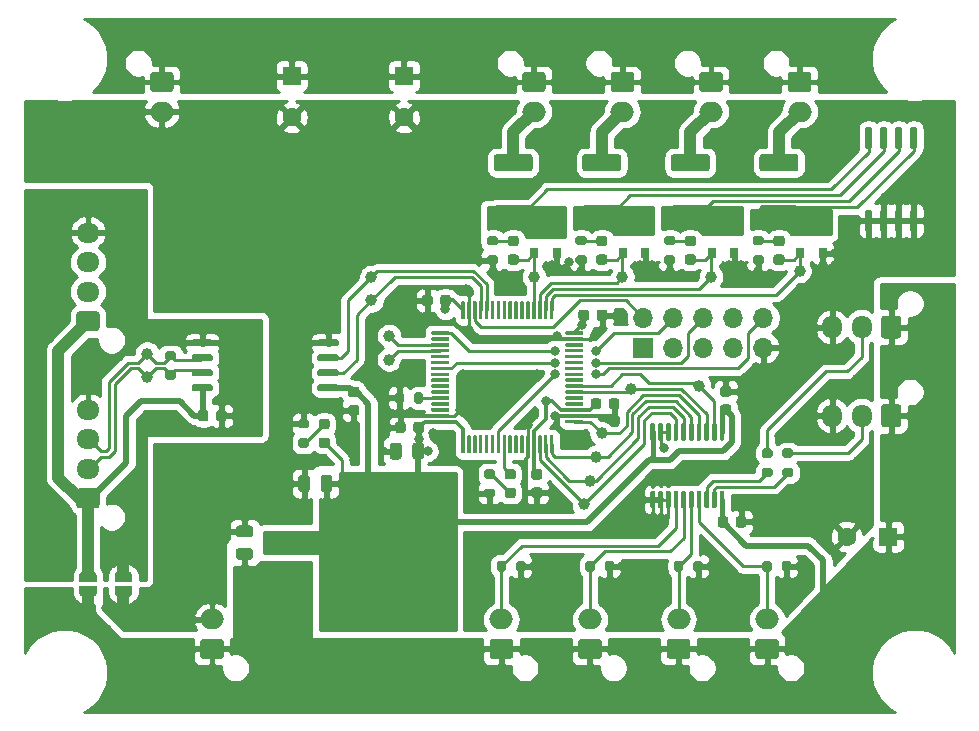
<source format=gbr>
%TF.GenerationSoftware,KiCad,Pcbnew,5.1.10*%
%TF.CreationDate,2021-06-13T22:55:49-04:00*%
%TF.ProjectId,led-controller,6c65642d-636f-46e7-9472-6f6c6c65722e,v1.0*%
%TF.SameCoordinates,Original*%
%TF.FileFunction,Copper,L1,Top*%
%TF.FilePolarity,Positive*%
%FSLAX46Y46*%
G04 Gerber Fmt 4.6, Leading zero omitted, Abs format (unit mm)*
G04 Created by KiCad (PCBNEW 5.1.10) date 2021-06-13 22:55:49*
%MOMM*%
%LPD*%
G01*
G04 APERTURE LIST*
%TA.AperFunction,SMDPad,CuDef*%
%ADD10R,2.000000X3.800000*%
%TD*%
%TA.AperFunction,SMDPad,CuDef*%
%ADD11R,2.000000X1.500000*%
%TD*%
%TA.AperFunction,ComponentPad*%
%ADD12C,1.600000*%
%TD*%
%TA.AperFunction,ComponentPad*%
%ADD13R,1.600000X1.600000*%
%TD*%
%TA.AperFunction,ComponentPad*%
%ADD14R,1.700000X1.700000*%
%TD*%
%TA.AperFunction,ComponentPad*%
%ADD15O,1.700000X1.700000*%
%TD*%
%TA.AperFunction,ComponentPad*%
%ADD16O,2.000000X1.700000*%
%TD*%
%TA.AperFunction,ComponentPad*%
%ADD17O,1.950000X1.700000*%
%TD*%
%TA.AperFunction,ComponentPad*%
%ADD18O,1.700000X1.950000*%
%TD*%
%TA.AperFunction,SMDPad,CuDef*%
%ADD19C,0.100000*%
%TD*%
%TA.AperFunction,SMDPad,CuDef*%
%ADD20R,0.800000X0.900000*%
%TD*%
%TA.AperFunction,ComponentPad*%
%ADD21C,1.000000*%
%TD*%
%TA.AperFunction,ViaPad*%
%ADD22C,0.800000*%
%TD*%
%TA.AperFunction,Conductor*%
%ADD23C,0.300000*%
%TD*%
%TA.AperFunction,Conductor*%
%ADD24C,0.250000*%
%TD*%
%TA.AperFunction,Conductor*%
%ADD25C,0.400000*%
%TD*%
%TA.AperFunction,Conductor*%
%ADD26C,0.500000*%
%TD*%
%TA.AperFunction,Conductor*%
%ADD27C,1.000000*%
%TD*%
%TA.AperFunction,Conductor*%
%ADD28C,0.100000*%
%TD*%
G04 APERTURE END LIST*
D10*
%TO.P,U2,2*%
%TO.N,+3V3*%
X128400000Y-95000000D03*
D11*
X122100000Y-95000000D03*
%TO.P,U2,3*%
%TO.N,+5V*%
X122100000Y-97300000D03*
%TO.P,U2,1*%
%TO.N,GND*%
X122100000Y-92700000D03*
%TD*%
D12*
%TO.P,C14,2*%
%TO.N,GND*%
X123250000Y-59000000D03*
D13*
%TO.P,C14,1*%
%TO.N,VCC*%
X123250000Y-55500000D03*
%TD*%
%TO.P,C1,1*%
%TO.N,+3V3*%
%TA.AperFunction,SMDPad,CuDef*%
G36*
G01*
X134450000Y-86775000D02*
X134450000Y-87725000D01*
G75*
G02*
X134200000Y-87975000I-250000J0D01*
G01*
X133700000Y-87975000D01*
G75*
G02*
X133450000Y-87725000I0J250000D01*
G01*
X133450000Y-86775000D01*
G75*
G02*
X133700000Y-86525000I250000J0D01*
G01*
X134200000Y-86525000D01*
G75*
G02*
X134450000Y-86775000I0J-250000D01*
G01*
G37*
%TD.AperFunction*%
%TO.P,C1,2*%
%TO.N,GND*%
%TA.AperFunction,SMDPad,CuDef*%
G36*
G01*
X132550000Y-86775000D02*
X132550000Y-87725000D01*
G75*
G02*
X132300000Y-87975000I-250000J0D01*
G01*
X131800000Y-87975000D01*
G75*
G02*
X131550000Y-87725000I0J250000D01*
G01*
X131550000Y-86775000D01*
G75*
G02*
X131800000Y-86525000I250000J0D01*
G01*
X132300000Y-86525000D01*
G75*
G02*
X132550000Y-86775000I0J-250000D01*
G01*
G37*
%TD.AperFunction*%
%TD*%
%TO.P,C2,1*%
%TO.N,+3V3*%
%TA.AperFunction,SMDPad,CuDef*%
G36*
G01*
X143750000Y-88775000D02*
X144250000Y-88775000D01*
G75*
G02*
X144475000Y-89000000I0J-225000D01*
G01*
X144475000Y-89450000D01*
G75*
G02*
X144250000Y-89675000I-225000J0D01*
G01*
X143750000Y-89675000D01*
G75*
G02*
X143525000Y-89450000I0J225000D01*
G01*
X143525000Y-89000000D01*
G75*
G02*
X143750000Y-88775000I225000J0D01*
G01*
G37*
%TD.AperFunction*%
%TO.P,C2,2*%
%TO.N,GND*%
%TA.AperFunction,SMDPad,CuDef*%
G36*
G01*
X143750000Y-90325000D02*
X144250000Y-90325000D01*
G75*
G02*
X144475000Y-90550000I0J-225000D01*
G01*
X144475000Y-91000000D01*
G75*
G02*
X144250000Y-91225000I-225000J0D01*
G01*
X143750000Y-91225000D01*
G75*
G02*
X143525000Y-91000000I0J225000D01*
G01*
X143525000Y-90550000D01*
G75*
G02*
X143750000Y-90325000I225000J0D01*
G01*
G37*
%TD.AperFunction*%
%TD*%
%TO.P,C3,2*%
%TO.N,GND*%
%TA.AperFunction,SMDPad,CuDef*%
G36*
G01*
X150100000Y-83500000D02*
X150100000Y-83000000D01*
G75*
G02*
X150325000Y-82775000I225000J0D01*
G01*
X150775000Y-82775000D01*
G75*
G02*
X151000000Y-83000000I0J-225000D01*
G01*
X151000000Y-83500000D01*
G75*
G02*
X150775000Y-83725000I-225000J0D01*
G01*
X150325000Y-83725000D01*
G75*
G02*
X150100000Y-83500000I0J225000D01*
G01*
G37*
%TD.AperFunction*%
%TO.P,C3,1*%
%TO.N,+3V3*%
%TA.AperFunction,SMDPad,CuDef*%
G36*
G01*
X148550000Y-83500000D02*
X148550000Y-83000000D01*
G75*
G02*
X148775000Y-82775000I225000J0D01*
G01*
X149225000Y-82775000D01*
G75*
G02*
X149450000Y-83000000I0J-225000D01*
G01*
X149450000Y-83500000D01*
G75*
G02*
X149225000Y-83725000I-225000J0D01*
G01*
X148775000Y-83725000D01*
G75*
G02*
X148550000Y-83500000I0J225000D01*
G01*
G37*
%TD.AperFunction*%
%TD*%
%TO.P,C4,2*%
%TO.N,+5V*%
%TA.AperFunction,SMDPad,CuDef*%
G36*
G01*
X118775000Y-95450000D02*
X119725000Y-95450000D01*
G75*
G02*
X119975000Y-95700000I0J-250000D01*
G01*
X119975000Y-96200000D01*
G75*
G02*
X119725000Y-96450000I-250000J0D01*
G01*
X118775000Y-96450000D01*
G75*
G02*
X118525000Y-96200000I0J250000D01*
G01*
X118525000Y-95700000D01*
G75*
G02*
X118775000Y-95450000I250000J0D01*
G01*
G37*
%TD.AperFunction*%
%TO.P,C4,1*%
%TO.N,GND*%
%TA.AperFunction,SMDPad,CuDef*%
G36*
G01*
X118775000Y-93550000D02*
X119725000Y-93550000D01*
G75*
G02*
X119975000Y-93800000I0J-250000D01*
G01*
X119975000Y-94300000D01*
G75*
G02*
X119725000Y-94550000I-250000J0D01*
G01*
X118775000Y-94550000D01*
G75*
G02*
X118525000Y-94300000I0J250000D01*
G01*
X118525000Y-93800000D01*
G75*
G02*
X118775000Y-93550000I250000J0D01*
G01*
G37*
%TD.AperFunction*%
%TD*%
%TO.P,C5,1*%
%TO.N,+3V3*%
%TA.AperFunction,SMDPad,CuDef*%
G36*
G01*
X147525000Y-76000000D02*
X147525000Y-75500000D01*
G75*
G02*
X147750000Y-75275000I225000J0D01*
G01*
X148200000Y-75275000D01*
G75*
G02*
X148425000Y-75500000I0J-225000D01*
G01*
X148425000Y-76000000D01*
G75*
G02*
X148200000Y-76225000I-225000J0D01*
G01*
X147750000Y-76225000D01*
G75*
G02*
X147525000Y-76000000I0J225000D01*
G01*
G37*
%TD.AperFunction*%
%TO.P,C5,2*%
%TO.N,GND*%
%TA.AperFunction,SMDPad,CuDef*%
G36*
G01*
X149075000Y-76000000D02*
X149075000Y-75500000D01*
G75*
G02*
X149300000Y-75275000I225000J0D01*
G01*
X149750000Y-75275000D01*
G75*
G02*
X149975000Y-75500000I0J-225000D01*
G01*
X149975000Y-76000000D01*
G75*
G02*
X149750000Y-76225000I-225000J0D01*
G01*
X149300000Y-76225000D01*
G75*
G02*
X149075000Y-76000000I0J225000D01*
G01*
G37*
%TD.AperFunction*%
%TD*%
%TO.P,C6,2*%
%TO.N,GND*%
%TA.AperFunction,SMDPad,CuDef*%
G36*
G01*
X135175000Y-74250000D02*
X135175000Y-74750000D01*
G75*
G02*
X134950000Y-74975000I-225000J0D01*
G01*
X134500000Y-74975000D01*
G75*
G02*
X134275000Y-74750000I0J225000D01*
G01*
X134275000Y-74250000D01*
G75*
G02*
X134500000Y-74025000I225000J0D01*
G01*
X134950000Y-74025000D01*
G75*
G02*
X135175000Y-74250000I0J-225000D01*
G01*
G37*
%TD.AperFunction*%
%TO.P,C6,1*%
%TO.N,+3V3*%
%TA.AperFunction,SMDPad,CuDef*%
G36*
G01*
X136725000Y-74250000D02*
X136725000Y-74750000D01*
G75*
G02*
X136500000Y-74975000I-225000J0D01*
G01*
X136050000Y-74975000D01*
G75*
G02*
X135825000Y-74750000I0J225000D01*
G01*
X135825000Y-74250000D01*
G75*
G02*
X136050000Y-74025000I225000J0D01*
G01*
X136500000Y-74025000D01*
G75*
G02*
X136725000Y-74250000I0J-225000D01*
G01*
G37*
%TD.AperFunction*%
%TD*%
%TO.P,C7,1*%
%TO.N,+3V3*%
%TA.AperFunction,SMDPad,CuDef*%
G36*
G01*
X126700000Y-89525000D02*
X126700000Y-90475000D01*
G75*
G02*
X126450000Y-90725000I-250000J0D01*
G01*
X125950000Y-90725000D01*
G75*
G02*
X125700000Y-90475000I0J250000D01*
G01*
X125700000Y-89525000D01*
G75*
G02*
X125950000Y-89275000I250000J0D01*
G01*
X126450000Y-89275000D01*
G75*
G02*
X126700000Y-89525000I0J-250000D01*
G01*
G37*
%TD.AperFunction*%
%TO.P,C7,2*%
%TO.N,GND*%
%TA.AperFunction,SMDPad,CuDef*%
G36*
G01*
X124800000Y-89525000D02*
X124800000Y-90475000D01*
G75*
G02*
X124550000Y-90725000I-250000J0D01*
G01*
X124050000Y-90725000D01*
G75*
G02*
X123800000Y-90475000I0J250000D01*
G01*
X123800000Y-89525000D01*
G75*
G02*
X124050000Y-89275000I250000J0D01*
G01*
X124550000Y-89275000D01*
G75*
G02*
X124800000Y-89525000I0J-250000D01*
G01*
G37*
%TD.AperFunction*%
%TD*%
%TO.P,C8,1*%
%TO.N,+3V3*%
%TA.AperFunction,SMDPad,CuDef*%
G36*
G01*
X134450000Y-85000000D02*
X134450000Y-85500000D01*
G75*
G02*
X134225000Y-85725000I-225000J0D01*
G01*
X133775000Y-85725000D01*
G75*
G02*
X133550000Y-85500000I0J225000D01*
G01*
X133550000Y-85000000D01*
G75*
G02*
X133775000Y-84775000I225000J0D01*
G01*
X134225000Y-84775000D01*
G75*
G02*
X134450000Y-85000000I0J-225000D01*
G01*
G37*
%TD.AperFunction*%
%TO.P,C8,2*%
%TO.N,GND*%
%TA.AperFunction,SMDPad,CuDef*%
G36*
G01*
X132900000Y-85000000D02*
X132900000Y-85500000D01*
G75*
G02*
X132675000Y-85725000I-225000J0D01*
G01*
X132225000Y-85725000D01*
G75*
G02*
X132000000Y-85500000I0J225000D01*
G01*
X132000000Y-85000000D01*
G75*
G02*
X132225000Y-84775000I225000J0D01*
G01*
X132675000Y-84775000D01*
G75*
G02*
X132900000Y-85000000I0J-225000D01*
G01*
G37*
%TD.AperFunction*%
%TD*%
%TO.P,C9,1*%
%TO.N,+3V3*%
%TA.AperFunction,SMDPad,CuDef*%
G36*
G01*
X160250000Y-84200000D02*
X159750000Y-84200000D01*
G75*
G02*
X159525000Y-83975000I0J225000D01*
G01*
X159525000Y-83525000D01*
G75*
G02*
X159750000Y-83300000I225000J0D01*
G01*
X160250000Y-83300000D01*
G75*
G02*
X160475000Y-83525000I0J-225000D01*
G01*
X160475000Y-83975000D01*
G75*
G02*
X160250000Y-84200000I-225000J0D01*
G01*
G37*
%TD.AperFunction*%
%TO.P,C9,2*%
%TO.N,GND*%
%TA.AperFunction,SMDPad,CuDef*%
G36*
G01*
X160250000Y-82650000D02*
X159750000Y-82650000D01*
G75*
G02*
X159525000Y-82425000I0J225000D01*
G01*
X159525000Y-81975000D01*
G75*
G02*
X159750000Y-81750000I225000J0D01*
G01*
X160250000Y-81750000D01*
G75*
G02*
X160475000Y-81975000I0J-225000D01*
G01*
X160475000Y-82425000D01*
G75*
G02*
X160250000Y-82650000I-225000J0D01*
G01*
G37*
%TD.AperFunction*%
%TD*%
%TO.P,C10,2*%
%TO.N,GND*%
%TA.AperFunction,SMDPad,CuDef*%
G36*
G01*
X160850000Y-93500000D02*
X160850000Y-93000000D01*
G75*
G02*
X161075000Y-92775000I225000J0D01*
G01*
X161525000Y-92775000D01*
G75*
G02*
X161750000Y-93000000I0J-225000D01*
G01*
X161750000Y-93500000D01*
G75*
G02*
X161525000Y-93725000I-225000J0D01*
G01*
X161075000Y-93725000D01*
G75*
G02*
X160850000Y-93500000I0J225000D01*
G01*
G37*
%TD.AperFunction*%
%TO.P,C10,1*%
%TO.N,+5V*%
%TA.AperFunction,SMDPad,CuDef*%
G36*
G01*
X159300000Y-93500000D02*
X159300000Y-93000000D01*
G75*
G02*
X159525000Y-92775000I225000J0D01*
G01*
X159975000Y-92775000D01*
G75*
G02*
X160200000Y-93000000I0J-225000D01*
G01*
X160200000Y-93500000D01*
G75*
G02*
X159975000Y-93725000I-225000J0D01*
G01*
X159525000Y-93725000D01*
G75*
G02*
X159300000Y-93500000I0J225000D01*
G01*
G37*
%TD.AperFunction*%
%TD*%
%TO.P,C11,2*%
%TO.N,GND*%
%TA.AperFunction,SMDPad,CuDef*%
G36*
G01*
X128250000Y-83350000D02*
X128750000Y-83350000D01*
G75*
G02*
X128975000Y-83575000I0J-225000D01*
G01*
X128975000Y-84025000D01*
G75*
G02*
X128750000Y-84250000I-225000J0D01*
G01*
X128250000Y-84250000D01*
G75*
G02*
X128025000Y-84025000I0J225000D01*
G01*
X128025000Y-83575000D01*
G75*
G02*
X128250000Y-83350000I225000J0D01*
G01*
G37*
%TD.AperFunction*%
%TO.P,C11,1*%
%TO.N,+3V3*%
%TA.AperFunction,SMDPad,CuDef*%
G36*
G01*
X128250000Y-81800000D02*
X128750000Y-81800000D01*
G75*
G02*
X128975000Y-82025000I0J-225000D01*
G01*
X128975000Y-82475000D01*
G75*
G02*
X128750000Y-82700000I-225000J0D01*
G01*
X128250000Y-82700000D01*
G75*
G02*
X128025000Y-82475000I0J225000D01*
G01*
X128025000Y-82025000D01*
G75*
G02*
X128250000Y-81800000I225000J0D01*
G01*
G37*
%TD.AperFunction*%
%TD*%
%TO.P,C12,1*%
%TO.N,VCAN*%
%TA.AperFunction,SMDPad,CuDef*%
G36*
G01*
X115300000Y-84500000D02*
X115300000Y-84000000D01*
G75*
G02*
X115525000Y-83775000I225000J0D01*
G01*
X115975000Y-83775000D01*
G75*
G02*
X116200000Y-84000000I0J-225000D01*
G01*
X116200000Y-84500000D01*
G75*
G02*
X115975000Y-84725000I-225000J0D01*
G01*
X115525000Y-84725000D01*
G75*
G02*
X115300000Y-84500000I0J225000D01*
G01*
G37*
%TD.AperFunction*%
%TO.P,C12,2*%
%TO.N,GNDCAN*%
%TA.AperFunction,SMDPad,CuDef*%
G36*
G01*
X116850000Y-84500000D02*
X116850000Y-84000000D01*
G75*
G02*
X117075000Y-83775000I225000J0D01*
G01*
X117525000Y-83775000D01*
G75*
G02*
X117750000Y-84000000I0J-225000D01*
G01*
X117750000Y-84500000D01*
G75*
G02*
X117525000Y-84725000I-225000J0D01*
G01*
X117075000Y-84725000D01*
G75*
G02*
X116850000Y-84500000I0J225000D01*
G01*
G37*
%TD.AperFunction*%
%TD*%
%TO.P,D1,2*%
%TO.N,/STATUS*%
%TA.AperFunction,SMDPad,CuDef*%
G36*
G01*
X142006250Y-89650000D02*
X141493750Y-89650000D01*
G75*
G02*
X141275000Y-89431250I0J218750D01*
G01*
X141275000Y-88993750D01*
G75*
G02*
X141493750Y-88775000I218750J0D01*
G01*
X142006250Y-88775000D01*
G75*
G02*
X142225000Y-88993750I0J-218750D01*
G01*
X142225000Y-89431250D01*
G75*
G02*
X142006250Y-89650000I-218750J0D01*
G01*
G37*
%TD.AperFunction*%
%TO.P,D1,1*%
%TO.N,Net-(D1-Pad1)*%
%TA.AperFunction,SMDPad,CuDef*%
G36*
G01*
X142006250Y-91225000D02*
X141493750Y-91225000D01*
G75*
G02*
X141275000Y-91006250I0J218750D01*
G01*
X141275000Y-90568750D01*
G75*
G02*
X141493750Y-90350000I218750J0D01*
G01*
X142006250Y-90350000D01*
G75*
G02*
X142225000Y-90568750I0J-218750D01*
G01*
X142225000Y-91006250D01*
G75*
G02*
X142006250Y-91225000I-218750J0D01*
G01*
G37*
%TD.AperFunction*%
%TD*%
%TO.P,D2,2*%
%TO.N,+3V3*%
%TA.AperFunction,SMDPad,CuDef*%
G36*
G01*
X125743750Y-86100000D02*
X126256250Y-86100000D01*
G75*
G02*
X126475000Y-86318750I0J-218750D01*
G01*
X126475000Y-86756250D01*
G75*
G02*
X126256250Y-86975000I-218750J0D01*
G01*
X125743750Y-86975000D01*
G75*
G02*
X125525000Y-86756250I0J218750D01*
G01*
X125525000Y-86318750D01*
G75*
G02*
X125743750Y-86100000I218750J0D01*
G01*
G37*
%TD.AperFunction*%
%TO.P,D2,1*%
%TO.N,Net-(D2-Pad1)*%
%TA.AperFunction,SMDPad,CuDef*%
G36*
G01*
X125743750Y-84525000D02*
X126256250Y-84525000D01*
G75*
G02*
X126475000Y-84743750I0J-218750D01*
G01*
X126475000Y-85181250D01*
G75*
G02*
X126256250Y-85400000I-218750J0D01*
G01*
X125743750Y-85400000D01*
G75*
G02*
X125525000Y-85181250I0J218750D01*
G01*
X125525000Y-84743750D01*
G75*
G02*
X125743750Y-84525000I218750J0D01*
G01*
G37*
%TD.AperFunction*%
%TD*%
%TO.P,D3,1*%
%TO.N,/OUT1_HV*%
%TA.AperFunction,SMDPad,CuDef*%
G36*
G01*
X175755000Y-59800000D02*
X176055000Y-59800000D01*
G75*
G02*
X176205000Y-59950000I0J-150000D01*
G01*
X176205000Y-61550000D01*
G75*
G02*
X176055000Y-61700000I-150000J0D01*
G01*
X175755000Y-61700000D01*
G75*
G02*
X175605000Y-61550000I0J150000D01*
G01*
X175605000Y-59950000D01*
G75*
G02*
X175755000Y-59800000I150000J0D01*
G01*
G37*
%TD.AperFunction*%
%TO.P,D3,2*%
%TO.N,/OUT2_HV*%
%TA.AperFunction,SMDPad,CuDef*%
G36*
G01*
X174485000Y-59800000D02*
X174785000Y-59800000D01*
G75*
G02*
X174935000Y-59950000I0J-150000D01*
G01*
X174935000Y-61550000D01*
G75*
G02*
X174785000Y-61700000I-150000J0D01*
G01*
X174485000Y-61700000D01*
G75*
G02*
X174335000Y-61550000I0J150000D01*
G01*
X174335000Y-59950000D01*
G75*
G02*
X174485000Y-59800000I150000J0D01*
G01*
G37*
%TD.AperFunction*%
%TO.P,D3,3*%
%TO.N,/OUT3_HV*%
%TA.AperFunction,SMDPad,CuDef*%
G36*
G01*
X173215000Y-59800000D02*
X173515000Y-59800000D01*
G75*
G02*
X173665000Y-59950000I0J-150000D01*
G01*
X173665000Y-61550000D01*
G75*
G02*
X173515000Y-61700000I-150000J0D01*
G01*
X173215000Y-61700000D01*
G75*
G02*
X173065000Y-61550000I0J150000D01*
G01*
X173065000Y-59950000D01*
G75*
G02*
X173215000Y-59800000I150000J0D01*
G01*
G37*
%TD.AperFunction*%
%TO.P,D3,4*%
%TO.N,/OUT4_HV*%
%TA.AperFunction,SMDPad,CuDef*%
G36*
G01*
X171945000Y-59800000D02*
X172245000Y-59800000D01*
G75*
G02*
X172395000Y-59950000I0J-150000D01*
G01*
X172395000Y-61550000D01*
G75*
G02*
X172245000Y-61700000I-150000J0D01*
G01*
X171945000Y-61700000D01*
G75*
G02*
X171795000Y-61550000I0J150000D01*
G01*
X171795000Y-59950000D01*
G75*
G02*
X171945000Y-59800000I150000J0D01*
G01*
G37*
%TD.AperFunction*%
%TO.P,D3,5*%
%TO.N,GND*%
%TA.AperFunction,SMDPad,CuDef*%
G36*
G01*
X171945000Y-66800000D02*
X172245000Y-66800000D01*
G75*
G02*
X172395000Y-66950000I0J-150000D01*
G01*
X172395000Y-68550000D01*
G75*
G02*
X172245000Y-68700000I-150000J0D01*
G01*
X171945000Y-68700000D01*
G75*
G02*
X171795000Y-68550000I0J150000D01*
G01*
X171795000Y-66950000D01*
G75*
G02*
X171945000Y-66800000I150000J0D01*
G01*
G37*
%TD.AperFunction*%
%TO.P,D3,6*%
%TA.AperFunction,SMDPad,CuDef*%
G36*
G01*
X173215000Y-66800000D02*
X173515000Y-66800000D01*
G75*
G02*
X173665000Y-66950000I0J-150000D01*
G01*
X173665000Y-68550000D01*
G75*
G02*
X173515000Y-68700000I-150000J0D01*
G01*
X173215000Y-68700000D01*
G75*
G02*
X173065000Y-68550000I0J150000D01*
G01*
X173065000Y-66950000D01*
G75*
G02*
X173215000Y-66800000I150000J0D01*
G01*
G37*
%TD.AperFunction*%
%TO.P,D3,7*%
%TA.AperFunction,SMDPad,CuDef*%
G36*
G01*
X174485000Y-66800000D02*
X174785000Y-66800000D01*
G75*
G02*
X174935000Y-66950000I0J-150000D01*
G01*
X174935000Y-68550000D01*
G75*
G02*
X174785000Y-68700000I-150000J0D01*
G01*
X174485000Y-68700000D01*
G75*
G02*
X174335000Y-68550000I0J150000D01*
G01*
X174335000Y-66950000D01*
G75*
G02*
X174485000Y-66800000I150000J0D01*
G01*
G37*
%TD.AperFunction*%
%TO.P,D3,8*%
%TA.AperFunction,SMDPad,CuDef*%
G36*
G01*
X175755000Y-66800000D02*
X176055000Y-66800000D01*
G75*
G02*
X176205000Y-66950000I0J-150000D01*
G01*
X176205000Y-68550000D01*
G75*
G02*
X176055000Y-68700000I-150000J0D01*
G01*
X175755000Y-68700000D01*
G75*
G02*
X175605000Y-68550000I0J150000D01*
G01*
X175605000Y-66950000D01*
G75*
G02*
X175755000Y-66800000I150000J0D01*
G01*
G37*
%TD.AperFunction*%
%TD*%
%TO.P,D4,2*%
%TO.N,/OUT1*%
%TA.AperFunction,SMDPad,CuDef*%
G36*
G01*
X164243750Y-70600000D02*
X164756250Y-70600000D01*
G75*
G02*
X164975000Y-70818750I0J-218750D01*
G01*
X164975000Y-71256250D01*
G75*
G02*
X164756250Y-71475000I-218750J0D01*
G01*
X164243750Y-71475000D01*
G75*
G02*
X164025000Y-71256250I0J218750D01*
G01*
X164025000Y-70818750D01*
G75*
G02*
X164243750Y-70600000I218750J0D01*
G01*
G37*
%TD.AperFunction*%
%TO.P,D4,1*%
%TO.N,Net-(D4-Pad1)*%
%TA.AperFunction,SMDPad,CuDef*%
G36*
G01*
X164243750Y-69025000D02*
X164756250Y-69025000D01*
G75*
G02*
X164975000Y-69243750I0J-218750D01*
G01*
X164975000Y-69681250D01*
G75*
G02*
X164756250Y-69900000I-218750J0D01*
G01*
X164243750Y-69900000D01*
G75*
G02*
X164025000Y-69681250I0J218750D01*
G01*
X164025000Y-69243750D01*
G75*
G02*
X164243750Y-69025000I218750J0D01*
G01*
G37*
%TD.AperFunction*%
%TD*%
%TO.P,D5,1*%
%TO.N,Net-(D5-Pad1)*%
%TA.AperFunction,SMDPad,CuDef*%
G36*
G01*
X156743750Y-69025000D02*
X157256250Y-69025000D01*
G75*
G02*
X157475000Y-69243750I0J-218750D01*
G01*
X157475000Y-69681250D01*
G75*
G02*
X157256250Y-69900000I-218750J0D01*
G01*
X156743750Y-69900000D01*
G75*
G02*
X156525000Y-69681250I0J218750D01*
G01*
X156525000Y-69243750D01*
G75*
G02*
X156743750Y-69025000I218750J0D01*
G01*
G37*
%TD.AperFunction*%
%TO.P,D5,2*%
%TO.N,/OUT2*%
%TA.AperFunction,SMDPad,CuDef*%
G36*
G01*
X156743750Y-70600000D02*
X157256250Y-70600000D01*
G75*
G02*
X157475000Y-70818750I0J-218750D01*
G01*
X157475000Y-71256250D01*
G75*
G02*
X157256250Y-71475000I-218750J0D01*
G01*
X156743750Y-71475000D01*
G75*
G02*
X156525000Y-71256250I0J218750D01*
G01*
X156525000Y-70818750D01*
G75*
G02*
X156743750Y-70600000I218750J0D01*
G01*
G37*
%TD.AperFunction*%
%TD*%
%TO.P,D6,1*%
%TO.N,Net-(D6-Pad1)*%
%TA.AperFunction,SMDPad,CuDef*%
G36*
G01*
X149243750Y-69025000D02*
X149756250Y-69025000D01*
G75*
G02*
X149975000Y-69243750I0J-218750D01*
G01*
X149975000Y-69681250D01*
G75*
G02*
X149756250Y-69900000I-218750J0D01*
G01*
X149243750Y-69900000D01*
G75*
G02*
X149025000Y-69681250I0J218750D01*
G01*
X149025000Y-69243750D01*
G75*
G02*
X149243750Y-69025000I218750J0D01*
G01*
G37*
%TD.AperFunction*%
%TO.P,D6,2*%
%TO.N,/OUT3*%
%TA.AperFunction,SMDPad,CuDef*%
G36*
G01*
X149243750Y-70600000D02*
X149756250Y-70600000D01*
G75*
G02*
X149975000Y-70818750I0J-218750D01*
G01*
X149975000Y-71256250D01*
G75*
G02*
X149756250Y-71475000I-218750J0D01*
G01*
X149243750Y-71475000D01*
G75*
G02*
X149025000Y-71256250I0J218750D01*
G01*
X149025000Y-70818750D01*
G75*
G02*
X149243750Y-70600000I218750J0D01*
G01*
G37*
%TD.AperFunction*%
%TD*%
%TO.P,D7,1*%
%TO.N,Net-(D7-Pad1)*%
%TA.AperFunction,SMDPad,CuDef*%
G36*
G01*
X141743750Y-69025000D02*
X142256250Y-69025000D01*
G75*
G02*
X142475000Y-69243750I0J-218750D01*
G01*
X142475000Y-69681250D01*
G75*
G02*
X142256250Y-69900000I-218750J0D01*
G01*
X141743750Y-69900000D01*
G75*
G02*
X141525000Y-69681250I0J218750D01*
G01*
X141525000Y-69243750D01*
G75*
G02*
X141743750Y-69025000I218750J0D01*
G01*
G37*
%TD.AperFunction*%
%TO.P,D7,2*%
%TO.N,/OUT4*%
%TA.AperFunction,SMDPad,CuDef*%
G36*
G01*
X141743750Y-70600000D02*
X142256250Y-70600000D01*
G75*
G02*
X142475000Y-70818750I0J-218750D01*
G01*
X142475000Y-71256250D01*
G75*
G02*
X142256250Y-71475000I-218750J0D01*
G01*
X141743750Y-71475000D01*
G75*
G02*
X141525000Y-71256250I0J218750D01*
G01*
X141525000Y-70818750D01*
G75*
G02*
X141743750Y-70600000I218750J0D01*
G01*
G37*
%TD.AperFunction*%
%TD*%
D14*
%TO.P,J1,1*%
%TO.N,+3V3*%
X153000000Y-78500000D03*
D15*
%TO.P,J1,2*%
%TO.N,/SWDIO*%
X153000000Y-75960000D03*
%TO.P,J1,3*%
%TO.N,GND*%
X155540000Y-78500000D03*
%TO.P,J1,4*%
%TO.N,/SWCLK*%
X155540000Y-75960000D03*
%TO.P,J1,5*%
%TO.N,GND*%
X158080000Y-78500000D03*
%TO.P,J1,6*%
%TO.N,/SWO*%
X158080000Y-75960000D03*
%TO.P,J1,7*%
%TO.N,N/C*%
X160620000Y-78500000D03*
%TO.P,J1,8*%
X160620000Y-75960000D03*
%TO.P,J1,9*%
%TO.N,GND*%
X163160000Y-78500000D03*
%TO.P,J1,10*%
%TO.N,/~RESET*%
X163160000Y-75960000D03*
%TD*%
%TO.P,J2,1*%
%TO.N,+5V*%
%TA.AperFunction,ComponentPad*%
G36*
G01*
X117250000Y-104850000D02*
X115750000Y-104850000D01*
G75*
G02*
X115500000Y-104600000I0J250000D01*
G01*
X115500000Y-103400000D01*
G75*
G02*
X115750000Y-103150000I250000J0D01*
G01*
X117250000Y-103150000D01*
G75*
G02*
X117500000Y-103400000I0J-250000D01*
G01*
X117500000Y-104600000D01*
G75*
G02*
X117250000Y-104850000I-250000J0D01*
G01*
G37*
%TD.AperFunction*%
D16*
%TO.P,J2,2*%
%TO.N,GND*%
X116500000Y-101500000D03*
%TD*%
%TO.P,J3,2*%
%TO.N,GND*%
X112250000Y-58500000D03*
%TO.P,J3,1*%
%TO.N,VCC*%
%TA.AperFunction,ComponentPad*%
G36*
G01*
X111500000Y-55150000D02*
X113000000Y-55150000D01*
G75*
G02*
X113250000Y-55400000I0J-250000D01*
G01*
X113250000Y-56600000D01*
G75*
G02*
X113000000Y-56850000I-250000J0D01*
G01*
X111500000Y-56850000D01*
G75*
G02*
X111250000Y-56600000I0J250000D01*
G01*
X111250000Y-55400000D01*
G75*
G02*
X111500000Y-55150000I250000J0D01*
G01*
G37*
%TD.AperFunction*%
%TD*%
%TO.P,J4,1*%
%TO.N,+5V*%
%TA.AperFunction,ComponentPad*%
G36*
G01*
X141750000Y-104850000D02*
X140250000Y-104850000D01*
G75*
G02*
X140000000Y-104600000I0J250000D01*
G01*
X140000000Y-103400000D01*
G75*
G02*
X140250000Y-103150000I250000J0D01*
G01*
X141750000Y-103150000D01*
G75*
G02*
X142000000Y-103400000I0J-250000D01*
G01*
X142000000Y-104600000D01*
G75*
G02*
X141750000Y-104850000I-250000J0D01*
G01*
G37*
%TD.AperFunction*%
%TO.P,J4,2*%
%TO.N,/IN1_5V*%
X141000000Y-101500000D03*
%TD*%
%TO.P,J5,1*%
%TO.N,+5V*%
%TA.AperFunction,ComponentPad*%
G36*
G01*
X149250000Y-104850000D02*
X147750000Y-104850000D01*
G75*
G02*
X147500000Y-104600000I0J250000D01*
G01*
X147500000Y-103400000D01*
G75*
G02*
X147750000Y-103150000I250000J0D01*
G01*
X149250000Y-103150000D01*
G75*
G02*
X149500000Y-103400000I0J-250000D01*
G01*
X149500000Y-104600000D01*
G75*
G02*
X149250000Y-104850000I-250000J0D01*
G01*
G37*
%TD.AperFunction*%
%TO.P,J5,2*%
%TO.N,/IN2_5V*%
X148500000Y-101500000D03*
%TD*%
D17*
%TO.P,J6,4*%
%TO.N,GNDCAN*%
X106000000Y-68750000D03*
%TO.P,J6,3*%
%TO.N,/CAN-*%
X106000000Y-71250000D03*
%TO.P,J6,2*%
%TO.N,/CAN+*%
X106000000Y-73750000D03*
%TO.P,J6,1*%
%TO.N,VCAN*%
%TA.AperFunction,ComponentPad*%
G36*
G01*
X106725000Y-77100000D02*
X105275000Y-77100000D01*
G75*
G02*
X105025000Y-76850000I0J250000D01*
G01*
X105025000Y-75650000D01*
G75*
G02*
X105275000Y-75400000I250000J0D01*
G01*
X106725000Y-75400000D01*
G75*
G02*
X106975000Y-75650000I0J-250000D01*
G01*
X106975000Y-76850000D01*
G75*
G02*
X106725000Y-77100000I-250000J0D01*
G01*
G37*
%TD.AperFunction*%
%TD*%
%TO.P,J7,1*%
%TO.N,VCAN*%
%TA.AperFunction,ComponentPad*%
G36*
G01*
X106725000Y-92100000D02*
X105275000Y-92100000D01*
G75*
G02*
X105025000Y-91850000I0J250000D01*
G01*
X105025000Y-90650000D01*
G75*
G02*
X105275000Y-90400000I250000J0D01*
G01*
X106725000Y-90400000D01*
G75*
G02*
X106975000Y-90650000I0J-250000D01*
G01*
X106975000Y-91850000D01*
G75*
G02*
X106725000Y-92100000I-250000J0D01*
G01*
G37*
%TD.AperFunction*%
%TO.P,J7,2*%
%TO.N,/CAN+*%
X106000000Y-88750000D03*
%TO.P,J7,3*%
%TO.N,/CAN-*%
X106000000Y-86250000D03*
%TO.P,J7,4*%
%TO.N,GNDCAN*%
X106000000Y-83750000D03*
%TD*%
D18*
%TO.P,J8,3*%
%TO.N,GND*%
X169000000Y-76750000D03*
%TO.P,J8,2*%
%TO.N,Net-(J8-Pad2)*%
X171500000Y-76750000D03*
%TO.P,J8,1*%
%TO.N,+5V*%
%TA.AperFunction,ComponentPad*%
G36*
G01*
X174850000Y-76025000D02*
X174850000Y-77475000D01*
G75*
G02*
X174600000Y-77725000I-250000J0D01*
G01*
X173400000Y-77725000D01*
G75*
G02*
X173150000Y-77475000I0J250000D01*
G01*
X173150000Y-76025000D01*
G75*
G02*
X173400000Y-75775000I250000J0D01*
G01*
X174600000Y-75775000D01*
G75*
G02*
X174850000Y-76025000I0J-250000D01*
G01*
G37*
%TD.AperFunction*%
%TD*%
%TO.P,J9,1*%
%TO.N,+5V*%
%TA.AperFunction,ComponentPad*%
G36*
G01*
X174850000Y-83525000D02*
X174850000Y-84975000D01*
G75*
G02*
X174600000Y-85225000I-250000J0D01*
G01*
X173400000Y-85225000D01*
G75*
G02*
X173150000Y-84975000I0J250000D01*
G01*
X173150000Y-83525000D01*
G75*
G02*
X173400000Y-83275000I250000J0D01*
G01*
X174600000Y-83275000D01*
G75*
G02*
X174850000Y-83525000I0J-250000D01*
G01*
G37*
%TD.AperFunction*%
%TO.P,J9,2*%
%TO.N,Net-(J9-Pad2)*%
X171500000Y-84250000D03*
%TO.P,J9,3*%
%TO.N,GND*%
X169000000Y-84250000D03*
%TD*%
D16*
%TO.P,J10,2*%
%TO.N,/IN3_5V*%
X156000000Y-101500000D03*
%TO.P,J10,1*%
%TO.N,+5V*%
%TA.AperFunction,ComponentPad*%
G36*
G01*
X156750000Y-104850000D02*
X155250000Y-104850000D01*
G75*
G02*
X155000000Y-104600000I0J250000D01*
G01*
X155000000Y-103400000D01*
G75*
G02*
X155250000Y-103150000I250000J0D01*
G01*
X156750000Y-103150000D01*
G75*
G02*
X157000000Y-103400000I0J-250000D01*
G01*
X157000000Y-104600000D01*
G75*
G02*
X156750000Y-104850000I-250000J0D01*
G01*
G37*
%TD.AperFunction*%
%TD*%
%TO.P,J11,2*%
%TO.N,/IN4_5V*%
X163500000Y-101500000D03*
%TO.P,J11,1*%
%TO.N,+5V*%
%TA.AperFunction,ComponentPad*%
G36*
G01*
X164250000Y-104850000D02*
X162750000Y-104850000D01*
G75*
G02*
X162500000Y-104600000I0J250000D01*
G01*
X162500000Y-103400000D01*
G75*
G02*
X162750000Y-103150000I250000J0D01*
G01*
X164250000Y-103150000D01*
G75*
G02*
X164500000Y-103400000I0J-250000D01*
G01*
X164500000Y-104600000D01*
G75*
G02*
X164250000Y-104850000I-250000J0D01*
G01*
G37*
%TD.AperFunction*%
%TD*%
%TO.P,J12,1*%
%TO.N,VCC*%
%TA.AperFunction,ComponentPad*%
G36*
G01*
X165500000Y-55150000D02*
X167000000Y-55150000D01*
G75*
G02*
X167250000Y-55400000I0J-250000D01*
G01*
X167250000Y-56600000D01*
G75*
G02*
X167000000Y-56850000I-250000J0D01*
G01*
X165500000Y-56850000D01*
G75*
G02*
X165250000Y-56600000I0J250000D01*
G01*
X165250000Y-55400000D01*
G75*
G02*
X165500000Y-55150000I250000J0D01*
G01*
G37*
%TD.AperFunction*%
%TO.P,J12,2*%
%TO.N,Net-(F1-Pad2)*%
X166250000Y-58500000D03*
%TD*%
%TO.P,J13,2*%
%TO.N,Net-(F2-Pad2)*%
X158750000Y-58500000D03*
%TO.P,J13,1*%
%TO.N,VCC*%
%TA.AperFunction,ComponentPad*%
G36*
G01*
X158000000Y-55150000D02*
X159500000Y-55150000D01*
G75*
G02*
X159750000Y-55400000I0J-250000D01*
G01*
X159750000Y-56600000D01*
G75*
G02*
X159500000Y-56850000I-250000J0D01*
G01*
X158000000Y-56850000D01*
G75*
G02*
X157750000Y-56600000I0J250000D01*
G01*
X157750000Y-55400000D01*
G75*
G02*
X158000000Y-55150000I250000J0D01*
G01*
G37*
%TD.AperFunction*%
%TD*%
%TO.P,J14,1*%
%TO.N,VCC*%
%TA.AperFunction,ComponentPad*%
G36*
G01*
X150500000Y-55150000D02*
X152000000Y-55150000D01*
G75*
G02*
X152250000Y-55400000I0J-250000D01*
G01*
X152250000Y-56600000D01*
G75*
G02*
X152000000Y-56850000I-250000J0D01*
G01*
X150500000Y-56850000D01*
G75*
G02*
X150250000Y-56600000I0J250000D01*
G01*
X150250000Y-55400000D01*
G75*
G02*
X150500000Y-55150000I250000J0D01*
G01*
G37*
%TD.AperFunction*%
%TO.P,J14,2*%
%TO.N,Net-(F3-Pad2)*%
X151250000Y-58500000D03*
%TD*%
%TO.P,J15,2*%
%TO.N,Net-(F4-Pad2)*%
X143750000Y-58500000D03*
%TO.P,J15,1*%
%TO.N,VCC*%
%TA.AperFunction,ComponentPad*%
G36*
G01*
X143000000Y-55150000D02*
X144500000Y-55150000D01*
G75*
G02*
X144750000Y-55400000I0J-250000D01*
G01*
X144750000Y-56600000D01*
G75*
G02*
X144500000Y-56850000I-250000J0D01*
G01*
X143000000Y-56850000D01*
G75*
G02*
X142750000Y-56600000I0J250000D01*
G01*
X142750000Y-55400000D01*
G75*
G02*
X143000000Y-55150000I250000J0D01*
G01*
G37*
%TD.AperFunction*%
%TD*%
%TA.AperFunction,SMDPad,CuDef*%
D19*
%TO.P,JP2,2*%
%TO.N,VCAN*%
G36*
X105250602Y-97850000D02*
G01*
X105250602Y-97825466D01*
X105255412Y-97776635D01*
X105264984Y-97728510D01*
X105279228Y-97681555D01*
X105298005Y-97636222D01*
X105321136Y-97592949D01*
X105348396Y-97552150D01*
X105379524Y-97514221D01*
X105414221Y-97479524D01*
X105452150Y-97448396D01*
X105492949Y-97421136D01*
X105536222Y-97398005D01*
X105581555Y-97379228D01*
X105628510Y-97364984D01*
X105676635Y-97355412D01*
X105725466Y-97350602D01*
X105750000Y-97350602D01*
X105750000Y-97350000D01*
X106250000Y-97350000D01*
X106250000Y-97350602D01*
X106274534Y-97350602D01*
X106323365Y-97355412D01*
X106371490Y-97364984D01*
X106418445Y-97379228D01*
X106463778Y-97398005D01*
X106507051Y-97421136D01*
X106547850Y-97448396D01*
X106585779Y-97479524D01*
X106620476Y-97514221D01*
X106651604Y-97552150D01*
X106678864Y-97592949D01*
X106701995Y-97636222D01*
X106720772Y-97681555D01*
X106735016Y-97728510D01*
X106744588Y-97776635D01*
X106749398Y-97825466D01*
X106749398Y-97850000D01*
X106750000Y-97850000D01*
X106750000Y-98350000D01*
X105250000Y-98350000D01*
X105250000Y-97850000D01*
X105250602Y-97850000D01*
G37*
%TD.AperFunction*%
%TA.AperFunction,SMDPad,CuDef*%
%TO.P,JP2,1*%
%TO.N,+5V*%
G36*
X106750000Y-98650000D02*
G01*
X106750000Y-99150000D01*
X106749398Y-99150000D01*
X106749398Y-99174534D01*
X106744588Y-99223365D01*
X106735016Y-99271490D01*
X106720772Y-99318445D01*
X106701995Y-99363778D01*
X106678864Y-99407051D01*
X106651604Y-99447850D01*
X106620476Y-99485779D01*
X106585779Y-99520476D01*
X106547850Y-99551604D01*
X106507051Y-99578864D01*
X106463778Y-99601995D01*
X106418445Y-99620772D01*
X106371490Y-99635016D01*
X106323365Y-99644588D01*
X106274534Y-99649398D01*
X106250000Y-99649398D01*
X106250000Y-99650000D01*
X105750000Y-99650000D01*
X105750000Y-99649398D01*
X105725466Y-99649398D01*
X105676635Y-99644588D01*
X105628510Y-99635016D01*
X105581555Y-99620772D01*
X105536222Y-99601995D01*
X105492949Y-99578864D01*
X105452150Y-99551604D01*
X105414221Y-99520476D01*
X105379524Y-99485779D01*
X105348396Y-99447850D01*
X105321136Y-99407051D01*
X105298005Y-99363778D01*
X105279228Y-99318445D01*
X105264984Y-99271490D01*
X105255412Y-99223365D01*
X105250602Y-99174534D01*
X105250602Y-99150000D01*
X105250000Y-99150000D01*
X105250000Y-98650000D01*
X106750000Y-98650000D01*
G37*
%TD.AperFunction*%
%TD*%
%TA.AperFunction,SMDPad,CuDef*%
%TO.P,JP3,1*%
%TO.N,GND*%
G36*
X109750000Y-98650000D02*
G01*
X109750000Y-99150000D01*
X109749398Y-99150000D01*
X109749398Y-99174534D01*
X109744588Y-99223365D01*
X109735016Y-99271490D01*
X109720772Y-99318445D01*
X109701995Y-99363778D01*
X109678864Y-99407051D01*
X109651604Y-99447850D01*
X109620476Y-99485779D01*
X109585779Y-99520476D01*
X109547850Y-99551604D01*
X109507051Y-99578864D01*
X109463778Y-99601995D01*
X109418445Y-99620772D01*
X109371490Y-99635016D01*
X109323365Y-99644588D01*
X109274534Y-99649398D01*
X109250000Y-99649398D01*
X109250000Y-99650000D01*
X108750000Y-99650000D01*
X108750000Y-99649398D01*
X108725466Y-99649398D01*
X108676635Y-99644588D01*
X108628510Y-99635016D01*
X108581555Y-99620772D01*
X108536222Y-99601995D01*
X108492949Y-99578864D01*
X108452150Y-99551604D01*
X108414221Y-99520476D01*
X108379524Y-99485779D01*
X108348396Y-99447850D01*
X108321136Y-99407051D01*
X108298005Y-99363778D01*
X108279228Y-99318445D01*
X108264984Y-99271490D01*
X108255412Y-99223365D01*
X108250602Y-99174534D01*
X108250602Y-99150000D01*
X108250000Y-99150000D01*
X108250000Y-98650000D01*
X109750000Y-98650000D01*
G37*
%TD.AperFunction*%
%TA.AperFunction,SMDPad,CuDef*%
%TO.P,JP3,2*%
%TO.N,GNDCAN*%
G36*
X108250602Y-97850000D02*
G01*
X108250602Y-97825466D01*
X108255412Y-97776635D01*
X108264984Y-97728510D01*
X108279228Y-97681555D01*
X108298005Y-97636222D01*
X108321136Y-97592949D01*
X108348396Y-97552150D01*
X108379524Y-97514221D01*
X108414221Y-97479524D01*
X108452150Y-97448396D01*
X108492949Y-97421136D01*
X108536222Y-97398005D01*
X108581555Y-97379228D01*
X108628510Y-97364984D01*
X108676635Y-97355412D01*
X108725466Y-97350602D01*
X108750000Y-97350602D01*
X108750000Y-97350000D01*
X109250000Y-97350000D01*
X109250000Y-97350602D01*
X109274534Y-97350602D01*
X109323365Y-97355412D01*
X109371490Y-97364984D01*
X109418445Y-97379228D01*
X109463778Y-97398005D01*
X109507051Y-97421136D01*
X109547850Y-97448396D01*
X109585779Y-97479524D01*
X109620476Y-97514221D01*
X109651604Y-97552150D01*
X109678864Y-97592949D01*
X109701995Y-97636222D01*
X109720772Y-97681555D01*
X109735016Y-97728510D01*
X109744588Y-97776635D01*
X109749398Y-97825466D01*
X109749398Y-97850000D01*
X109750000Y-97850000D01*
X109750000Y-98350000D01*
X108250000Y-98350000D01*
X108250000Y-97850000D01*
X108250602Y-97850000D01*
G37*
%TD.AperFunction*%
%TD*%
D20*
%TO.P,Q1,1*%
%TO.N,/OUT1*%
X166300000Y-70500000D03*
%TO.P,Q1,2*%
%TO.N,GND*%
X168200000Y-70500000D03*
%TO.P,Q1,3*%
%TO.N,/OUT1_HV*%
X167250000Y-68500000D03*
%TD*%
%TO.P,Q2,3*%
%TO.N,/OUT2_HV*%
X159750000Y-68500000D03*
%TO.P,Q2,2*%
%TO.N,GND*%
X160700000Y-70500000D03*
%TO.P,Q2,1*%
%TO.N,/OUT2*%
X158800000Y-70500000D03*
%TD*%
%TO.P,Q3,1*%
%TO.N,/OUT3*%
X151300000Y-70500000D03*
%TO.P,Q3,2*%
%TO.N,GND*%
X153200000Y-70500000D03*
%TO.P,Q3,3*%
%TO.N,/OUT3_HV*%
X152250000Y-68500000D03*
%TD*%
%TO.P,Q4,3*%
%TO.N,/OUT4_HV*%
X144750000Y-68500000D03*
%TO.P,Q4,2*%
%TO.N,GND*%
X145700000Y-70500000D03*
%TO.P,Q4,1*%
%TO.N,/OUT4*%
X143800000Y-70500000D03*
%TD*%
%TO.P,R1,1*%
%TO.N,Net-(D1-Pad1)*%
%TA.AperFunction,SMDPad,CuDef*%
G36*
G01*
X139725000Y-88775000D02*
X140275000Y-88775000D01*
G75*
G02*
X140475000Y-88975000I0J-200000D01*
G01*
X140475000Y-89375000D01*
G75*
G02*
X140275000Y-89575000I-200000J0D01*
G01*
X139725000Y-89575000D01*
G75*
G02*
X139525000Y-89375000I0J200000D01*
G01*
X139525000Y-88975000D01*
G75*
G02*
X139725000Y-88775000I200000J0D01*
G01*
G37*
%TD.AperFunction*%
%TO.P,R1,2*%
%TO.N,GND*%
%TA.AperFunction,SMDPad,CuDef*%
G36*
G01*
X139725000Y-90425000D02*
X140275000Y-90425000D01*
G75*
G02*
X140475000Y-90625000I0J-200000D01*
G01*
X140475000Y-91025000D01*
G75*
G02*
X140275000Y-91225000I-200000J0D01*
G01*
X139725000Y-91225000D01*
G75*
G02*
X139525000Y-91025000I0J200000D01*
G01*
X139525000Y-90625000D01*
G75*
G02*
X139725000Y-90425000I200000J0D01*
G01*
G37*
%TD.AperFunction*%
%TD*%
%TO.P,R2,2*%
%TO.N,GND*%
%TA.AperFunction,SMDPad,CuDef*%
G36*
G01*
X132750000Y-82475000D02*
X132750000Y-83025000D01*
G75*
G02*
X132550000Y-83225000I-200000J0D01*
G01*
X132150000Y-83225000D01*
G75*
G02*
X131950000Y-83025000I0J200000D01*
G01*
X131950000Y-82475000D01*
G75*
G02*
X132150000Y-82275000I200000J0D01*
G01*
X132550000Y-82275000D01*
G75*
G02*
X132750000Y-82475000I0J-200000D01*
G01*
G37*
%TD.AperFunction*%
%TO.P,R2,1*%
%TO.N,Net-(R2-Pad1)*%
%TA.AperFunction,SMDPad,CuDef*%
G36*
G01*
X134400000Y-82475000D02*
X134400000Y-83025000D01*
G75*
G02*
X134200000Y-83225000I-200000J0D01*
G01*
X133800000Y-83225000D01*
G75*
G02*
X133600000Y-83025000I0J200000D01*
G01*
X133600000Y-82475000D01*
G75*
G02*
X133800000Y-82275000I200000J0D01*
G01*
X134200000Y-82275000D01*
G75*
G02*
X134400000Y-82475000I0J-200000D01*
G01*
G37*
%TD.AperFunction*%
%TD*%
%TO.P,R3,2*%
%TO.N,GND*%
%TA.AperFunction,SMDPad,CuDef*%
G36*
G01*
X124525000Y-85325000D02*
X123975000Y-85325000D01*
G75*
G02*
X123775000Y-85125000I0J200000D01*
G01*
X123775000Y-84725000D01*
G75*
G02*
X123975000Y-84525000I200000J0D01*
G01*
X124525000Y-84525000D01*
G75*
G02*
X124725000Y-84725000I0J-200000D01*
G01*
X124725000Y-85125000D01*
G75*
G02*
X124525000Y-85325000I-200000J0D01*
G01*
G37*
%TD.AperFunction*%
%TO.P,R3,1*%
%TO.N,Net-(D2-Pad1)*%
%TA.AperFunction,SMDPad,CuDef*%
G36*
G01*
X124525000Y-86975000D02*
X123975000Y-86975000D01*
G75*
G02*
X123775000Y-86775000I0J200000D01*
G01*
X123775000Y-86375000D01*
G75*
G02*
X123975000Y-86175000I200000J0D01*
G01*
X124525000Y-86175000D01*
G75*
G02*
X124725000Y-86375000I0J-200000D01*
G01*
X124725000Y-86775000D01*
G75*
G02*
X124525000Y-86975000I-200000J0D01*
G01*
G37*
%TD.AperFunction*%
%TD*%
%TO.P,R4,2*%
%TO.N,Net-(D4-Pad1)*%
%TA.AperFunction,SMDPad,CuDef*%
G36*
G01*
X163025000Y-69825000D02*
X162475000Y-69825000D01*
G75*
G02*
X162275000Y-69625000I0J200000D01*
G01*
X162275000Y-69225000D01*
G75*
G02*
X162475000Y-69025000I200000J0D01*
G01*
X163025000Y-69025000D01*
G75*
G02*
X163225000Y-69225000I0J-200000D01*
G01*
X163225000Y-69625000D01*
G75*
G02*
X163025000Y-69825000I-200000J0D01*
G01*
G37*
%TD.AperFunction*%
%TO.P,R4,1*%
%TO.N,GND*%
%TA.AperFunction,SMDPad,CuDef*%
G36*
G01*
X163025000Y-71475000D02*
X162475000Y-71475000D01*
G75*
G02*
X162275000Y-71275000I0J200000D01*
G01*
X162275000Y-70875000D01*
G75*
G02*
X162475000Y-70675000I200000J0D01*
G01*
X163025000Y-70675000D01*
G75*
G02*
X163225000Y-70875000I0J-200000D01*
G01*
X163225000Y-71275000D01*
G75*
G02*
X163025000Y-71475000I-200000J0D01*
G01*
G37*
%TD.AperFunction*%
%TD*%
%TO.P,R5,2*%
%TO.N,Net-(D5-Pad1)*%
%TA.AperFunction,SMDPad,CuDef*%
G36*
G01*
X155525000Y-69825000D02*
X154975000Y-69825000D01*
G75*
G02*
X154775000Y-69625000I0J200000D01*
G01*
X154775000Y-69225000D01*
G75*
G02*
X154975000Y-69025000I200000J0D01*
G01*
X155525000Y-69025000D01*
G75*
G02*
X155725000Y-69225000I0J-200000D01*
G01*
X155725000Y-69625000D01*
G75*
G02*
X155525000Y-69825000I-200000J0D01*
G01*
G37*
%TD.AperFunction*%
%TO.P,R5,1*%
%TO.N,GND*%
%TA.AperFunction,SMDPad,CuDef*%
G36*
G01*
X155525000Y-71475000D02*
X154975000Y-71475000D01*
G75*
G02*
X154775000Y-71275000I0J200000D01*
G01*
X154775000Y-70875000D01*
G75*
G02*
X154975000Y-70675000I200000J0D01*
G01*
X155525000Y-70675000D01*
G75*
G02*
X155725000Y-70875000I0J-200000D01*
G01*
X155725000Y-71275000D01*
G75*
G02*
X155525000Y-71475000I-200000J0D01*
G01*
G37*
%TD.AperFunction*%
%TD*%
%TO.P,R6,1*%
%TO.N,GND*%
%TA.AperFunction,SMDPad,CuDef*%
G36*
G01*
X148025000Y-71475000D02*
X147475000Y-71475000D01*
G75*
G02*
X147275000Y-71275000I0J200000D01*
G01*
X147275000Y-70875000D01*
G75*
G02*
X147475000Y-70675000I200000J0D01*
G01*
X148025000Y-70675000D01*
G75*
G02*
X148225000Y-70875000I0J-200000D01*
G01*
X148225000Y-71275000D01*
G75*
G02*
X148025000Y-71475000I-200000J0D01*
G01*
G37*
%TD.AperFunction*%
%TO.P,R6,2*%
%TO.N,Net-(D6-Pad1)*%
%TA.AperFunction,SMDPad,CuDef*%
G36*
G01*
X148025000Y-69825000D02*
X147475000Y-69825000D01*
G75*
G02*
X147275000Y-69625000I0J200000D01*
G01*
X147275000Y-69225000D01*
G75*
G02*
X147475000Y-69025000I200000J0D01*
G01*
X148025000Y-69025000D01*
G75*
G02*
X148225000Y-69225000I0J-200000D01*
G01*
X148225000Y-69625000D01*
G75*
G02*
X148025000Y-69825000I-200000J0D01*
G01*
G37*
%TD.AperFunction*%
%TD*%
%TO.P,R7,1*%
%TO.N,GND*%
%TA.AperFunction,SMDPad,CuDef*%
G36*
G01*
X140525000Y-71475000D02*
X139975000Y-71475000D01*
G75*
G02*
X139775000Y-71275000I0J200000D01*
G01*
X139775000Y-70875000D01*
G75*
G02*
X139975000Y-70675000I200000J0D01*
G01*
X140525000Y-70675000D01*
G75*
G02*
X140725000Y-70875000I0J-200000D01*
G01*
X140725000Y-71275000D01*
G75*
G02*
X140525000Y-71475000I-200000J0D01*
G01*
G37*
%TD.AperFunction*%
%TO.P,R7,2*%
%TO.N,Net-(D7-Pad1)*%
%TA.AperFunction,SMDPad,CuDef*%
G36*
G01*
X140525000Y-69825000D02*
X139975000Y-69825000D01*
G75*
G02*
X139775000Y-69625000I0J200000D01*
G01*
X139775000Y-69225000D01*
G75*
G02*
X139975000Y-69025000I200000J0D01*
G01*
X140525000Y-69025000D01*
G75*
G02*
X140725000Y-69225000I0J-200000D01*
G01*
X140725000Y-69625000D01*
G75*
G02*
X140525000Y-69825000I-200000J0D01*
G01*
G37*
%TD.AperFunction*%
%TD*%
%TO.P,R8,2*%
%TO.N,GND*%
%TA.AperFunction,SMDPad,CuDef*%
G36*
G01*
X142250000Y-97275000D02*
X142250000Y-96725000D01*
G75*
G02*
X142450000Y-96525000I200000J0D01*
G01*
X142850000Y-96525000D01*
G75*
G02*
X143050000Y-96725000I0J-200000D01*
G01*
X143050000Y-97275000D01*
G75*
G02*
X142850000Y-97475000I-200000J0D01*
G01*
X142450000Y-97475000D01*
G75*
G02*
X142250000Y-97275000I0J200000D01*
G01*
G37*
%TD.AperFunction*%
%TO.P,R8,1*%
%TO.N,/IN1_5V*%
%TA.AperFunction,SMDPad,CuDef*%
G36*
G01*
X140600000Y-97275000D02*
X140600000Y-96725000D01*
G75*
G02*
X140800000Y-96525000I200000J0D01*
G01*
X141200000Y-96525000D01*
G75*
G02*
X141400000Y-96725000I0J-200000D01*
G01*
X141400000Y-97275000D01*
G75*
G02*
X141200000Y-97475000I-200000J0D01*
G01*
X140800000Y-97475000D01*
G75*
G02*
X140600000Y-97275000I0J200000D01*
G01*
G37*
%TD.AperFunction*%
%TD*%
%TO.P,R9,2*%
%TO.N,GND*%
%TA.AperFunction,SMDPad,CuDef*%
G36*
G01*
X149750000Y-97275000D02*
X149750000Y-96725000D01*
G75*
G02*
X149950000Y-96525000I200000J0D01*
G01*
X150350000Y-96525000D01*
G75*
G02*
X150550000Y-96725000I0J-200000D01*
G01*
X150550000Y-97275000D01*
G75*
G02*
X150350000Y-97475000I-200000J0D01*
G01*
X149950000Y-97475000D01*
G75*
G02*
X149750000Y-97275000I0J200000D01*
G01*
G37*
%TD.AperFunction*%
%TO.P,R9,1*%
%TO.N,/IN2_5V*%
%TA.AperFunction,SMDPad,CuDef*%
G36*
G01*
X148100000Y-97275000D02*
X148100000Y-96725000D01*
G75*
G02*
X148300000Y-96525000I200000J0D01*
G01*
X148700000Y-96525000D01*
G75*
G02*
X148900000Y-96725000I0J-200000D01*
G01*
X148900000Y-97275000D01*
G75*
G02*
X148700000Y-97475000I-200000J0D01*
G01*
X148300000Y-97475000D01*
G75*
G02*
X148100000Y-97275000I0J200000D01*
G01*
G37*
%TD.AperFunction*%
%TD*%
%TO.P,R10,1*%
%TO.N,/IN3_5V*%
%TA.AperFunction,SMDPad,CuDef*%
G36*
G01*
X155600000Y-97275000D02*
X155600000Y-96725000D01*
G75*
G02*
X155800000Y-96525000I200000J0D01*
G01*
X156200000Y-96525000D01*
G75*
G02*
X156400000Y-96725000I0J-200000D01*
G01*
X156400000Y-97275000D01*
G75*
G02*
X156200000Y-97475000I-200000J0D01*
G01*
X155800000Y-97475000D01*
G75*
G02*
X155600000Y-97275000I0J200000D01*
G01*
G37*
%TD.AperFunction*%
%TO.P,R10,2*%
%TO.N,GND*%
%TA.AperFunction,SMDPad,CuDef*%
G36*
G01*
X157250000Y-97275000D02*
X157250000Y-96725000D01*
G75*
G02*
X157450000Y-96525000I200000J0D01*
G01*
X157850000Y-96525000D01*
G75*
G02*
X158050000Y-96725000I0J-200000D01*
G01*
X158050000Y-97275000D01*
G75*
G02*
X157850000Y-97475000I-200000J0D01*
G01*
X157450000Y-97475000D01*
G75*
G02*
X157250000Y-97275000I0J200000D01*
G01*
G37*
%TD.AperFunction*%
%TD*%
%TO.P,R11,1*%
%TO.N,/IN4_5V*%
%TA.AperFunction,SMDPad,CuDef*%
G36*
G01*
X163100000Y-97275000D02*
X163100000Y-96725000D01*
G75*
G02*
X163300000Y-96525000I200000J0D01*
G01*
X163700000Y-96525000D01*
G75*
G02*
X163900000Y-96725000I0J-200000D01*
G01*
X163900000Y-97275000D01*
G75*
G02*
X163700000Y-97475000I-200000J0D01*
G01*
X163300000Y-97475000D01*
G75*
G02*
X163100000Y-97275000I0J200000D01*
G01*
G37*
%TD.AperFunction*%
%TO.P,R11,2*%
%TO.N,GND*%
%TA.AperFunction,SMDPad,CuDef*%
G36*
G01*
X164750000Y-97275000D02*
X164750000Y-96725000D01*
G75*
G02*
X164950000Y-96525000I200000J0D01*
G01*
X165350000Y-96525000D01*
G75*
G02*
X165550000Y-96725000I0J-200000D01*
G01*
X165550000Y-97275000D01*
G75*
G02*
X165350000Y-97475000I-200000J0D01*
G01*
X164950000Y-97475000D01*
G75*
G02*
X164750000Y-97275000I0J200000D01*
G01*
G37*
%TD.AperFunction*%
%TD*%
%TO.P,R12,1*%
%TO.N,/CAN+*%
%TA.AperFunction,SMDPad,CuDef*%
G36*
G01*
X113275000Y-81225000D02*
X112725000Y-81225000D01*
G75*
G02*
X112525000Y-81025000I0J200000D01*
G01*
X112525000Y-80625000D01*
G75*
G02*
X112725000Y-80425000I200000J0D01*
G01*
X113275000Y-80425000D01*
G75*
G02*
X113475000Y-80625000I0J-200000D01*
G01*
X113475000Y-81025000D01*
G75*
G02*
X113275000Y-81225000I-200000J0D01*
G01*
G37*
%TD.AperFunction*%
%TO.P,R12,2*%
%TO.N,/CAN-*%
%TA.AperFunction,SMDPad,CuDef*%
G36*
G01*
X113275000Y-79575000D02*
X112725000Y-79575000D01*
G75*
G02*
X112525000Y-79375000I0J200000D01*
G01*
X112525000Y-78975000D01*
G75*
G02*
X112725000Y-78775000I200000J0D01*
G01*
X113275000Y-78775000D01*
G75*
G02*
X113475000Y-78975000I0J-200000D01*
G01*
X113475000Y-79375000D01*
G75*
G02*
X113275000Y-79575000I-200000J0D01*
G01*
G37*
%TD.AperFunction*%
%TD*%
%TO.P,R13,1*%
%TO.N,Net-(J8-Pad2)*%
%TA.AperFunction,SMDPad,CuDef*%
G36*
G01*
X163225000Y-87025000D02*
X163775000Y-87025000D01*
G75*
G02*
X163975000Y-87225000I0J-200000D01*
G01*
X163975000Y-87625000D01*
G75*
G02*
X163775000Y-87825000I-200000J0D01*
G01*
X163225000Y-87825000D01*
G75*
G02*
X163025000Y-87625000I0J200000D01*
G01*
X163025000Y-87225000D01*
G75*
G02*
X163225000Y-87025000I200000J0D01*
G01*
G37*
%TD.AperFunction*%
%TO.P,R13,2*%
%TO.N,/RGB1_5V*%
%TA.AperFunction,SMDPad,CuDef*%
G36*
G01*
X163225000Y-88675000D02*
X163775000Y-88675000D01*
G75*
G02*
X163975000Y-88875000I0J-200000D01*
G01*
X163975000Y-89275000D01*
G75*
G02*
X163775000Y-89475000I-200000J0D01*
G01*
X163225000Y-89475000D01*
G75*
G02*
X163025000Y-89275000I0J200000D01*
G01*
X163025000Y-88875000D01*
G75*
G02*
X163225000Y-88675000I200000J0D01*
G01*
G37*
%TD.AperFunction*%
%TD*%
%TO.P,R14,2*%
%TO.N,/RGB2_5V*%
%TA.AperFunction,SMDPad,CuDef*%
G36*
G01*
X164975000Y-88675000D02*
X165525000Y-88675000D01*
G75*
G02*
X165725000Y-88875000I0J-200000D01*
G01*
X165725000Y-89275000D01*
G75*
G02*
X165525000Y-89475000I-200000J0D01*
G01*
X164975000Y-89475000D01*
G75*
G02*
X164775000Y-89275000I0J200000D01*
G01*
X164775000Y-88875000D01*
G75*
G02*
X164975000Y-88675000I200000J0D01*
G01*
G37*
%TD.AperFunction*%
%TO.P,R14,1*%
%TO.N,Net-(J9-Pad2)*%
%TA.AperFunction,SMDPad,CuDef*%
G36*
G01*
X164975000Y-87025000D02*
X165525000Y-87025000D01*
G75*
G02*
X165725000Y-87225000I0J-200000D01*
G01*
X165725000Y-87625000D01*
G75*
G02*
X165525000Y-87825000I-200000J0D01*
G01*
X164975000Y-87825000D01*
G75*
G02*
X164775000Y-87625000I0J200000D01*
G01*
X164775000Y-87225000D01*
G75*
G02*
X164975000Y-87025000I200000J0D01*
G01*
G37*
%TD.AperFunction*%
%TD*%
%TO.P,U1,1*%
%TO.N,+3V3*%
%TA.AperFunction,SMDPad,CuDef*%
G36*
G01*
X137825000Y-87450000D02*
X137675000Y-87450000D01*
G75*
G02*
X137600000Y-87375000I0J75000D01*
G01*
X137600000Y-85975000D01*
G75*
G02*
X137675000Y-85900000I75000J0D01*
G01*
X137825000Y-85900000D01*
G75*
G02*
X137900000Y-85975000I0J-75000D01*
G01*
X137900000Y-87375000D01*
G75*
G02*
X137825000Y-87450000I-75000J0D01*
G01*
G37*
%TD.AperFunction*%
%TO.P,U1,2*%
%TO.N,N/C*%
%TA.AperFunction,SMDPad,CuDef*%
G36*
G01*
X138325000Y-87450000D02*
X138175000Y-87450000D01*
G75*
G02*
X138100000Y-87375000I0J75000D01*
G01*
X138100000Y-85975000D01*
G75*
G02*
X138175000Y-85900000I75000J0D01*
G01*
X138325000Y-85900000D01*
G75*
G02*
X138400000Y-85975000I0J-75000D01*
G01*
X138400000Y-87375000D01*
G75*
G02*
X138325000Y-87450000I-75000J0D01*
G01*
G37*
%TD.AperFunction*%
%TO.P,U1,3*%
%TA.AperFunction,SMDPad,CuDef*%
G36*
G01*
X138825000Y-87450000D02*
X138675000Y-87450000D01*
G75*
G02*
X138600000Y-87375000I0J75000D01*
G01*
X138600000Y-85975000D01*
G75*
G02*
X138675000Y-85900000I75000J0D01*
G01*
X138825000Y-85900000D01*
G75*
G02*
X138900000Y-85975000I0J-75000D01*
G01*
X138900000Y-87375000D01*
G75*
G02*
X138825000Y-87450000I-75000J0D01*
G01*
G37*
%TD.AperFunction*%
%TO.P,U1,4*%
%TA.AperFunction,SMDPad,CuDef*%
G36*
G01*
X139325000Y-87450000D02*
X139175000Y-87450000D01*
G75*
G02*
X139100000Y-87375000I0J75000D01*
G01*
X139100000Y-85975000D01*
G75*
G02*
X139175000Y-85900000I75000J0D01*
G01*
X139325000Y-85900000D01*
G75*
G02*
X139400000Y-85975000I0J-75000D01*
G01*
X139400000Y-87375000D01*
G75*
G02*
X139325000Y-87450000I-75000J0D01*
G01*
G37*
%TD.AperFunction*%
%TO.P,U1,5*%
%TA.AperFunction,SMDPad,CuDef*%
G36*
G01*
X139825000Y-87450000D02*
X139675000Y-87450000D01*
G75*
G02*
X139600000Y-87375000I0J75000D01*
G01*
X139600000Y-85975000D01*
G75*
G02*
X139675000Y-85900000I75000J0D01*
G01*
X139825000Y-85900000D01*
G75*
G02*
X139900000Y-85975000I0J-75000D01*
G01*
X139900000Y-87375000D01*
G75*
G02*
X139825000Y-87450000I-75000J0D01*
G01*
G37*
%TD.AperFunction*%
%TO.P,U1,6*%
%TA.AperFunction,SMDPad,CuDef*%
G36*
G01*
X140325000Y-87450000D02*
X140175000Y-87450000D01*
G75*
G02*
X140100000Y-87375000I0J75000D01*
G01*
X140100000Y-85975000D01*
G75*
G02*
X140175000Y-85900000I75000J0D01*
G01*
X140325000Y-85900000D01*
G75*
G02*
X140400000Y-85975000I0J-75000D01*
G01*
X140400000Y-87375000D01*
G75*
G02*
X140325000Y-87450000I-75000J0D01*
G01*
G37*
%TD.AperFunction*%
%TO.P,U1,7*%
%TO.N,/~RESET*%
%TA.AperFunction,SMDPad,CuDef*%
G36*
G01*
X140825000Y-87450000D02*
X140675000Y-87450000D01*
G75*
G02*
X140600000Y-87375000I0J75000D01*
G01*
X140600000Y-85975000D01*
G75*
G02*
X140675000Y-85900000I75000J0D01*
G01*
X140825000Y-85900000D01*
G75*
G02*
X140900000Y-85975000I0J-75000D01*
G01*
X140900000Y-87375000D01*
G75*
G02*
X140825000Y-87450000I-75000J0D01*
G01*
G37*
%TD.AperFunction*%
%TO.P,U1,8*%
%TO.N,/STATUS*%
%TA.AperFunction,SMDPad,CuDef*%
G36*
G01*
X141325000Y-87450000D02*
X141175000Y-87450000D01*
G75*
G02*
X141100000Y-87375000I0J75000D01*
G01*
X141100000Y-85975000D01*
G75*
G02*
X141175000Y-85900000I75000J0D01*
G01*
X141325000Y-85900000D01*
G75*
G02*
X141400000Y-85975000I0J-75000D01*
G01*
X141400000Y-87375000D01*
G75*
G02*
X141325000Y-87450000I-75000J0D01*
G01*
G37*
%TD.AperFunction*%
%TO.P,U1,9*%
%TO.N,N/C*%
%TA.AperFunction,SMDPad,CuDef*%
G36*
G01*
X141825000Y-87450000D02*
X141675000Y-87450000D01*
G75*
G02*
X141600000Y-87375000I0J75000D01*
G01*
X141600000Y-85975000D01*
G75*
G02*
X141675000Y-85900000I75000J0D01*
G01*
X141825000Y-85900000D01*
G75*
G02*
X141900000Y-85975000I0J-75000D01*
G01*
X141900000Y-87375000D01*
G75*
G02*
X141825000Y-87450000I-75000J0D01*
G01*
G37*
%TD.AperFunction*%
%TO.P,U1,10*%
%TA.AperFunction,SMDPad,CuDef*%
G36*
G01*
X142325000Y-87450000D02*
X142175000Y-87450000D01*
G75*
G02*
X142100000Y-87375000I0J75000D01*
G01*
X142100000Y-85975000D01*
G75*
G02*
X142175000Y-85900000I75000J0D01*
G01*
X142325000Y-85900000D01*
G75*
G02*
X142400000Y-85975000I0J-75000D01*
G01*
X142400000Y-87375000D01*
G75*
G02*
X142325000Y-87450000I-75000J0D01*
G01*
G37*
%TD.AperFunction*%
%TO.P,U1,11*%
%TA.AperFunction,SMDPad,CuDef*%
G36*
G01*
X142825000Y-87450000D02*
X142675000Y-87450000D01*
G75*
G02*
X142600000Y-87375000I0J75000D01*
G01*
X142600000Y-85975000D01*
G75*
G02*
X142675000Y-85900000I75000J0D01*
G01*
X142825000Y-85900000D01*
G75*
G02*
X142900000Y-85975000I0J-75000D01*
G01*
X142900000Y-87375000D01*
G75*
G02*
X142825000Y-87450000I-75000J0D01*
G01*
G37*
%TD.AperFunction*%
%TO.P,U1,12*%
%TO.N,GND*%
%TA.AperFunction,SMDPad,CuDef*%
G36*
G01*
X143325000Y-87450000D02*
X143175000Y-87450000D01*
G75*
G02*
X143100000Y-87375000I0J75000D01*
G01*
X143100000Y-85975000D01*
G75*
G02*
X143175000Y-85900000I75000J0D01*
G01*
X143325000Y-85900000D01*
G75*
G02*
X143400000Y-85975000I0J-75000D01*
G01*
X143400000Y-87375000D01*
G75*
G02*
X143325000Y-87450000I-75000J0D01*
G01*
G37*
%TD.AperFunction*%
%TO.P,U1,13*%
%TO.N,+3V3*%
%TA.AperFunction,SMDPad,CuDef*%
G36*
G01*
X143825000Y-87450000D02*
X143675000Y-87450000D01*
G75*
G02*
X143600000Y-87375000I0J75000D01*
G01*
X143600000Y-85975000D01*
G75*
G02*
X143675000Y-85900000I75000J0D01*
G01*
X143825000Y-85900000D01*
G75*
G02*
X143900000Y-85975000I0J-75000D01*
G01*
X143900000Y-87375000D01*
G75*
G02*
X143825000Y-87450000I-75000J0D01*
G01*
G37*
%TD.AperFunction*%
%TO.P,U1,14*%
%TO.N,/IN1*%
%TA.AperFunction,SMDPad,CuDef*%
G36*
G01*
X144325000Y-87450000D02*
X144175000Y-87450000D01*
G75*
G02*
X144100000Y-87375000I0J75000D01*
G01*
X144100000Y-85975000D01*
G75*
G02*
X144175000Y-85900000I75000J0D01*
G01*
X144325000Y-85900000D01*
G75*
G02*
X144400000Y-85975000I0J-75000D01*
G01*
X144400000Y-87375000D01*
G75*
G02*
X144325000Y-87450000I-75000J0D01*
G01*
G37*
%TD.AperFunction*%
%TO.P,U1,15*%
%TO.N,/IN2*%
%TA.AperFunction,SMDPad,CuDef*%
G36*
G01*
X144825000Y-87450000D02*
X144675000Y-87450000D01*
G75*
G02*
X144600000Y-87375000I0J75000D01*
G01*
X144600000Y-85975000D01*
G75*
G02*
X144675000Y-85900000I75000J0D01*
G01*
X144825000Y-85900000D01*
G75*
G02*
X144900000Y-85975000I0J-75000D01*
G01*
X144900000Y-87375000D01*
G75*
G02*
X144825000Y-87450000I-75000J0D01*
G01*
G37*
%TD.AperFunction*%
%TO.P,U1,16*%
%TO.N,/IN3*%
%TA.AperFunction,SMDPad,CuDef*%
G36*
G01*
X145325000Y-87450000D02*
X145175000Y-87450000D01*
G75*
G02*
X145100000Y-87375000I0J75000D01*
G01*
X145100000Y-85975000D01*
G75*
G02*
X145175000Y-85900000I75000J0D01*
G01*
X145325000Y-85900000D01*
G75*
G02*
X145400000Y-85975000I0J-75000D01*
G01*
X145400000Y-87375000D01*
G75*
G02*
X145325000Y-87450000I-75000J0D01*
G01*
G37*
%TD.AperFunction*%
%TO.P,U1,17*%
%TO.N,/IN4*%
%TA.AperFunction,SMDPad,CuDef*%
G36*
G01*
X147875000Y-84900000D02*
X146475000Y-84900000D01*
G75*
G02*
X146400000Y-84825000I0J75000D01*
G01*
X146400000Y-84675000D01*
G75*
G02*
X146475000Y-84600000I75000J0D01*
G01*
X147875000Y-84600000D01*
G75*
G02*
X147950000Y-84675000I0J-75000D01*
G01*
X147950000Y-84825000D01*
G75*
G02*
X147875000Y-84900000I-75000J0D01*
G01*
G37*
%TD.AperFunction*%
%TO.P,U1,18*%
%TO.N,GND*%
%TA.AperFunction,SMDPad,CuDef*%
G36*
G01*
X147875000Y-84400000D02*
X146475000Y-84400000D01*
G75*
G02*
X146400000Y-84325000I0J75000D01*
G01*
X146400000Y-84175000D01*
G75*
G02*
X146475000Y-84100000I75000J0D01*
G01*
X147875000Y-84100000D01*
G75*
G02*
X147950000Y-84175000I0J-75000D01*
G01*
X147950000Y-84325000D01*
G75*
G02*
X147875000Y-84400000I-75000J0D01*
G01*
G37*
%TD.AperFunction*%
%TO.P,U1,19*%
%TO.N,+3V3*%
%TA.AperFunction,SMDPad,CuDef*%
G36*
G01*
X147875000Y-83900000D02*
X146475000Y-83900000D01*
G75*
G02*
X146400000Y-83825000I0J75000D01*
G01*
X146400000Y-83675000D01*
G75*
G02*
X146475000Y-83600000I75000J0D01*
G01*
X147875000Y-83600000D01*
G75*
G02*
X147950000Y-83675000I0J-75000D01*
G01*
X147950000Y-83825000D01*
G75*
G02*
X147875000Y-83900000I-75000J0D01*
G01*
G37*
%TD.AperFunction*%
%TO.P,U1,20*%
%TO.N,N/C*%
%TA.AperFunction,SMDPad,CuDef*%
G36*
G01*
X147875000Y-83400000D02*
X146475000Y-83400000D01*
G75*
G02*
X146400000Y-83325000I0J75000D01*
G01*
X146400000Y-83175000D01*
G75*
G02*
X146475000Y-83100000I75000J0D01*
G01*
X147875000Y-83100000D01*
G75*
G02*
X147950000Y-83175000I0J-75000D01*
G01*
X147950000Y-83325000D01*
G75*
G02*
X147875000Y-83400000I-75000J0D01*
G01*
G37*
%TD.AperFunction*%
%TO.P,U1,21*%
%TA.AperFunction,SMDPad,CuDef*%
G36*
G01*
X147875000Y-82900000D02*
X146475000Y-82900000D01*
G75*
G02*
X146400000Y-82825000I0J75000D01*
G01*
X146400000Y-82675000D01*
G75*
G02*
X146475000Y-82600000I75000J0D01*
G01*
X147875000Y-82600000D01*
G75*
G02*
X147950000Y-82675000I0J-75000D01*
G01*
X147950000Y-82825000D01*
G75*
G02*
X147875000Y-82900000I-75000J0D01*
G01*
G37*
%TD.AperFunction*%
%TO.P,U1,22*%
%TO.N,/RGB1*%
%TA.AperFunction,SMDPad,CuDef*%
G36*
G01*
X147875000Y-82400000D02*
X146475000Y-82400000D01*
G75*
G02*
X146400000Y-82325000I0J75000D01*
G01*
X146400000Y-82175000D01*
G75*
G02*
X146475000Y-82100000I75000J0D01*
G01*
X147875000Y-82100000D01*
G75*
G02*
X147950000Y-82175000I0J-75000D01*
G01*
X147950000Y-82325000D01*
G75*
G02*
X147875000Y-82400000I-75000J0D01*
G01*
G37*
%TD.AperFunction*%
%TO.P,U1,23*%
%TO.N,/RGB2*%
%TA.AperFunction,SMDPad,CuDef*%
G36*
G01*
X147875000Y-81900000D02*
X146475000Y-81900000D01*
G75*
G02*
X146400000Y-81825000I0J75000D01*
G01*
X146400000Y-81675000D01*
G75*
G02*
X146475000Y-81600000I75000J0D01*
G01*
X147875000Y-81600000D01*
G75*
G02*
X147950000Y-81675000I0J-75000D01*
G01*
X147950000Y-81825000D01*
G75*
G02*
X147875000Y-81900000I-75000J0D01*
G01*
G37*
%TD.AperFunction*%
%TO.P,U1,24*%
%TO.N,N/C*%
%TA.AperFunction,SMDPad,CuDef*%
G36*
G01*
X147875000Y-81400000D02*
X146475000Y-81400000D01*
G75*
G02*
X146400000Y-81325000I0J75000D01*
G01*
X146400000Y-81175000D01*
G75*
G02*
X146475000Y-81100000I75000J0D01*
G01*
X147875000Y-81100000D01*
G75*
G02*
X147950000Y-81175000I0J-75000D01*
G01*
X147950000Y-81325000D01*
G75*
G02*
X147875000Y-81400000I-75000J0D01*
G01*
G37*
%TD.AperFunction*%
%TO.P,U1,25*%
%TA.AperFunction,SMDPad,CuDef*%
G36*
G01*
X147875000Y-80900000D02*
X146475000Y-80900000D01*
G75*
G02*
X146400000Y-80825000I0J75000D01*
G01*
X146400000Y-80675000D01*
G75*
G02*
X146475000Y-80600000I75000J0D01*
G01*
X147875000Y-80600000D01*
G75*
G02*
X147950000Y-80675000I0J-75000D01*
G01*
X147950000Y-80825000D01*
G75*
G02*
X147875000Y-80900000I-75000J0D01*
G01*
G37*
%TD.AperFunction*%
%TO.P,U1,26*%
%TA.AperFunction,SMDPad,CuDef*%
G36*
G01*
X147875000Y-80400000D02*
X146475000Y-80400000D01*
G75*
G02*
X146400000Y-80325000I0J75000D01*
G01*
X146400000Y-80175000D01*
G75*
G02*
X146475000Y-80100000I75000J0D01*
G01*
X147875000Y-80100000D01*
G75*
G02*
X147950000Y-80175000I0J-75000D01*
G01*
X147950000Y-80325000D01*
G75*
G02*
X147875000Y-80400000I-75000J0D01*
G01*
G37*
%TD.AperFunction*%
%TO.P,U1,27*%
%TA.AperFunction,SMDPad,CuDef*%
G36*
G01*
X147875000Y-79900000D02*
X146475000Y-79900000D01*
G75*
G02*
X146400000Y-79825000I0J75000D01*
G01*
X146400000Y-79675000D01*
G75*
G02*
X146475000Y-79600000I75000J0D01*
G01*
X147875000Y-79600000D01*
G75*
G02*
X147950000Y-79675000I0J-75000D01*
G01*
X147950000Y-79825000D01*
G75*
G02*
X147875000Y-79900000I-75000J0D01*
G01*
G37*
%TD.AperFunction*%
%TO.P,U1,28*%
%TA.AperFunction,SMDPad,CuDef*%
G36*
G01*
X147875000Y-79400000D02*
X146475000Y-79400000D01*
G75*
G02*
X146400000Y-79325000I0J75000D01*
G01*
X146400000Y-79175000D01*
G75*
G02*
X146475000Y-79100000I75000J0D01*
G01*
X147875000Y-79100000D01*
G75*
G02*
X147950000Y-79175000I0J-75000D01*
G01*
X147950000Y-79325000D01*
G75*
G02*
X147875000Y-79400000I-75000J0D01*
G01*
G37*
%TD.AperFunction*%
%TO.P,U1,29*%
%TA.AperFunction,SMDPad,CuDef*%
G36*
G01*
X147875000Y-78900000D02*
X146475000Y-78900000D01*
G75*
G02*
X146400000Y-78825000I0J75000D01*
G01*
X146400000Y-78675000D01*
G75*
G02*
X146475000Y-78600000I75000J0D01*
G01*
X147875000Y-78600000D01*
G75*
G02*
X147950000Y-78675000I0J-75000D01*
G01*
X147950000Y-78825000D01*
G75*
G02*
X147875000Y-78900000I-75000J0D01*
G01*
G37*
%TD.AperFunction*%
%TO.P,U1,30*%
%TA.AperFunction,SMDPad,CuDef*%
G36*
G01*
X147875000Y-78400000D02*
X146475000Y-78400000D01*
G75*
G02*
X146400000Y-78325000I0J75000D01*
G01*
X146400000Y-78175000D01*
G75*
G02*
X146475000Y-78100000I75000J0D01*
G01*
X147875000Y-78100000D01*
G75*
G02*
X147950000Y-78175000I0J-75000D01*
G01*
X147950000Y-78325000D01*
G75*
G02*
X147875000Y-78400000I-75000J0D01*
G01*
G37*
%TD.AperFunction*%
%TO.P,U1,31*%
%TO.N,GND*%
%TA.AperFunction,SMDPad,CuDef*%
G36*
G01*
X147875000Y-77900000D02*
X146475000Y-77900000D01*
G75*
G02*
X146400000Y-77825000I0J75000D01*
G01*
X146400000Y-77675000D01*
G75*
G02*
X146475000Y-77600000I75000J0D01*
G01*
X147875000Y-77600000D01*
G75*
G02*
X147950000Y-77675000I0J-75000D01*
G01*
X147950000Y-77825000D01*
G75*
G02*
X147875000Y-77900000I-75000J0D01*
G01*
G37*
%TD.AperFunction*%
%TO.P,U1,32*%
%TO.N,+3V3*%
%TA.AperFunction,SMDPad,CuDef*%
G36*
G01*
X147875000Y-77400000D02*
X146475000Y-77400000D01*
G75*
G02*
X146400000Y-77325000I0J75000D01*
G01*
X146400000Y-77175000D01*
G75*
G02*
X146475000Y-77100000I75000J0D01*
G01*
X147875000Y-77100000D01*
G75*
G02*
X147950000Y-77175000I0J-75000D01*
G01*
X147950000Y-77325000D01*
G75*
G02*
X147875000Y-77400000I-75000J0D01*
G01*
G37*
%TD.AperFunction*%
%TO.P,U1,33*%
%TO.N,/OUT1*%
%TA.AperFunction,SMDPad,CuDef*%
G36*
G01*
X145325000Y-76100000D02*
X145175000Y-76100000D01*
G75*
G02*
X145100000Y-76025000I0J75000D01*
G01*
X145100000Y-74625000D01*
G75*
G02*
X145175000Y-74550000I75000J0D01*
G01*
X145325000Y-74550000D01*
G75*
G02*
X145400000Y-74625000I0J-75000D01*
G01*
X145400000Y-76025000D01*
G75*
G02*
X145325000Y-76100000I-75000J0D01*
G01*
G37*
%TD.AperFunction*%
%TO.P,U1,34*%
%TO.N,/OUT2*%
%TA.AperFunction,SMDPad,CuDef*%
G36*
G01*
X144825000Y-76100000D02*
X144675000Y-76100000D01*
G75*
G02*
X144600000Y-76025000I0J75000D01*
G01*
X144600000Y-74625000D01*
G75*
G02*
X144675000Y-74550000I75000J0D01*
G01*
X144825000Y-74550000D01*
G75*
G02*
X144900000Y-74625000I0J-75000D01*
G01*
X144900000Y-76025000D01*
G75*
G02*
X144825000Y-76100000I-75000J0D01*
G01*
G37*
%TD.AperFunction*%
%TO.P,U1,35*%
%TO.N,/OUT3*%
%TA.AperFunction,SMDPad,CuDef*%
G36*
G01*
X144325000Y-76100000D02*
X144175000Y-76100000D01*
G75*
G02*
X144100000Y-76025000I0J75000D01*
G01*
X144100000Y-74625000D01*
G75*
G02*
X144175000Y-74550000I75000J0D01*
G01*
X144325000Y-74550000D01*
G75*
G02*
X144400000Y-74625000I0J-75000D01*
G01*
X144400000Y-76025000D01*
G75*
G02*
X144325000Y-76100000I-75000J0D01*
G01*
G37*
%TD.AperFunction*%
%TO.P,U1,36*%
%TO.N,/OUT4*%
%TA.AperFunction,SMDPad,CuDef*%
G36*
G01*
X143825000Y-76100000D02*
X143675000Y-76100000D01*
G75*
G02*
X143600000Y-76025000I0J75000D01*
G01*
X143600000Y-74625000D01*
G75*
G02*
X143675000Y-74550000I75000J0D01*
G01*
X143825000Y-74550000D01*
G75*
G02*
X143900000Y-74625000I0J-75000D01*
G01*
X143900000Y-76025000D01*
G75*
G02*
X143825000Y-76100000I-75000J0D01*
G01*
G37*
%TD.AperFunction*%
%TO.P,U1,37*%
%TO.N,N/C*%
%TA.AperFunction,SMDPad,CuDef*%
G36*
G01*
X143325000Y-76100000D02*
X143175000Y-76100000D01*
G75*
G02*
X143100000Y-76025000I0J75000D01*
G01*
X143100000Y-74625000D01*
G75*
G02*
X143175000Y-74550000I75000J0D01*
G01*
X143325000Y-74550000D01*
G75*
G02*
X143400000Y-74625000I0J-75000D01*
G01*
X143400000Y-76025000D01*
G75*
G02*
X143325000Y-76100000I-75000J0D01*
G01*
G37*
%TD.AperFunction*%
%TO.P,U1,38*%
%TA.AperFunction,SMDPad,CuDef*%
G36*
G01*
X142825000Y-76100000D02*
X142675000Y-76100000D01*
G75*
G02*
X142600000Y-76025000I0J75000D01*
G01*
X142600000Y-74625000D01*
G75*
G02*
X142675000Y-74550000I75000J0D01*
G01*
X142825000Y-74550000D01*
G75*
G02*
X142900000Y-74625000I0J-75000D01*
G01*
X142900000Y-76025000D01*
G75*
G02*
X142825000Y-76100000I-75000J0D01*
G01*
G37*
%TD.AperFunction*%
%TO.P,U1,39*%
%TA.AperFunction,SMDPad,CuDef*%
G36*
G01*
X142325000Y-76100000D02*
X142175000Y-76100000D01*
G75*
G02*
X142100000Y-76025000I0J75000D01*
G01*
X142100000Y-74625000D01*
G75*
G02*
X142175000Y-74550000I75000J0D01*
G01*
X142325000Y-74550000D01*
G75*
G02*
X142400000Y-74625000I0J-75000D01*
G01*
X142400000Y-76025000D01*
G75*
G02*
X142325000Y-76100000I-75000J0D01*
G01*
G37*
%TD.AperFunction*%
%TO.P,U1,40*%
%TA.AperFunction,SMDPad,CuDef*%
G36*
G01*
X141825000Y-76100000D02*
X141675000Y-76100000D01*
G75*
G02*
X141600000Y-76025000I0J75000D01*
G01*
X141600000Y-74625000D01*
G75*
G02*
X141675000Y-74550000I75000J0D01*
G01*
X141825000Y-74550000D01*
G75*
G02*
X141900000Y-74625000I0J-75000D01*
G01*
X141900000Y-76025000D01*
G75*
G02*
X141825000Y-76100000I-75000J0D01*
G01*
G37*
%TD.AperFunction*%
%TO.P,U1,41*%
%TA.AperFunction,SMDPad,CuDef*%
G36*
G01*
X141325000Y-76100000D02*
X141175000Y-76100000D01*
G75*
G02*
X141100000Y-76025000I0J75000D01*
G01*
X141100000Y-74625000D01*
G75*
G02*
X141175000Y-74550000I75000J0D01*
G01*
X141325000Y-74550000D01*
G75*
G02*
X141400000Y-74625000I0J-75000D01*
G01*
X141400000Y-76025000D01*
G75*
G02*
X141325000Y-76100000I-75000J0D01*
G01*
G37*
%TD.AperFunction*%
%TO.P,U1,42*%
%TA.AperFunction,SMDPad,CuDef*%
G36*
G01*
X140825000Y-76100000D02*
X140675000Y-76100000D01*
G75*
G02*
X140600000Y-76025000I0J75000D01*
G01*
X140600000Y-74625000D01*
G75*
G02*
X140675000Y-74550000I75000J0D01*
G01*
X140825000Y-74550000D01*
G75*
G02*
X140900000Y-74625000I0J-75000D01*
G01*
X140900000Y-76025000D01*
G75*
G02*
X140825000Y-76100000I-75000J0D01*
G01*
G37*
%TD.AperFunction*%
%TO.P,U1,43*%
%TA.AperFunction,SMDPad,CuDef*%
G36*
G01*
X140325000Y-76100000D02*
X140175000Y-76100000D01*
G75*
G02*
X140100000Y-76025000I0J75000D01*
G01*
X140100000Y-74625000D01*
G75*
G02*
X140175000Y-74550000I75000J0D01*
G01*
X140325000Y-74550000D01*
G75*
G02*
X140400000Y-74625000I0J-75000D01*
G01*
X140400000Y-76025000D01*
G75*
G02*
X140325000Y-76100000I-75000J0D01*
G01*
G37*
%TD.AperFunction*%
%TO.P,U1,44*%
%TO.N,/CAN_RX*%
%TA.AperFunction,SMDPad,CuDef*%
G36*
G01*
X139825000Y-76100000D02*
X139675000Y-76100000D01*
G75*
G02*
X139600000Y-76025000I0J75000D01*
G01*
X139600000Y-74625000D01*
G75*
G02*
X139675000Y-74550000I75000J0D01*
G01*
X139825000Y-74550000D01*
G75*
G02*
X139900000Y-74625000I0J-75000D01*
G01*
X139900000Y-76025000D01*
G75*
G02*
X139825000Y-76100000I-75000J0D01*
G01*
G37*
%TD.AperFunction*%
%TO.P,U1,45*%
%TO.N,/CAN_TX*%
%TA.AperFunction,SMDPad,CuDef*%
G36*
G01*
X139325000Y-76100000D02*
X139175000Y-76100000D01*
G75*
G02*
X139100000Y-76025000I0J75000D01*
G01*
X139100000Y-74625000D01*
G75*
G02*
X139175000Y-74550000I75000J0D01*
G01*
X139325000Y-74550000D01*
G75*
G02*
X139400000Y-74625000I0J-75000D01*
G01*
X139400000Y-76025000D01*
G75*
G02*
X139325000Y-76100000I-75000J0D01*
G01*
G37*
%TD.AperFunction*%
%TO.P,U1,46*%
%TO.N,/SWDIO*%
%TA.AperFunction,SMDPad,CuDef*%
G36*
G01*
X138825000Y-76100000D02*
X138675000Y-76100000D01*
G75*
G02*
X138600000Y-76025000I0J75000D01*
G01*
X138600000Y-74625000D01*
G75*
G02*
X138675000Y-74550000I75000J0D01*
G01*
X138825000Y-74550000D01*
G75*
G02*
X138900000Y-74625000I0J-75000D01*
G01*
X138900000Y-76025000D01*
G75*
G02*
X138825000Y-76100000I-75000J0D01*
G01*
G37*
%TD.AperFunction*%
%TO.P,U1,47*%
%TO.N,GND*%
%TA.AperFunction,SMDPad,CuDef*%
G36*
G01*
X138325000Y-76100000D02*
X138175000Y-76100000D01*
G75*
G02*
X138100000Y-76025000I0J75000D01*
G01*
X138100000Y-74625000D01*
G75*
G02*
X138175000Y-74550000I75000J0D01*
G01*
X138325000Y-74550000D01*
G75*
G02*
X138400000Y-74625000I0J-75000D01*
G01*
X138400000Y-76025000D01*
G75*
G02*
X138325000Y-76100000I-75000J0D01*
G01*
G37*
%TD.AperFunction*%
%TO.P,U1,48*%
%TO.N,+3V3*%
%TA.AperFunction,SMDPad,CuDef*%
G36*
G01*
X137825000Y-76100000D02*
X137675000Y-76100000D01*
G75*
G02*
X137600000Y-76025000I0J75000D01*
G01*
X137600000Y-74625000D01*
G75*
G02*
X137675000Y-74550000I75000J0D01*
G01*
X137825000Y-74550000D01*
G75*
G02*
X137900000Y-74625000I0J-75000D01*
G01*
X137900000Y-76025000D01*
G75*
G02*
X137825000Y-76100000I-75000J0D01*
G01*
G37*
%TD.AperFunction*%
%TO.P,U1,49*%
%TO.N,/SWCLK*%
%TA.AperFunction,SMDPad,CuDef*%
G36*
G01*
X136525000Y-77400000D02*
X135125000Y-77400000D01*
G75*
G02*
X135050000Y-77325000I0J75000D01*
G01*
X135050000Y-77175000D01*
G75*
G02*
X135125000Y-77100000I75000J0D01*
G01*
X136525000Y-77100000D01*
G75*
G02*
X136600000Y-77175000I0J-75000D01*
G01*
X136600000Y-77325000D01*
G75*
G02*
X136525000Y-77400000I-75000J0D01*
G01*
G37*
%TD.AperFunction*%
%TO.P,U1,50*%
%TO.N,N/C*%
%TA.AperFunction,SMDPad,CuDef*%
G36*
G01*
X136525000Y-77900000D02*
X135125000Y-77900000D01*
G75*
G02*
X135050000Y-77825000I0J75000D01*
G01*
X135050000Y-77675000D01*
G75*
G02*
X135125000Y-77600000I75000J0D01*
G01*
X136525000Y-77600000D01*
G75*
G02*
X136600000Y-77675000I0J-75000D01*
G01*
X136600000Y-77825000D01*
G75*
G02*
X136525000Y-77900000I-75000J0D01*
G01*
G37*
%TD.AperFunction*%
%TO.P,U1,51*%
%TO.N,/UART_TXO*%
%TA.AperFunction,SMDPad,CuDef*%
G36*
G01*
X136525000Y-78400000D02*
X135125000Y-78400000D01*
G75*
G02*
X135050000Y-78325000I0J75000D01*
G01*
X135050000Y-78175000D01*
G75*
G02*
X135125000Y-78100000I75000J0D01*
G01*
X136525000Y-78100000D01*
G75*
G02*
X136600000Y-78175000I0J-75000D01*
G01*
X136600000Y-78325000D01*
G75*
G02*
X136525000Y-78400000I-75000J0D01*
G01*
G37*
%TD.AperFunction*%
%TO.P,U1,52*%
%TO.N,/UART_RXI*%
%TA.AperFunction,SMDPad,CuDef*%
G36*
G01*
X136525000Y-78900000D02*
X135125000Y-78900000D01*
G75*
G02*
X135050000Y-78825000I0J75000D01*
G01*
X135050000Y-78675000D01*
G75*
G02*
X135125000Y-78600000I75000J0D01*
G01*
X136525000Y-78600000D01*
G75*
G02*
X136600000Y-78675000I0J-75000D01*
G01*
X136600000Y-78825000D01*
G75*
G02*
X136525000Y-78900000I-75000J0D01*
G01*
G37*
%TD.AperFunction*%
%TO.P,U1,53*%
%TO.N,N/C*%
%TA.AperFunction,SMDPad,CuDef*%
G36*
G01*
X136525000Y-79400000D02*
X135125000Y-79400000D01*
G75*
G02*
X135050000Y-79325000I0J75000D01*
G01*
X135050000Y-79175000D01*
G75*
G02*
X135125000Y-79100000I75000J0D01*
G01*
X136525000Y-79100000D01*
G75*
G02*
X136600000Y-79175000I0J-75000D01*
G01*
X136600000Y-79325000D01*
G75*
G02*
X136525000Y-79400000I-75000J0D01*
G01*
G37*
%TD.AperFunction*%
%TO.P,U1,54*%
%TA.AperFunction,SMDPad,CuDef*%
G36*
G01*
X136525000Y-79900000D02*
X135125000Y-79900000D01*
G75*
G02*
X135050000Y-79825000I0J75000D01*
G01*
X135050000Y-79675000D01*
G75*
G02*
X135125000Y-79600000I75000J0D01*
G01*
X136525000Y-79600000D01*
G75*
G02*
X136600000Y-79675000I0J-75000D01*
G01*
X136600000Y-79825000D01*
G75*
G02*
X136525000Y-79900000I-75000J0D01*
G01*
G37*
%TD.AperFunction*%
%TO.P,U1,55*%
%TO.N,/SWO*%
%TA.AperFunction,SMDPad,CuDef*%
G36*
G01*
X136525000Y-80400000D02*
X135125000Y-80400000D01*
G75*
G02*
X135050000Y-80325000I0J75000D01*
G01*
X135050000Y-80175000D01*
G75*
G02*
X135125000Y-80100000I75000J0D01*
G01*
X136525000Y-80100000D01*
G75*
G02*
X136600000Y-80175000I0J-75000D01*
G01*
X136600000Y-80325000D01*
G75*
G02*
X136525000Y-80400000I-75000J0D01*
G01*
G37*
%TD.AperFunction*%
%TO.P,U1,56*%
%TO.N,N/C*%
%TA.AperFunction,SMDPad,CuDef*%
G36*
G01*
X136525000Y-80900000D02*
X135125000Y-80900000D01*
G75*
G02*
X135050000Y-80825000I0J75000D01*
G01*
X135050000Y-80675000D01*
G75*
G02*
X135125000Y-80600000I75000J0D01*
G01*
X136525000Y-80600000D01*
G75*
G02*
X136600000Y-80675000I0J-75000D01*
G01*
X136600000Y-80825000D01*
G75*
G02*
X136525000Y-80900000I-75000J0D01*
G01*
G37*
%TD.AperFunction*%
%TO.P,U1,57*%
%TA.AperFunction,SMDPad,CuDef*%
G36*
G01*
X136525000Y-81400000D02*
X135125000Y-81400000D01*
G75*
G02*
X135050000Y-81325000I0J75000D01*
G01*
X135050000Y-81175000D01*
G75*
G02*
X135125000Y-81100000I75000J0D01*
G01*
X136525000Y-81100000D01*
G75*
G02*
X136600000Y-81175000I0J-75000D01*
G01*
X136600000Y-81325000D01*
G75*
G02*
X136525000Y-81400000I-75000J0D01*
G01*
G37*
%TD.AperFunction*%
%TO.P,U1,58*%
%TA.AperFunction,SMDPad,CuDef*%
G36*
G01*
X136525000Y-81900000D02*
X135125000Y-81900000D01*
G75*
G02*
X135050000Y-81825000I0J75000D01*
G01*
X135050000Y-81675000D01*
G75*
G02*
X135125000Y-81600000I75000J0D01*
G01*
X136525000Y-81600000D01*
G75*
G02*
X136600000Y-81675000I0J-75000D01*
G01*
X136600000Y-81825000D01*
G75*
G02*
X136525000Y-81900000I-75000J0D01*
G01*
G37*
%TD.AperFunction*%
%TO.P,U1,59*%
%TA.AperFunction,SMDPad,CuDef*%
G36*
G01*
X136525000Y-82400000D02*
X135125000Y-82400000D01*
G75*
G02*
X135050000Y-82325000I0J75000D01*
G01*
X135050000Y-82175000D01*
G75*
G02*
X135125000Y-82100000I75000J0D01*
G01*
X136525000Y-82100000D01*
G75*
G02*
X136600000Y-82175000I0J-75000D01*
G01*
X136600000Y-82325000D01*
G75*
G02*
X136525000Y-82400000I-75000J0D01*
G01*
G37*
%TD.AperFunction*%
%TO.P,U1,60*%
%TO.N,Net-(R2-Pad1)*%
%TA.AperFunction,SMDPad,CuDef*%
G36*
G01*
X136525000Y-82900000D02*
X135125000Y-82900000D01*
G75*
G02*
X135050000Y-82825000I0J75000D01*
G01*
X135050000Y-82675000D01*
G75*
G02*
X135125000Y-82600000I75000J0D01*
G01*
X136525000Y-82600000D01*
G75*
G02*
X136600000Y-82675000I0J-75000D01*
G01*
X136600000Y-82825000D01*
G75*
G02*
X136525000Y-82900000I-75000J0D01*
G01*
G37*
%TD.AperFunction*%
%TO.P,U1,61*%
%TO.N,N/C*%
%TA.AperFunction,SMDPad,CuDef*%
G36*
G01*
X136525000Y-83400000D02*
X135125000Y-83400000D01*
G75*
G02*
X135050000Y-83325000I0J75000D01*
G01*
X135050000Y-83175000D01*
G75*
G02*
X135125000Y-83100000I75000J0D01*
G01*
X136525000Y-83100000D01*
G75*
G02*
X136600000Y-83175000I0J-75000D01*
G01*
X136600000Y-83325000D01*
G75*
G02*
X136525000Y-83400000I-75000J0D01*
G01*
G37*
%TD.AperFunction*%
%TO.P,U1,62*%
%TA.AperFunction,SMDPad,CuDef*%
G36*
G01*
X136525000Y-83900000D02*
X135125000Y-83900000D01*
G75*
G02*
X135050000Y-83825000I0J75000D01*
G01*
X135050000Y-83675000D01*
G75*
G02*
X135125000Y-83600000I75000J0D01*
G01*
X136525000Y-83600000D01*
G75*
G02*
X136600000Y-83675000I0J-75000D01*
G01*
X136600000Y-83825000D01*
G75*
G02*
X136525000Y-83900000I-75000J0D01*
G01*
G37*
%TD.AperFunction*%
%TO.P,U1,63*%
%TO.N,GND*%
%TA.AperFunction,SMDPad,CuDef*%
G36*
G01*
X136525000Y-84400000D02*
X135125000Y-84400000D01*
G75*
G02*
X135050000Y-84325000I0J75000D01*
G01*
X135050000Y-84175000D01*
G75*
G02*
X135125000Y-84100000I75000J0D01*
G01*
X136525000Y-84100000D01*
G75*
G02*
X136600000Y-84175000I0J-75000D01*
G01*
X136600000Y-84325000D01*
G75*
G02*
X136525000Y-84400000I-75000J0D01*
G01*
G37*
%TD.AperFunction*%
%TO.P,U1,64*%
%TO.N,+3V3*%
%TA.AperFunction,SMDPad,CuDef*%
G36*
G01*
X136525000Y-84900000D02*
X135125000Y-84900000D01*
G75*
G02*
X135050000Y-84825000I0J75000D01*
G01*
X135050000Y-84675000D01*
G75*
G02*
X135125000Y-84600000I75000J0D01*
G01*
X136525000Y-84600000D01*
G75*
G02*
X136600000Y-84675000I0J-75000D01*
G01*
X136600000Y-84825000D01*
G75*
G02*
X136525000Y-84900000I-75000J0D01*
G01*
G37*
%TD.AperFunction*%
%TD*%
%TO.P,U3,1*%
%TO.N,+3V3*%
%TA.AperFunction,SMDPad,CuDef*%
G36*
G01*
X159575000Y-84900000D02*
X159775000Y-84900000D01*
G75*
G02*
X159875000Y-85000000I0J-100000D01*
G01*
X159875000Y-86275000D01*
G75*
G02*
X159775000Y-86375000I-100000J0D01*
G01*
X159575000Y-86375000D01*
G75*
G02*
X159475000Y-86275000I0J100000D01*
G01*
X159475000Y-85000000D01*
G75*
G02*
X159575000Y-84900000I100000J0D01*
G01*
G37*
%TD.AperFunction*%
%TO.P,U3,2*%
%TO.N,/RGB2*%
%TA.AperFunction,SMDPad,CuDef*%
G36*
G01*
X158925000Y-84900000D02*
X159125000Y-84900000D01*
G75*
G02*
X159225000Y-85000000I0J-100000D01*
G01*
X159225000Y-86275000D01*
G75*
G02*
X159125000Y-86375000I-100000J0D01*
G01*
X158925000Y-86375000D01*
G75*
G02*
X158825000Y-86275000I0J100000D01*
G01*
X158825000Y-85000000D01*
G75*
G02*
X158925000Y-84900000I100000J0D01*
G01*
G37*
%TD.AperFunction*%
%TO.P,U3,3*%
%TO.N,/RGB1*%
%TA.AperFunction,SMDPad,CuDef*%
G36*
G01*
X158275000Y-84900000D02*
X158475000Y-84900000D01*
G75*
G02*
X158575000Y-85000000I0J-100000D01*
G01*
X158575000Y-86275000D01*
G75*
G02*
X158475000Y-86375000I-100000J0D01*
G01*
X158275000Y-86375000D01*
G75*
G02*
X158175000Y-86275000I0J100000D01*
G01*
X158175000Y-85000000D01*
G75*
G02*
X158275000Y-84900000I100000J0D01*
G01*
G37*
%TD.AperFunction*%
%TO.P,U3,4*%
%TO.N,/IN4*%
%TA.AperFunction,SMDPad,CuDef*%
G36*
G01*
X157625000Y-84900000D02*
X157825000Y-84900000D01*
G75*
G02*
X157925000Y-85000000I0J-100000D01*
G01*
X157925000Y-86275000D01*
G75*
G02*
X157825000Y-86375000I-100000J0D01*
G01*
X157625000Y-86375000D01*
G75*
G02*
X157525000Y-86275000I0J100000D01*
G01*
X157525000Y-85000000D01*
G75*
G02*
X157625000Y-84900000I100000J0D01*
G01*
G37*
%TD.AperFunction*%
%TO.P,U3,5*%
%TO.N,/IN3*%
%TA.AperFunction,SMDPad,CuDef*%
G36*
G01*
X156975000Y-84900000D02*
X157175000Y-84900000D01*
G75*
G02*
X157275000Y-85000000I0J-100000D01*
G01*
X157275000Y-86275000D01*
G75*
G02*
X157175000Y-86375000I-100000J0D01*
G01*
X156975000Y-86375000D01*
G75*
G02*
X156875000Y-86275000I0J100000D01*
G01*
X156875000Y-85000000D01*
G75*
G02*
X156975000Y-84900000I100000J0D01*
G01*
G37*
%TD.AperFunction*%
%TO.P,U3,6*%
%TO.N,/IN2*%
%TA.AperFunction,SMDPad,CuDef*%
G36*
G01*
X156325000Y-84900000D02*
X156525000Y-84900000D01*
G75*
G02*
X156625000Y-85000000I0J-100000D01*
G01*
X156625000Y-86275000D01*
G75*
G02*
X156525000Y-86375000I-100000J0D01*
G01*
X156325000Y-86375000D01*
G75*
G02*
X156225000Y-86275000I0J100000D01*
G01*
X156225000Y-85000000D01*
G75*
G02*
X156325000Y-84900000I100000J0D01*
G01*
G37*
%TD.AperFunction*%
%TO.P,U3,7*%
%TO.N,/IN1*%
%TA.AperFunction,SMDPad,CuDef*%
G36*
G01*
X155675000Y-84900000D02*
X155875000Y-84900000D01*
G75*
G02*
X155975000Y-85000000I0J-100000D01*
G01*
X155975000Y-86275000D01*
G75*
G02*
X155875000Y-86375000I-100000J0D01*
G01*
X155675000Y-86375000D01*
G75*
G02*
X155575000Y-86275000I0J100000D01*
G01*
X155575000Y-85000000D01*
G75*
G02*
X155675000Y-84900000I100000J0D01*
G01*
G37*
%TD.AperFunction*%
%TO.P,U3,8*%
%TO.N,GND*%
%TA.AperFunction,SMDPad,CuDef*%
G36*
G01*
X155025000Y-84900000D02*
X155225000Y-84900000D01*
G75*
G02*
X155325000Y-85000000I0J-100000D01*
G01*
X155325000Y-86275000D01*
G75*
G02*
X155225000Y-86375000I-100000J0D01*
G01*
X155025000Y-86375000D01*
G75*
G02*
X154925000Y-86275000I0J100000D01*
G01*
X154925000Y-85000000D01*
G75*
G02*
X155025000Y-84900000I100000J0D01*
G01*
G37*
%TD.AperFunction*%
%TO.P,U3,9*%
%TA.AperFunction,SMDPad,CuDef*%
G36*
G01*
X154375000Y-84900000D02*
X154575000Y-84900000D01*
G75*
G02*
X154675000Y-85000000I0J-100000D01*
G01*
X154675000Y-86275000D01*
G75*
G02*
X154575000Y-86375000I-100000J0D01*
G01*
X154375000Y-86375000D01*
G75*
G02*
X154275000Y-86275000I0J100000D01*
G01*
X154275000Y-85000000D01*
G75*
G02*
X154375000Y-84900000I100000J0D01*
G01*
G37*
%TD.AperFunction*%
%TO.P,U3,10*%
%TO.N,+3V3*%
%TA.AperFunction,SMDPad,CuDef*%
G36*
G01*
X153725000Y-84900000D02*
X153925000Y-84900000D01*
G75*
G02*
X154025000Y-85000000I0J-100000D01*
G01*
X154025000Y-86275000D01*
G75*
G02*
X153925000Y-86375000I-100000J0D01*
G01*
X153725000Y-86375000D01*
G75*
G02*
X153625000Y-86275000I0J100000D01*
G01*
X153625000Y-85000000D01*
G75*
G02*
X153725000Y-84900000I100000J0D01*
G01*
G37*
%TD.AperFunction*%
%TO.P,U3,11*%
%TO.N,GND*%
%TA.AperFunction,SMDPad,CuDef*%
G36*
G01*
X153725000Y-90625000D02*
X153925000Y-90625000D01*
G75*
G02*
X154025000Y-90725000I0J-100000D01*
G01*
X154025000Y-92000000D01*
G75*
G02*
X153925000Y-92100000I-100000J0D01*
G01*
X153725000Y-92100000D01*
G75*
G02*
X153625000Y-92000000I0J100000D01*
G01*
X153625000Y-90725000D01*
G75*
G02*
X153725000Y-90625000I100000J0D01*
G01*
G37*
%TD.AperFunction*%
%TO.P,U3,12*%
%TA.AperFunction,SMDPad,CuDef*%
G36*
G01*
X154375000Y-90625000D02*
X154575000Y-90625000D01*
G75*
G02*
X154675000Y-90725000I0J-100000D01*
G01*
X154675000Y-92000000D01*
G75*
G02*
X154575000Y-92100000I-100000J0D01*
G01*
X154375000Y-92100000D01*
G75*
G02*
X154275000Y-92000000I0J100000D01*
G01*
X154275000Y-90725000D01*
G75*
G02*
X154375000Y-90625000I100000J0D01*
G01*
G37*
%TD.AperFunction*%
%TO.P,U3,13*%
%TA.AperFunction,SMDPad,CuDef*%
G36*
G01*
X155025000Y-90625000D02*
X155225000Y-90625000D01*
G75*
G02*
X155325000Y-90725000I0J-100000D01*
G01*
X155325000Y-92000000D01*
G75*
G02*
X155225000Y-92100000I-100000J0D01*
G01*
X155025000Y-92100000D01*
G75*
G02*
X154925000Y-92000000I0J100000D01*
G01*
X154925000Y-90725000D01*
G75*
G02*
X155025000Y-90625000I100000J0D01*
G01*
G37*
%TD.AperFunction*%
%TO.P,U3,14*%
%TO.N,/IN1_5V*%
%TA.AperFunction,SMDPad,CuDef*%
G36*
G01*
X155675000Y-90625000D02*
X155875000Y-90625000D01*
G75*
G02*
X155975000Y-90725000I0J-100000D01*
G01*
X155975000Y-92000000D01*
G75*
G02*
X155875000Y-92100000I-100000J0D01*
G01*
X155675000Y-92100000D01*
G75*
G02*
X155575000Y-92000000I0J100000D01*
G01*
X155575000Y-90725000D01*
G75*
G02*
X155675000Y-90625000I100000J0D01*
G01*
G37*
%TD.AperFunction*%
%TO.P,U3,15*%
%TO.N,/IN2_5V*%
%TA.AperFunction,SMDPad,CuDef*%
G36*
G01*
X156325000Y-90625000D02*
X156525000Y-90625000D01*
G75*
G02*
X156625000Y-90725000I0J-100000D01*
G01*
X156625000Y-92000000D01*
G75*
G02*
X156525000Y-92100000I-100000J0D01*
G01*
X156325000Y-92100000D01*
G75*
G02*
X156225000Y-92000000I0J100000D01*
G01*
X156225000Y-90725000D01*
G75*
G02*
X156325000Y-90625000I100000J0D01*
G01*
G37*
%TD.AperFunction*%
%TO.P,U3,16*%
%TO.N,/IN3_5V*%
%TA.AperFunction,SMDPad,CuDef*%
G36*
G01*
X156975000Y-90625000D02*
X157175000Y-90625000D01*
G75*
G02*
X157275000Y-90725000I0J-100000D01*
G01*
X157275000Y-92000000D01*
G75*
G02*
X157175000Y-92100000I-100000J0D01*
G01*
X156975000Y-92100000D01*
G75*
G02*
X156875000Y-92000000I0J100000D01*
G01*
X156875000Y-90725000D01*
G75*
G02*
X156975000Y-90625000I100000J0D01*
G01*
G37*
%TD.AperFunction*%
%TO.P,U3,17*%
%TO.N,/IN4_5V*%
%TA.AperFunction,SMDPad,CuDef*%
G36*
G01*
X157625000Y-90625000D02*
X157825000Y-90625000D01*
G75*
G02*
X157925000Y-90725000I0J-100000D01*
G01*
X157925000Y-92000000D01*
G75*
G02*
X157825000Y-92100000I-100000J0D01*
G01*
X157625000Y-92100000D01*
G75*
G02*
X157525000Y-92000000I0J100000D01*
G01*
X157525000Y-90725000D01*
G75*
G02*
X157625000Y-90625000I100000J0D01*
G01*
G37*
%TD.AperFunction*%
%TO.P,U3,18*%
%TO.N,/RGB1_5V*%
%TA.AperFunction,SMDPad,CuDef*%
G36*
G01*
X158275000Y-90625000D02*
X158475000Y-90625000D01*
G75*
G02*
X158575000Y-90725000I0J-100000D01*
G01*
X158575000Y-92000000D01*
G75*
G02*
X158475000Y-92100000I-100000J0D01*
G01*
X158275000Y-92100000D01*
G75*
G02*
X158175000Y-92000000I0J100000D01*
G01*
X158175000Y-90725000D01*
G75*
G02*
X158275000Y-90625000I100000J0D01*
G01*
G37*
%TD.AperFunction*%
%TO.P,U3,19*%
%TO.N,/RGB2_5V*%
%TA.AperFunction,SMDPad,CuDef*%
G36*
G01*
X158925000Y-90625000D02*
X159125000Y-90625000D01*
G75*
G02*
X159225000Y-90725000I0J-100000D01*
G01*
X159225000Y-92000000D01*
G75*
G02*
X159125000Y-92100000I-100000J0D01*
G01*
X158925000Y-92100000D01*
G75*
G02*
X158825000Y-92000000I0J100000D01*
G01*
X158825000Y-90725000D01*
G75*
G02*
X158925000Y-90625000I100000J0D01*
G01*
G37*
%TD.AperFunction*%
%TO.P,U3,20*%
%TO.N,+5V*%
%TA.AperFunction,SMDPad,CuDef*%
G36*
G01*
X159575000Y-90625000D02*
X159775000Y-90625000D01*
G75*
G02*
X159875000Y-90725000I0J-100000D01*
G01*
X159875000Y-92000000D01*
G75*
G02*
X159775000Y-92100000I-100000J0D01*
G01*
X159575000Y-92100000D01*
G75*
G02*
X159475000Y-92000000I0J100000D01*
G01*
X159475000Y-90725000D01*
G75*
G02*
X159575000Y-90625000I100000J0D01*
G01*
G37*
%TD.AperFunction*%
%TD*%
%TO.P,U4,1*%
%TO.N,+3V3*%
%TA.AperFunction,SMDPad,CuDef*%
G36*
G01*
X127225000Y-81755000D02*
X127225000Y-82055000D01*
G75*
G02*
X127075000Y-82205000I-150000J0D01*
G01*
X125575000Y-82205000D01*
G75*
G02*
X125425000Y-82055000I0J150000D01*
G01*
X125425000Y-81755000D01*
G75*
G02*
X125575000Y-81605000I150000J0D01*
G01*
X127075000Y-81605000D01*
G75*
G02*
X127225000Y-81755000I0J-150000D01*
G01*
G37*
%TD.AperFunction*%
%TO.P,U4,2*%
%TO.N,/CAN_TX*%
%TA.AperFunction,SMDPad,CuDef*%
G36*
G01*
X127225000Y-80485000D02*
X127225000Y-80785000D01*
G75*
G02*
X127075000Y-80935000I-150000J0D01*
G01*
X125575000Y-80935000D01*
G75*
G02*
X125425000Y-80785000I0J150000D01*
G01*
X125425000Y-80485000D01*
G75*
G02*
X125575000Y-80335000I150000J0D01*
G01*
X127075000Y-80335000D01*
G75*
G02*
X127225000Y-80485000I0J-150000D01*
G01*
G37*
%TD.AperFunction*%
%TO.P,U4,3*%
%TO.N,/CAN_RX*%
%TA.AperFunction,SMDPad,CuDef*%
G36*
G01*
X127225000Y-79215000D02*
X127225000Y-79515000D01*
G75*
G02*
X127075000Y-79665000I-150000J0D01*
G01*
X125575000Y-79665000D01*
G75*
G02*
X125425000Y-79515000I0J150000D01*
G01*
X125425000Y-79215000D01*
G75*
G02*
X125575000Y-79065000I150000J0D01*
G01*
X127075000Y-79065000D01*
G75*
G02*
X127225000Y-79215000I0J-150000D01*
G01*
G37*
%TD.AperFunction*%
%TO.P,U4,4*%
%TO.N,GND*%
%TA.AperFunction,SMDPad,CuDef*%
G36*
G01*
X127225000Y-77945000D02*
X127225000Y-78245000D01*
G75*
G02*
X127075000Y-78395000I-150000J0D01*
G01*
X125575000Y-78395000D01*
G75*
G02*
X125425000Y-78245000I0J150000D01*
G01*
X125425000Y-77945000D01*
G75*
G02*
X125575000Y-77795000I150000J0D01*
G01*
X127075000Y-77795000D01*
G75*
G02*
X127225000Y-77945000I0J-150000D01*
G01*
G37*
%TD.AperFunction*%
%TO.P,U4,5*%
%TO.N,GNDCAN*%
%TA.AperFunction,SMDPad,CuDef*%
G36*
G01*
X116575000Y-77945000D02*
X116575000Y-78245000D01*
G75*
G02*
X116425000Y-78395000I-150000J0D01*
G01*
X114925000Y-78395000D01*
G75*
G02*
X114775000Y-78245000I0J150000D01*
G01*
X114775000Y-77945000D01*
G75*
G02*
X114925000Y-77795000I150000J0D01*
G01*
X116425000Y-77795000D01*
G75*
G02*
X116575000Y-77945000I0J-150000D01*
G01*
G37*
%TD.AperFunction*%
%TO.P,U4,6*%
%TO.N,/CAN-*%
%TA.AperFunction,SMDPad,CuDef*%
G36*
G01*
X116575000Y-79215000D02*
X116575000Y-79515000D01*
G75*
G02*
X116425000Y-79665000I-150000J0D01*
G01*
X114925000Y-79665000D01*
G75*
G02*
X114775000Y-79515000I0J150000D01*
G01*
X114775000Y-79215000D01*
G75*
G02*
X114925000Y-79065000I150000J0D01*
G01*
X116425000Y-79065000D01*
G75*
G02*
X116575000Y-79215000I0J-150000D01*
G01*
G37*
%TD.AperFunction*%
%TO.P,U4,7*%
%TO.N,/CAN+*%
%TA.AperFunction,SMDPad,CuDef*%
G36*
G01*
X116575000Y-80485000D02*
X116575000Y-80785000D01*
G75*
G02*
X116425000Y-80935000I-150000J0D01*
G01*
X114925000Y-80935000D01*
G75*
G02*
X114775000Y-80785000I0J150000D01*
G01*
X114775000Y-80485000D01*
G75*
G02*
X114925000Y-80335000I150000J0D01*
G01*
X116425000Y-80335000D01*
G75*
G02*
X116575000Y-80485000I0J-150000D01*
G01*
G37*
%TD.AperFunction*%
%TO.P,U4,8*%
%TO.N,VCAN*%
%TA.AperFunction,SMDPad,CuDef*%
G36*
G01*
X116575000Y-81755000D02*
X116575000Y-82055000D01*
G75*
G02*
X116425000Y-82205000I-150000J0D01*
G01*
X114925000Y-82205000D01*
G75*
G02*
X114775000Y-82055000I0J150000D01*
G01*
X114775000Y-81755000D01*
G75*
G02*
X114925000Y-81605000I150000J0D01*
G01*
X116425000Y-81605000D01*
G75*
G02*
X116575000Y-81755000I0J-150000D01*
G01*
G37*
%TD.AperFunction*%
%TD*%
%TO.P,F1,1*%
%TO.N,/OUT1_HV*%
%TA.AperFunction,SMDPad,CuDef*%
G36*
G01*
X165900000Y-67900000D02*
X163100000Y-67900000D01*
G75*
G02*
X162850000Y-67650000I0J250000D01*
G01*
X162850000Y-66675000D01*
G75*
G02*
X163100000Y-66425000I250000J0D01*
G01*
X165900000Y-66425000D01*
G75*
G02*
X166150000Y-66675000I0J-250000D01*
G01*
X166150000Y-67650000D01*
G75*
G02*
X165900000Y-67900000I-250000J0D01*
G01*
G37*
%TD.AperFunction*%
%TO.P,F1,2*%
%TO.N,Net-(F1-Pad2)*%
%TA.AperFunction,SMDPad,CuDef*%
G36*
G01*
X165900000Y-63575000D02*
X163100000Y-63575000D01*
G75*
G02*
X162850000Y-63325000I0J250000D01*
G01*
X162850000Y-62350000D01*
G75*
G02*
X163100000Y-62100000I250000J0D01*
G01*
X165900000Y-62100000D01*
G75*
G02*
X166150000Y-62350000I0J-250000D01*
G01*
X166150000Y-63325000D01*
G75*
G02*
X165900000Y-63575000I-250000J0D01*
G01*
G37*
%TD.AperFunction*%
%TD*%
%TO.P,F2,2*%
%TO.N,Net-(F2-Pad2)*%
%TA.AperFunction,SMDPad,CuDef*%
G36*
G01*
X158400000Y-63575000D02*
X155600000Y-63575000D01*
G75*
G02*
X155350000Y-63325000I0J250000D01*
G01*
X155350000Y-62350000D01*
G75*
G02*
X155600000Y-62100000I250000J0D01*
G01*
X158400000Y-62100000D01*
G75*
G02*
X158650000Y-62350000I0J-250000D01*
G01*
X158650000Y-63325000D01*
G75*
G02*
X158400000Y-63575000I-250000J0D01*
G01*
G37*
%TD.AperFunction*%
%TO.P,F2,1*%
%TO.N,/OUT2_HV*%
%TA.AperFunction,SMDPad,CuDef*%
G36*
G01*
X158400000Y-67900000D02*
X155600000Y-67900000D01*
G75*
G02*
X155350000Y-67650000I0J250000D01*
G01*
X155350000Y-66675000D01*
G75*
G02*
X155600000Y-66425000I250000J0D01*
G01*
X158400000Y-66425000D01*
G75*
G02*
X158650000Y-66675000I0J-250000D01*
G01*
X158650000Y-67650000D01*
G75*
G02*
X158400000Y-67900000I-250000J0D01*
G01*
G37*
%TD.AperFunction*%
%TD*%
%TO.P,F3,2*%
%TO.N,Net-(F3-Pad2)*%
%TA.AperFunction,SMDPad,CuDef*%
G36*
G01*
X150900000Y-63575000D02*
X148100000Y-63575000D01*
G75*
G02*
X147850000Y-63325000I0J250000D01*
G01*
X147850000Y-62350000D01*
G75*
G02*
X148100000Y-62100000I250000J0D01*
G01*
X150900000Y-62100000D01*
G75*
G02*
X151150000Y-62350000I0J-250000D01*
G01*
X151150000Y-63325000D01*
G75*
G02*
X150900000Y-63575000I-250000J0D01*
G01*
G37*
%TD.AperFunction*%
%TO.P,F3,1*%
%TO.N,/OUT3_HV*%
%TA.AperFunction,SMDPad,CuDef*%
G36*
G01*
X150900000Y-67900000D02*
X148100000Y-67900000D01*
G75*
G02*
X147850000Y-67650000I0J250000D01*
G01*
X147850000Y-66675000D01*
G75*
G02*
X148100000Y-66425000I250000J0D01*
G01*
X150900000Y-66425000D01*
G75*
G02*
X151150000Y-66675000I0J-250000D01*
G01*
X151150000Y-67650000D01*
G75*
G02*
X150900000Y-67900000I-250000J0D01*
G01*
G37*
%TD.AperFunction*%
%TD*%
%TO.P,F4,1*%
%TO.N,/OUT4_HV*%
%TA.AperFunction,SMDPad,CuDef*%
G36*
G01*
X143400000Y-67900000D02*
X140600000Y-67900000D01*
G75*
G02*
X140350000Y-67650000I0J250000D01*
G01*
X140350000Y-66675000D01*
G75*
G02*
X140600000Y-66425000I250000J0D01*
G01*
X143400000Y-66425000D01*
G75*
G02*
X143650000Y-66675000I0J-250000D01*
G01*
X143650000Y-67650000D01*
G75*
G02*
X143400000Y-67900000I-250000J0D01*
G01*
G37*
%TD.AperFunction*%
%TO.P,F4,2*%
%TO.N,Net-(F4-Pad2)*%
%TA.AperFunction,SMDPad,CuDef*%
G36*
G01*
X143400000Y-63575000D02*
X140600000Y-63575000D01*
G75*
G02*
X140350000Y-63325000I0J250000D01*
G01*
X140350000Y-62350000D01*
G75*
G02*
X140600000Y-62100000I250000J0D01*
G01*
X143400000Y-62100000D01*
G75*
G02*
X143650000Y-62350000I0J-250000D01*
G01*
X143650000Y-63325000D01*
G75*
G02*
X143400000Y-63575000I-250000J0D01*
G01*
G37*
%TD.AperFunction*%
%TD*%
D21*
%TO.P,TP11,1*%
%TO.N,/CAN_TX*%
X130000000Y-74500000D03*
%TD*%
%TO.P,TP10,1*%
%TO.N,/CAN_RX*%
X130000000Y-72500000D03*
%TD*%
%TO.P,TP16,1*%
%TO.N,/CAN+*%
X111000000Y-81000000D03*
%TD*%
%TO.P,TP17,1*%
%TO.N,/CAN-*%
X111000000Y-79000000D03*
%TD*%
D13*
%TO.P,C13,1*%
%TO.N,+5V*%
X173750000Y-94500000D03*
D12*
%TO.P,C13,2*%
%TO.N,GND*%
X170250000Y-94500000D03*
%TD*%
D21*
%TO.P,TP1,1*%
%TO.N,/UART_TXO*%
X131500000Y-77500000D03*
%TD*%
%TO.P,TP2,1*%
%TO.N,/UART_RXI*%
X131500000Y-79500000D03*
%TD*%
%TO.P,TP4,1*%
%TO.N,/OUT1*%
X166250000Y-72000000D03*
%TD*%
%TO.P,TP5,1*%
%TO.N,/OUT2*%
X158750000Y-72500000D03*
%TD*%
%TO.P,TP6,1*%
%TO.N,/OUT3*%
X151250000Y-72500000D03*
%TD*%
%TO.P,TP7,1*%
%TO.N,/OUT4*%
X143750000Y-72500000D03*
%TD*%
%TO.P,TP8,1*%
%TO.N,/RGB1*%
X152000000Y-82000000D03*
%TD*%
%TO.P,TP9,1*%
%TO.N,/RGB2*%
X157750000Y-81750000D03*
%TD*%
%TO.P,TP12,1*%
%TO.N,/IN1*%
X148000000Y-91750000D03*
%TD*%
%TO.P,TP13,1*%
%TO.N,/IN2*%
X148500000Y-89750000D03*
%TD*%
%TO.P,TP14,1*%
%TO.N,/IN3*%
X149000000Y-87750000D03*
%TD*%
%TO.P,TP15,1*%
%TO.N,/IN4*%
X149500000Y-85750000D03*
%TD*%
D13*
%TO.P,C15,1*%
%TO.N,VCC*%
X132750000Y-55500000D03*
D12*
%TO.P,C15,2*%
%TO.N,GND*%
X132750000Y-59000000D03*
%TD*%
D22*
%TO.N,+3V3*%
X134750000Y-87250000D03*
X147837500Y-76587500D03*
X144750000Y-83000000D03*
X136250000Y-75250000D03*
X134000000Y-86250000D03*
%TO.N,GND*%
X112000000Y-98000000D03*
X112000000Y-87000000D03*
X121750000Y-87000000D03*
X107500000Y-100500000D03*
X109000000Y-100500000D03*
X110500000Y-100500000D03*
X108250000Y-101250000D03*
X109750000Y-101250000D03*
X101000000Y-64000000D03*
X119250000Y-92750000D03*
X117750000Y-94000000D03*
X123000000Y-90000000D03*
X120500000Y-91250000D03*
X124250000Y-88250000D03*
X120500000Y-92750000D03*
X122000000Y-91250000D03*
X143750000Y-97000000D03*
X151250000Y-97000000D03*
X158750000Y-97000000D03*
X166250000Y-97000000D03*
X162500000Y-93250000D03*
X153750000Y-93000000D03*
X150500000Y-84500000D03*
X140000000Y-92000000D03*
X144000000Y-92000000D03*
X131250000Y-85250000D03*
X131250000Y-82750000D03*
X172100000Y-69500000D03*
X173400000Y-69500000D03*
X174600000Y-69500000D03*
X175900000Y-69500000D03*
X177000000Y-67800000D03*
X171000000Y-67800000D03*
X133500000Y-74500000D03*
X169250000Y-70500000D03*
X168250000Y-71500000D03*
X154750000Y-87000000D03*
X138000000Y-73500000D03*
X150750000Y-75750000D03*
X149000000Y-77250000D03*
X161250000Y-82250000D03*
X145500000Y-84250000D03*
X143250000Y-85000000D03*
X138250000Y-77000000D03*
X147750000Y-72000000D03*
X140250000Y-72000000D03*
X155250000Y-72000000D03*
X162750000Y-72000000D03*
X169250000Y-71500000D03*
X161250000Y-71500000D03*
X160250000Y-71500000D03*
X160750000Y-72250000D03*
X152750000Y-71500000D03*
X153750000Y-71500000D03*
X153250000Y-72250000D03*
X145250000Y-71500000D03*
X146750000Y-71250000D03*
X146000000Y-72000000D03*
X124500000Y-91750000D03*
X123750000Y-93000000D03*
X131000000Y-87250000D03*
X126300000Y-76900000D03*
X128500000Y-85000000D03*
X137500000Y-83750000D03*
X145750000Y-77500000D03*
X101000000Y-58000000D03*
X179000000Y-58000000D03*
X179000000Y-72000000D03*
X128500000Y-88000000D03*
X138750000Y-71000000D03*
X147250000Y-58000000D03*
X154750000Y-58000000D03*
X162250000Y-58000000D03*
X168250000Y-58000000D03*
X167000000Y-64000000D03*
X160500000Y-64000000D03*
X153250000Y-64000000D03*
X145750000Y-64000000D03*
X141750000Y-58000000D03*
X173500000Y-65750000D03*
X164500000Y-86000000D03*
X172000000Y-80250000D03*
X172000000Y-87250000D03*
X112000000Y-75000000D03*
X112000000Y-64000000D03*
X121750000Y-75000000D03*
X149250000Y-94000000D03*
X141750000Y-94500000D03*
X138250000Y-102000000D03*
X144750000Y-102000000D03*
X152500000Y-102000000D03*
X159750000Y-102000000D03*
X165250000Y-100500000D03*
X148000000Y-86500000D03*
X144000000Y-80750000D03*
X137750000Y-80750000D03*
X139750000Y-85000000D03*
X132750000Y-80000000D03*
X133000000Y-77000000D03*
X142750000Y-73500000D03*
X135250000Y-85750000D03*
X136750000Y-88000000D03*
X162000000Y-88500000D03*
X124250000Y-83750000D03*
%TO.N,GNDCAN*%
X120250000Y-76500000D03*
X120250000Y-85500000D03*
X110500000Y-65500000D03*
X118500000Y-84250000D03*
X114000000Y-78000000D03*
X117500000Y-78000000D03*
X101000000Y-65500000D03*
X101000000Y-97750000D03*
X101000000Y-81000000D03*
X110500000Y-96500000D03*
X107500000Y-96500000D03*
X104250000Y-97750000D03*
X110500000Y-85500000D03*
X108250000Y-95750000D03*
X109750000Y-95750000D03*
X109000000Y-96500000D03*
X110500000Y-76500000D03*
%TO.N,/SWCLK*%
X145500000Y-78750000D03*
X148999970Y-78750000D03*
%TO.N,/SWO*%
X149000000Y-79750000D03*
X145500000Y-79750000D03*
%TO.N,/~RESET*%
X145512653Y-80762653D03*
X149000000Y-80750000D03*
%TD*%
D23*
%TO.N,+3V3*%
X134500000Y-84750000D02*
X134000000Y-85250000D01*
X135825000Y-84750000D02*
X134500000Y-84750000D01*
X148500000Y-83750000D02*
X149000000Y-83250000D01*
X147175000Y-83750000D02*
X148500000Y-83750000D01*
D24*
X143750000Y-88975000D02*
X144000000Y-89225000D01*
D23*
X143750000Y-86675000D02*
X143750000Y-88975000D01*
D25*
X159675000Y-84075000D02*
X160000000Y-83750000D01*
X159675000Y-85637500D02*
X159675000Y-84075000D01*
D23*
X135825000Y-84750000D02*
X137150000Y-84750000D01*
X137150000Y-84750000D02*
X137750000Y-85350000D01*
X137750000Y-85350000D02*
X137750000Y-86675000D01*
X136925000Y-74500000D02*
X137750000Y-75325000D01*
X136275000Y-74500000D02*
X136925000Y-74500000D01*
X147975000Y-76450000D02*
X147837500Y-76587500D01*
X147975000Y-75750000D02*
X147975000Y-76450000D01*
D26*
X134000000Y-87200000D02*
X133950000Y-87250000D01*
X134000000Y-85250000D02*
X134000000Y-86250000D01*
X133950000Y-87250000D02*
X133950000Y-89450000D01*
X128155000Y-81905000D02*
X128500000Y-82250000D01*
X126325000Y-81905000D02*
X128155000Y-81905000D01*
X129750000Y-83250000D02*
X129750000Y-89250000D01*
X128750000Y-82250000D02*
X129750000Y-83250000D01*
X128500000Y-82250000D02*
X128750000Y-82250000D01*
D23*
X147837500Y-76587500D02*
X147175000Y-77250000D01*
X143750000Y-86675000D02*
X143750000Y-85573002D01*
X144750000Y-84573002D02*
X144750000Y-83000000D01*
X146073002Y-83750000D02*
X145323002Y-83000000D01*
X143750000Y-85573002D02*
X144750000Y-84573002D01*
X147175000Y-83750000D02*
X146073002Y-83750000D01*
X145323002Y-83000000D02*
X144750000Y-83000000D01*
D26*
X160500000Y-86500000D02*
X160500000Y-84250000D01*
X156000000Y-87250000D02*
X159750000Y-87250000D01*
X155250000Y-88000000D02*
X156000000Y-87250000D01*
X159750000Y-87250000D02*
X160500000Y-86500000D01*
X153500000Y-88000000D02*
X155250000Y-88000000D01*
X160500000Y-84250000D02*
X160000000Y-83750000D01*
X148250000Y-93250000D02*
X153500000Y-88000000D01*
X136750000Y-93250000D02*
X148250000Y-93250000D01*
D25*
X153825000Y-87675000D02*
X153500000Y-88000000D01*
X153825000Y-85637500D02*
X153825000Y-87675000D01*
D26*
X136275000Y-75225000D02*
X136250000Y-75250000D01*
X136275000Y-74500000D02*
X136275000Y-75225000D01*
X134000000Y-86250000D02*
X134000000Y-87200000D01*
X133950000Y-87250000D02*
X134750000Y-87250000D01*
D24*
X126000000Y-86537500D02*
X126037500Y-86537500D01*
X126037500Y-86537500D02*
X127500000Y-88000000D01*
X127500000Y-88000000D02*
X127500000Y-89500000D01*
D27*
%TO.N,GND*%
X109000000Y-99150000D02*
X109000000Y-100500000D01*
X109000000Y-100500000D02*
X109000000Y-100500000D01*
D24*
X155125000Y-91362500D02*
X154475000Y-91362500D01*
X154475000Y-91362500D02*
X153825000Y-91362500D01*
X153825000Y-92925000D02*
X153750000Y-93000000D01*
X153825000Y-91362500D02*
X153825000Y-92925000D01*
X154475000Y-85637500D02*
X155125000Y-85637500D01*
X154475000Y-91362500D02*
X154475000Y-92775000D01*
X154250000Y-93000000D02*
X153750000Y-93000000D01*
X154475000Y-92775000D02*
X154250000Y-93000000D01*
X155125000Y-91362500D02*
X155125000Y-92875000D01*
X155000000Y-93000000D02*
X154250000Y-93000000D01*
X155125000Y-92875000D02*
X155000000Y-93000000D01*
D23*
X147175000Y-84250000D02*
X150250000Y-84250000D01*
X150250000Y-84250000D02*
X150500000Y-84500000D01*
X135825000Y-84250000D02*
X134500000Y-84250000D01*
X134500000Y-84250000D02*
X131500000Y-84250000D01*
X143100000Y-87900000D02*
X143100000Y-91800000D01*
X143250000Y-87750000D02*
X143100000Y-87900000D01*
X143250000Y-86675000D02*
X143250000Y-87750000D01*
D24*
X154475000Y-86725000D02*
X154750000Y-87000000D01*
X154475000Y-85637500D02*
X154475000Y-86725000D01*
X138250000Y-75325000D02*
X138250000Y-74000000D01*
X138250000Y-75325000D02*
X138250000Y-77000000D01*
X148500000Y-77750000D02*
X149000000Y-77250000D01*
X147175000Y-77750000D02*
X148500000Y-77750000D01*
D23*
X147175000Y-84250000D02*
X145500000Y-84250000D01*
D24*
X143250000Y-86675000D02*
X143250000Y-85000000D01*
X137500000Y-83750000D02*
X137500000Y-83750000D01*
X138250000Y-77000000D02*
X138250000Y-77000000D01*
D23*
X145750000Y-77750000D02*
X145750000Y-77750000D01*
D24*
X135825000Y-84250000D02*
X137000000Y-84250000D01*
X137000000Y-84250000D02*
X137500000Y-83750000D01*
D23*
X147175000Y-77750000D02*
X146000000Y-77750000D01*
X146000000Y-77750000D02*
X145750000Y-77500000D01*
D24*
%TO.N,+5V*%
X159675000Y-93175000D02*
X159750000Y-93250000D01*
D25*
X159675000Y-91362500D02*
X159675000Y-93175000D01*
D27*
X106000000Y-99150000D02*
X106000000Y-100750000D01*
D26*
X167000000Y-95250000D02*
X168250000Y-96500000D01*
X161750000Y-95250000D02*
X167000000Y-95250000D01*
X168250000Y-96500000D02*
X168250000Y-99500000D01*
X159750000Y-93250000D02*
X161750000Y-95250000D01*
D27*
%TO.N,VCAN*%
X105250000Y-91250000D02*
X106000000Y-91250000D01*
X103500000Y-89500000D02*
X105250000Y-91250000D01*
X103500000Y-78750000D02*
X103500000Y-89500000D01*
X106000000Y-76250000D02*
X103500000Y-78750000D01*
X106000000Y-97850000D02*
X106000000Y-91250000D01*
D26*
X115750000Y-81980000D02*
X115675000Y-81905000D01*
X115750000Y-84250000D02*
X115750000Y-81980000D01*
X106250000Y-91250000D02*
X106000000Y-91250000D01*
X109250000Y-84250000D02*
X109250000Y-88250000D01*
X110500000Y-83000000D02*
X109250000Y-84250000D01*
X113750000Y-83000000D02*
X110500000Y-83000000D01*
X115000000Y-84250000D02*
X113750000Y-83000000D01*
X109250000Y-88250000D02*
X106250000Y-91250000D01*
X115750000Y-84250000D02*
X115000000Y-84250000D01*
D27*
%TO.N,GNDCAN*%
X109000000Y-97850000D02*
X109000000Y-96500000D01*
X109000000Y-96500000D02*
X109000000Y-95750000D01*
D24*
%TO.N,/STATUS*%
X141250000Y-88712500D02*
X141750000Y-89212500D01*
X141250000Y-86675000D02*
X141250000Y-88712500D01*
%TO.N,Net-(D1-Pad1)*%
X140137500Y-89175000D02*
X141750000Y-90787500D01*
X140000000Y-89175000D02*
X140137500Y-89175000D01*
%TO.N,Net-(D2-Pad1)*%
X124387500Y-86575000D02*
X126000000Y-84962500D01*
X124250000Y-86575000D02*
X124387500Y-86575000D01*
%TO.N,/OUT1_HV*%
X175905000Y-61845000D02*
X175905000Y-60750000D01*
X171150000Y-66600000D02*
X175905000Y-61845000D01*
X165062500Y-66600000D02*
X171150000Y-66600000D01*
X164500000Y-67162500D02*
X165062500Y-66600000D01*
%TO.N,/OUT2_HV*%
X157837500Y-67162500D02*
X157000000Y-67162500D01*
X158900000Y-66100000D02*
X157837500Y-67162500D01*
X170400000Y-66100000D02*
X158900000Y-66100000D01*
X174635000Y-61865000D02*
X170400000Y-66100000D01*
X174635000Y-60750000D02*
X174635000Y-61865000D01*
%TO.N,/OUT3_HV*%
X150337500Y-67162500D02*
X149500000Y-67162500D01*
X151900000Y-65600000D02*
X150337500Y-67162500D01*
X169650000Y-65600000D02*
X151900000Y-65600000D01*
X173365000Y-61885000D02*
X169650000Y-65600000D01*
X173365000Y-60750000D02*
X173365000Y-61885000D01*
%TO.N,/OUT4_HV*%
X142837500Y-67162500D02*
X142000000Y-67162500D01*
X144900000Y-65100000D02*
X142837500Y-67162500D01*
X168900000Y-65100000D02*
X144900000Y-65100000D01*
X172095000Y-61905000D02*
X168900000Y-65100000D01*
X172095000Y-60750000D02*
X172095000Y-61905000D01*
%TO.N,/OUT1*%
X165762500Y-71037500D02*
X166300000Y-70500000D01*
X164500000Y-71037500D02*
X165762500Y-71037500D01*
X145250000Y-75325000D02*
X145250000Y-74250000D01*
X145250000Y-74250000D02*
X145500000Y-74000000D01*
X145500000Y-74000000D02*
X163500000Y-74000000D01*
X164250000Y-74000000D02*
X164000000Y-74000000D01*
X166250000Y-72000000D02*
X164250000Y-74000000D01*
X163500000Y-74000000D02*
X164000000Y-74000000D01*
X166250000Y-70550000D02*
X166300000Y-70500000D01*
X166250000Y-72000000D02*
X166250000Y-70550000D01*
%TO.N,Net-(D4-Pad1)*%
X162787500Y-69462500D02*
X162750000Y-69425000D01*
X164500000Y-69462500D02*
X162787500Y-69462500D01*
%TO.N,Net-(D5-Pad1)*%
X156962500Y-69425000D02*
X157000000Y-69462500D01*
X155250000Y-69425000D02*
X156962500Y-69425000D01*
%TO.N,/OUT2*%
X158262500Y-71037500D02*
X158800000Y-70500000D01*
X157000000Y-71037500D02*
X158262500Y-71037500D01*
X158750000Y-70550000D02*
X158800000Y-70500000D01*
X158750000Y-72500000D02*
X158750000Y-70550000D01*
X157750000Y-73500000D02*
X158750000Y-72500000D01*
X145363590Y-73500000D02*
X157750000Y-73500000D01*
X144750000Y-74113590D02*
X145363590Y-73500000D01*
X144750000Y-75325000D02*
X144750000Y-74113590D01*
%TO.N,Net-(D6-Pad1)*%
X149462500Y-69425000D02*
X149500000Y-69462500D01*
X147750000Y-69425000D02*
X149462500Y-69425000D01*
%TO.N,/OUT3*%
X150762500Y-71037500D02*
X151300000Y-70500000D01*
X149500000Y-71037500D02*
X150762500Y-71037500D01*
X151250000Y-70550000D02*
X151300000Y-70500000D01*
X151250000Y-72500000D02*
X151250000Y-70550000D01*
X145227180Y-73000000D02*
X150750001Y-72999999D01*
X144250000Y-73977180D02*
X145227180Y-73000000D01*
X150750001Y-72999999D02*
X151250000Y-72500000D01*
X144250000Y-75325000D02*
X144250000Y-73977180D01*
%TO.N,Net-(D7-Pad1)*%
X141962500Y-69425000D02*
X142000000Y-69462500D01*
X140250000Y-69425000D02*
X141962500Y-69425000D01*
%TO.N,/OUT4*%
X143262500Y-71037500D02*
X143800000Y-70500000D01*
X142000000Y-71037500D02*
X143262500Y-71037500D01*
X143750000Y-70550000D02*
X143750000Y-75325000D01*
X143800000Y-70500000D02*
X143750000Y-70550000D01*
D27*
%TO.N,Net-(F1-Pad2)*%
X164500000Y-60250000D02*
X166250000Y-58500000D01*
X164500000Y-62837500D02*
X164500000Y-60250000D01*
%TO.N,Net-(F2-Pad2)*%
X157000000Y-60250000D02*
X158750000Y-58500000D01*
X157000000Y-62837500D02*
X157000000Y-60250000D01*
%TO.N,Net-(F3-Pad2)*%
X149500000Y-60250000D02*
X151250000Y-58500000D01*
X149500000Y-62837500D02*
X149500000Y-60250000D01*
%TO.N,Net-(F4-Pad2)*%
X142000000Y-60250000D02*
X143750000Y-58500000D01*
X142000000Y-62837500D02*
X142000000Y-60250000D01*
D24*
%TO.N,/SWDIO*%
X145375000Y-76750000D02*
X147625000Y-74500000D01*
X139250000Y-76750000D02*
X145375000Y-76750000D01*
X138750000Y-76250000D02*
X139250000Y-76750000D01*
X138750000Y-75325000D02*
X138750000Y-76250000D01*
X151540000Y-74500000D02*
X153000000Y-75960000D01*
X150250000Y-74500000D02*
X151540000Y-74500000D01*
X147625000Y-74500000D02*
X150250000Y-74500000D01*
%TO.N,/SWCLK*%
X155540000Y-75960000D02*
X154250000Y-77250000D01*
X154250000Y-77250000D02*
X150499970Y-77250000D01*
X150499970Y-77250000D02*
X148999970Y-78750000D01*
X135825000Y-77250000D02*
X136750000Y-77250000D01*
X136750000Y-77250000D02*
X138250000Y-78750000D01*
X138250000Y-78750000D02*
X145500000Y-78750000D01*
%TO.N,/SWO*%
X156800000Y-77240000D02*
X156800000Y-79169000D01*
X158080000Y-75960000D02*
X156800000Y-77240000D01*
X156800000Y-79169000D02*
X156219000Y-79750000D01*
X156219000Y-79750000D02*
X149000000Y-79750000D01*
X137250000Y-79750000D02*
X145500000Y-79750000D01*
X136750000Y-80250000D02*
X137250000Y-79750000D01*
X135825000Y-80250000D02*
X136750000Y-80250000D01*
%TO.N,/~RESET*%
X161900000Y-77220000D02*
X163160000Y-75960000D01*
X161900000Y-79350000D02*
X161900000Y-77220000D01*
X161049990Y-80200010D02*
X161900000Y-79350000D01*
X149565685Y-80750000D02*
X150115675Y-80200010D01*
X150115675Y-80200010D02*
X161049990Y-80200010D01*
X149000000Y-80750000D02*
X149565685Y-80750000D01*
X140750000Y-85525306D02*
X145512653Y-80762653D01*
X140750000Y-86675000D02*
X140750000Y-85525306D01*
%TO.N,/IN1_5V*%
X141000000Y-101500000D02*
X141000000Y-97000000D01*
X141000000Y-97000000D02*
X142750000Y-95250000D01*
X154250000Y-95250000D02*
X155775000Y-93725000D01*
X142750000Y-95250000D02*
X154250000Y-95250000D01*
X155775000Y-93725000D02*
X155775000Y-91362500D01*
%TO.N,/IN2_5V*%
X148500000Y-97000000D02*
X148500000Y-101500000D01*
X149750000Y-95750000D02*
X148500000Y-97000000D01*
X155250000Y-95750000D02*
X149750000Y-95750000D01*
X156425000Y-94575000D02*
X155250000Y-95750000D01*
X156425000Y-91362500D02*
X156425000Y-94575000D01*
%TO.N,/CAN-*%
X115465000Y-79575000D02*
X115675000Y-79365000D01*
X113400000Y-79575000D02*
X115465000Y-79575000D01*
X113000000Y-79175000D02*
X113400000Y-79575000D01*
X111000000Y-79000000D02*
X111750000Y-79750000D01*
X112425000Y-79750000D02*
X113000000Y-79175000D01*
X111750000Y-79750000D02*
X112425000Y-79750000D01*
X106125000Y-86250000D02*
X106000000Y-86250000D01*
X107125000Y-87250000D02*
X106125000Y-86250000D01*
X107500000Y-87250000D02*
X107125000Y-87250000D01*
X107750000Y-87000000D02*
X107500000Y-87250000D01*
X107750000Y-81396446D02*
X107750000Y-87000000D01*
X109396446Y-79750000D02*
X107750000Y-81396446D01*
X110250000Y-79750000D02*
X109396446Y-79750000D01*
X111000000Y-79000000D02*
X110250000Y-79750000D01*
%TO.N,/CAN+*%
X115465000Y-80425000D02*
X115675000Y-80635000D01*
X113400000Y-80425000D02*
X115465000Y-80425000D01*
X113000000Y-80825000D02*
X113400000Y-80425000D01*
X111000000Y-81000000D02*
X111750000Y-80250000D01*
X111750000Y-80250000D02*
X112425000Y-80250000D01*
X112425000Y-80250000D02*
X113000000Y-80825000D01*
X106125000Y-88750000D02*
X106000000Y-88750000D01*
X107125000Y-87750000D02*
X106125000Y-88750000D01*
X108250000Y-87250000D02*
X107750000Y-87750000D01*
X107750000Y-87750000D02*
X107125000Y-87750000D01*
X108250000Y-81603554D02*
X108250000Y-87250000D01*
X109603554Y-80250000D02*
X108250000Y-81603554D01*
X110250000Y-80250000D02*
X109603554Y-80250000D01*
X111000000Y-81000000D02*
X110250000Y-80250000D01*
%TO.N,Net-(J8-Pad2)*%
X163500000Y-87425000D02*
X163500000Y-85500000D01*
X163500000Y-85500000D02*
X168500000Y-80500000D01*
X168500000Y-80500000D02*
X170250000Y-80500000D01*
X170250000Y-80500000D02*
X171500000Y-79250000D01*
X171500000Y-79250000D02*
X171500000Y-76750000D01*
%TO.N,Net-(J9-Pad2)*%
X171500000Y-86250000D02*
X171500000Y-84250000D01*
X170325000Y-87425000D02*
X171500000Y-86250000D01*
X165250000Y-87425000D02*
X170325000Y-87425000D01*
%TO.N,/IN3_5V*%
X156000000Y-101500000D02*
X156000000Y-97000000D01*
X157075000Y-95925000D02*
X156000000Y-97000000D01*
X157075000Y-91362500D02*
X157075000Y-95925000D01*
%TO.N,/IN4_5V*%
X163500000Y-101500000D02*
X163500000Y-97000000D01*
X157725000Y-93225000D02*
X157725000Y-91362500D01*
X161500000Y-97000000D02*
X157725000Y-93225000D01*
X163500000Y-97000000D02*
X161500000Y-97000000D01*
%TO.N,Net-(R2-Pad1)*%
X135825000Y-82750000D02*
X134000000Y-82750000D01*
%TO.N,/RGB1_5V*%
X162825000Y-89750000D02*
X163500000Y-89075000D01*
X158906795Y-89750000D02*
X162825000Y-89750000D01*
X158375000Y-90281795D02*
X158906795Y-89750000D01*
X158375000Y-91362500D02*
X158375000Y-90281795D01*
%TO.N,/RGB2_5V*%
X159025000Y-90500000D02*
X159275000Y-90250000D01*
X164075000Y-90250000D02*
X165250000Y-89075000D01*
X159275000Y-90250000D02*
X164075000Y-90250000D01*
X159025000Y-91362500D02*
X159025000Y-90500000D01*
%TO.N,/UART_TXO*%
X132250000Y-78250000D02*
X131500000Y-77500000D01*
X135825000Y-78250000D02*
X132250000Y-78250000D01*
%TO.N,/UART_RXI*%
X132225010Y-78774990D02*
X131500000Y-79500000D01*
X135725010Y-78774990D02*
X132225010Y-78774990D01*
X135750000Y-78750000D02*
X135725010Y-78774990D01*
X135825000Y-78750000D02*
X135750000Y-78750000D01*
%TO.N,/RGB1*%
X151750000Y-82250000D02*
X152000000Y-82000000D01*
X147175000Y-82250000D02*
X151750000Y-82250000D01*
X156250000Y-82000000D02*
X152000000Y-82000000D01*
X158375000Y-84125000D02*
X156250000Y-82000000D01*
X158375000Y-85637500D02*
X158375000Y-84125000D01*
%TO.N,/RGB2*%
X159025000Y-83025000D02*
X157750000Y-81750000D01*
X159025000Y-85637500D02*
X159025000Y-83025000D01*
X147175000Y-81750000D02*
X150250000Y-81750000D01*
X150250000Y-81750000D02*
X151250000Y-80750000D01*
X151250000Y-80750000D02*
X152750000Y-80750000D01*
X152750000Y-80750000D02*
X153500000Y-81500000D01*
X153500000Y-81500000D02*
X157500000Y-81500000D01*
X157500000Y-81500000D02*
X157750000Y-81750000D01*
%TO.N,/CAN_RX*%
X127385000Y-79365000D02*
X128000000Y-78750000D01*
X126325000Y-79365000D02*
X127385000Y-79365000D01*
X128000000Y-74500000D02*
X128000000Y-74750000D01*
X130000000Y-72500000D02*
X128000000Y-74500000D01*
X128000000Y-78750000D02*
X128000000Y-74750000D01*
X130000000Y-72500000D02*
X130500000Y-72000000D01*
X139750000Y-73131795D02*
X139750000Y-75325000D01*
X130500000Y-72000000D02*
X130750000Y-72000000D01*
X130750000Y-72000000D02*
X138618204Y-72000000D01*
X138618204Y-72000000D02*
X139750000Y-73131795D01*
%TO.N,/CAN_TX*%
X127615000Y-80635000D02*
X128750000Y-79500000D01*
X126325000Y-80635000D02*
X127615000Y-80635000D01*
X128750000Y-75750000D02*
X128750000Y-76000000D01*
X130000000Y-74500000D02*
X128750000Y-75750000D01*
X128750000Y-79500000D02*
X128750000Y-76000000D01*
X131750000Y-72750000D02*
X130000000Y-74500000D01*
X132000000Y-72500000D02*
X131750000Y-72750000D01*
X138481795Y-72500000D02*
X132000000Y-72500000D01*
X139250000Y-73268205D02*
X138481795Y-72500000D01*
X139250000Y-75325000D02*
X139250000Y-73268205D01*
%TO.N,/IN1*%
X144250000Y-86675000D02*
X144250000Y-88000000D01*
X144250000Y-88000000D02*
X146625000Y-90375000D01*
X146625000Y-90375000D02*
X148000000Y-91750000D01*
X155775000Y-84525000D02*
X155775000Y-85637500D01*
X155250000Y-84000000D02*
X155775000Y-84525000D01*
X153750000Y-84000000D02*
X155250000Y-84000000D01*
X153100000Y-84650000D02*
X153750000Y-84000000D01*
X153100000Y-86650000D02*
X153100000Y-84650000D01*
X148000000Y-91750000D02*
X153100000Y-86650000D01*
%TO.N,/IN2*%
X144750000Y-86675000D02*
X144750000Y-87750000D01*
X146750000Y-89750000D02*
X146500000Y-89500000D01*
X148500000Y-89750000D02*
X146750000Y-89750000D01*
X144750000Y-87750000D02*
X146500000Y-89500000D01*
X152600000Y-84400000D02*
X152600000Y-86150000D01*
X153500000Y-83500000D02*
X152600000Y-84400000D01*
X149000000Y-89750000D02*
X148500000Y-89750000D01*
X155500000Y-83500000D02*
X153500000Y-83500000D01*
X152600000Y-86150000D02*
X149000000Y-89750000D01*
X156425000Y-84425000D02*
X155500000Y-83500000D01*
X156425000Y-85637500D02*
X156425000Y-84425000D01*
%TO.N,/IN3*%
X145250000Y-87500000D02*
X145250000Y-86675000D01*
X149000000Y-87750000D02*
X145500000Y-87750000D01*
X145500000Y-87750000D02*
X145250000Y-87500000D01*
X153250000Y-83000000D02*
X155750000Y-83000000D01*
X155750000Y-83000000D02*
X157075000Y-84325000D01*
X152100000Y-84150000D02*
X153250000Y-83000000D01*
X157075000Y-84325000D02*
X157075000Y-85637500D01*
X152100000Y-85650000D02*
X152100000Y-84150000D01*
X150000000Y-87750000D02*
X152100000Y-85650000D01*
X149000000Y-87750000D02*
X150000000Y-87750000D01*
%TO.N,/IN4*%
X148500000Y-84750000D02*
X149500000Y-85750000D01*
X147175000Y-84750000D02*
X148500000Y-84750000D01*
X157725000Y-84225000D02*
X157725000Y-85637500D01*
X156000000Y-82500000D02*
X157725000Y-84225000D01*
X151600000Y-83900000D02*
X153000000Y-82500000D01*
X153000000Y-82500000D02*
X156000000Y-82500000D01*
X151000000Y-85750000D02*
X151600000Y-85150000D01*
X151600000Y-85150000D02*
X151600000Y-83900000D01*
X149500000Y-85750000D02*
X151000000Y-85750000D01*
%TD*%
%TO.N,GNDCAN*%
X110875000Y-76000000D02*
X110877402Y-76024386D01*
X110884515Y-76047835D01*
X110896066Y-76069446D01*
X110911612Y-76088388D01*
X110930554Y-76103934D01*
X110952165Y-76115485D01*
X110975614Y-76122598D01*
X111000000Y-76125000D01*
X120625000Y-76125000D01*
X120625000Y-85875000D01*
X111000000Y-85875000D01*
X110975614Y-85877402D01*
X110952165Y-85884515D01*
X110930554Y-85896066D01*
X110911612Y-85911612D01*
X110896066Y-85930554D01*
X110884515Y-85952165D01*
X110877402Y-85975614D01*
X110875000Y-86000000D01*
X110875000Y-98125000D01*
X110378024Y-98125000D01*
X110378024Y-97850000D01*
X110375616Y-97825551D01*
X110375616Y-97800991D01*
X110363549Y-97678470D01*
X110344427Y-97582337D01*
X110308690Y-97464526D01*
X110271181Y-97373970D01*
X110213144Y-97265390D01*
X110158688Y-97183891D01*
X110080585Y-97088723D01*
X110011277Y-97019415D01*
X109916109Y-96941312D01*
X109834610Y-96886856D01*
X109726030Y-96828819D01*
X109635474Y-96791310D01*
X109517663Y-96755573D01*
X109421530Y-96736451D01*
X109299009Y-96724384D01*
X109274449Y-96724384D01*
X109250000Y-96721976D01*
X108750000Y-96721976D01*
X108725551Y-96724384D01*
X108700991Y-96724384D01*
X108578470Y-96736451D01*
X108482337Y-96755573D01*
X108364526Y-96791310D01*
X108273970Y-96828819D01*
X108165390Y-96886856D01*
X108083891Y-96941312D01*
X107988723Y-97019415D01*
X107919415Y-97088723D01*
X107841312Y-97183891D01*
X107786856Y-97265390D01*
X107728819Y-97373970D01*
X107691310Y-97464526D01*
X107655573Y-97582337D01*
X107636451Y-97678470D01*
X107624384Y-97800991D01*
X107624384Y-97825551D01*
X107621976Y-97850000D01*
X107621976Y-98125000D01*
X107378024Y-98125000D01*
X107378024Y-97850000D01*
X107375616Y-97825551D01*
X107375616Y-97800991D01*
X107363549Y-97678470D01*
X107344427Y-97582337D01*
X107308690Y-97464526D01*
X107271181Y-97373970D01*
X107213144Y-97265390D01*
X107158688Y-97183891D01*
X107125000Y-97142842D01*
X107125000Y-93707411D01*
X107219108Y-93801519D01*
X107419745Y-93935581D01*
X107642681Y-94027924D01*
X107879348Y-94075000D01*
X108120652Y-94075000D01*
X108357319Y-94027924D01*
X108580255Y-93935581D01*
X108780892Y-93801519D01*
X108951519Y-93630892D01*
X109085581Y-93430255D01*
X109177924Y-93207319D01*
X109225000Y-92970652D01*
X109225000Y-92729348D01*
X109177924Y-92492681D01*
X109085581Y-92269745D01*
X108951519Y-92069108D01*
X108780892Y-91898481D01*
X108580255Y-91764419D01*
X108357319Y-91672076D01*
X108120652Y-91625000D01*
X107879348Y-91625000D01*
X107642681Y-91672076D01*
X107603024Y-91688502D01*
X107603024Y-91134412D01*
X109838325Y-88899112D01*
X109871712Y-88871712D01*
X109981056Y-88738476D01*
X110062305Y-88586468D01*
X110112339Y-88421530D01*
X110125000Y-88292979D01*
X110129233Y-88250000D01*
X110125000Y-88207021D01*
X110125000Y-84612436D01*
X110862437Y-83875000D01*
X113387564Y-83875000D01*
X114350888Y-84838325D01*
X114378288Y-84871712D01*
X114511524Y-84981056D01*
X114663532Y-85062305D01*
X114828470Y-85112339D01*
X114947235Y-85124036D01*
X115051085Y-85209264D01*
X115198562Y-85288091D01*
X115358583Y-85336633D01*
X115525000Y-85353024D01*
X115975000Y-85353024D01*
X116141417Y-85336633D01*
X116301438Y-85288091D01*
X116448915Y-85209264D01*
X116451900Y-85206814D01*
X116501089Y-85247183D01*
X116609666Y-85305219D01*
X116727479Y-85340957D01*
X116850000Y-85353024D01*
X117018750Y-85350000D01*
X117175000Y-85193750D01*
X117175000Y-84375000D01*
X117425000Y-84375000D01*
X117425000Y-85193750D01*
X117581250Y-85350000D01*
X117750000Y-85353024D01*
X117872521Y-85340957D01*
X117990334Y-85305219D01*
X118098911Y-85247183D01*
X118194080Y-85169080D01*
X118272183Y-85073911D01*
X118330219Y-84965334D01*
X118365957Y-84847521D01*
X118378024Y-84725000D01*
X118375000Y-84531250D01*
X118218750Y-84375000D01*
X117425000Y-84375000D01*
X117175000Y-84375000D01*
X117155000Y-84375000D01*
X117155000Y-84125000D01*
X117175000Y-84125000D01*
X117175000Y-83306250D01*
X117425000Y-83306250D01*
X117425000Y-84125000D01*
X118218750Y-84125000D01*
X118375000Y-83968750D01*
X118378024Y-83775000D01*
X118365957Y-83652479D01*
X118330219Y-83534666D01*
X118272183Y-83426089D01*
X118194080Y-83330920D01*
X118098911Y-83252817D01*
X117990334Y-83194781D01*
X117872521Y-83159043D01*
X117750000Y-83146976D01*
X117581250Y-83150000D01*
X117425000Y-83306250D01*
X117175000Y-83306250D01*
X117018750Y-83150000D01*
X116850000Y-83146976D01*
X116727479Y-83159043D01*
X116625000Y-83190130D01*
X116625000Y-82803448D01*
X116722737Y-82773800D01*
X116857247Y-82701903D01*
X116975146Y-82605146D01*
X117071903Y-82487247D01*
X117143800Y-82352737D01*
X117188074Y-82206785D01*
X117203024Y-82055000D01*
X117203024Y-81755000D01*
X117188074Y-81603215D01*
X117143800Y-81457263D01*
X117071903Y-81322753D01*
X117028610Y-81270000D01*
X117071903Y-81217247D01*
X117143800Y-81082737D01*
X117188074Y-80936785D01*
X117203024Y-80785000D01*
X117203024Y-80485000D01*
X117188074Y-80333215D01*
X117143800Y-80187263D01*
X117071903Y-80052753D01*
X117028610Y-80000000D01*
X117071903Y-79947247D01*
X117143800Y-79812737D01*
X117188074Y-79666785D01*
X117203024Y-79515000D01*
X117203024Y-79215000D01*
X117188074Y-79063215D01*
X117143800Y-78917263D01*
X117071903Y-78782753D01*
X117068605Y-78778734D01*
X117097183Y-78743911D01*
X117155219Y-78635334D01*
X117190957Y-78517521D01*
X117203024Y-78395000D01*
X117200000Y-78376250D01*
X117043750Y-78220000D01*
X115800000Y-78220000D01*
X115800000Y-78240000D01*
X115550000Y-78240000D01*
X115550000Y-78220000D01*
X114306250Y-78220000D01*
X114150000Y-78376250D01*
X114146976Y-78395000D01*
X114159043Y-78517521D01*
X114194781Y-78635334D01*
X114252817Y-78743911D01*
X114281395Y-78778734D01*
X114278097Y-78782753D01*
X114255516Y-78825000D01*
X114088250Y-78825000D01*
X114087114Y-78813461D01*
X114039994Y-78658129D01*
X113963477Y-78514975D01*
X113860501Y-78389499D01*
X113735025Y-78286523D01*
X113591871Y-78210006D01*
X113436539Y-78162886D01*
X113275000Y-78146976D01*
X112725000Y-78146976D01*
X112563461Y-78162886D01*
X112408129Y-78210006D01*
X112264975Y-78286523D01*
X112139499Y-78389499D01*
X112036523Y-78514975D01*
X112025404Y-78535778D01*
X111996962Y-78467113D01*
X111873844Y-78282855D01*
X111717145Y-78126156D01*
X111532887Y-78003038D01*
X111328150Y-77918233D01*
X111110803Y-77875000D01*
X110889197Y-77875000D01*
X110671850Y-77918233D01*
X110467113Y-78003038D01*
X110282855Y-78126156D01*
X110126156Y-78282855D01*
X110003038Y-78467113D01*
X109918233Y-78671850D01*
X109875000Y-78889197D01*
X109875000Y-79000000D01*
X109433273Y-79000000D01*
X109396445Y-78996373D01*
X109359617Y-79000000D01*
X109359611Y-79000000D01*
X109264263Y-79009391D01*
X109249419Y-79010853D01*
X109219267Y-79020000D01*
X109108045Y-79053739D01*
X108977753Y-79123381D01*
X108863551Y-79217105D01*
X108840072Y-79245714D01*
X107245719Y-80840068D01*
X107217105Y-80863551D01*
X107123381Y-80977754D01*
X107053739Y-81108046D01*
X107010853Y-81249421D01*
X107000000Y-81359612D01*
X107000000Y-81359619D01*
X106996373Y-81396446D01*
X107000000Y-81433273D01*
X107000000Y-82571320D01*
X106895686Y-82492356D01*
X106635523Y-82366168D01*
X106355741Y-82293160D01*
X106125000Y-82431250D01*
X106125000Y-83625000D01*
X106145000Y-83625000D01*
X106145000Y-83875000D01*
X106125000Y-83875000D01*
X106125000Y-83895000D01*
X105875000Y-83895000D01*
X105875000Y-83875000D01*
X105855000Y-83875000D01*
X105855000Y-83625000D01*
X105875000Y-83625000D01*
X105875000Y-82431250D01*
X105644259Y-82293160D01*
X105364477Y-82366168D01*
X105104314Y-82492356D01*
X104873768Y-82666875D01*
X104681699Y-82883018D01*
X104625000Y-82979756D01*
X104625000Y-79215989D01*
X106112966Y-77728024D01*
X106725000Y-77728024D01*
X106776268Y-77722975D01*
X106775000Y-77729348D01*
X106775000Y-77970652D01*
X106822076Y-78207319D01*
X106914419Y-78430255D01*
X107048481Y-78630892D01*
X107219108Y-78801519D01*
X107419745Y-78935581D01*
X107642681Y-79027924D01*
X107879348Y-79075000D01*
X108120652Y-79075000D01*
X108357319Y-79027924D01*
X108580255Y-78935581D01*
X108780892Y-78801519D01*
X108951519Y-78630892D01*
X109085581Y-78430255D01*
X109177924Y-78207319D01*
X109225000Y-77970652D01*
X109225000Y-77795000D01*
X114146976Y-77795000D01*
X114150000Y-77813750D01*
X114306250Y-77970000D01*
X115550000Y-77970000D01*
X115550000Y-77326250D01*
X115800000Y-77326250D01*
X115800000Y-77970000D01*
X117043750Y-77970000D01*
X117200000Y-77813750D01*
X117203024Y-77795000D01*
X117190957Y-77672479D01*
X117155219Y-77554666D01*
X117097183Y-77446089D01*
X117019080Y-77350920D01*
X116923911Y-77272817D01*
X116815334Y-77214781D01*
X116697521Y-77179043D01*
X116575000Y-77166976D01*
X115956250Y-77170000D01*
X115800000Y-77326250D01*
X115550000Y-77326250D01*
X115393750Y-77170000D01*
X114775000Y-77166976D01*
X114652479Y-77179043D01*
X114534666Y-77214781D01*
X114426089Y-77272817D01*
X114330920Y-77350920D01*
X114252817Y-77446089D01*
X114194781Y-77554666D01*
X114159043Y-77672479D01*
X114146976Y-77795000D01*
X109225000Y-77795000D01*
X109225000Y-77729348D01*
X109177924Y-77492681D01*
X109085581Y-77269745D01*
X108951519Y-77069108D01*
X108780892Y-76898481D01*
X108580255Y-76764419D01*
X108357319Y-76672076D01*
X108120652Y-76625000D01*
X107879348Y-76625000D01*
X107642681Y-76672076D01*
X107603024Y-76688502D01*
X107603024Y-75650000D01*
X107586153Y-75478706D01*
X107536188Y-75313995D01*
X107455050Y-75162196D01*
X107345857Y-75029143D01*
X107212804Y-74919950D01*
X107098750Y-74858987D01*
X107173028Y-74798028D01*
X107357351Y-74573431D01*
X107494315Y-74317189D01*
X107578657Y-74039150D01*
X107607136Y-73750000D01*
X107578657Y-73460850D01*
X107494315Y-73182811D01*
X107357351Y-72926569D01*
X107173028Y-72701972D01*
X106948431Y-72517649D01*
X106915412Y-72500000D01*
X106948431Y-72482351D01*
X107173028Y-72298028D01*
X107357351Y-72073431D01*
X107494315Y-71817189D01*
X107578657Y-71539150D01*
X107607136Y-71250000D01*
X107578657Y-70960850D01*
X107494315Y-70682811D01*
X107357351Y-70426569D01*
X107173028Y-70201972D01*
X106948431Y-70017649D01*
X106909769Y-69996984D01*
X107126232Y-69833125D01*
X107318301Y-69616982D01*
X107464512Y-69367522D01*
X107557045Y-69103372D01*
X107437812Y-68875000D01*
X106125000Y-68875000D01*
X106125000Y-68895000D01*
X105875000Y-68895000D01*
X105875000Y-68875000D01*
X104562188Y-68875000D01*
X104442955Y-69103372D01*
X104535488Y-69367522D01*
X104681699Y-69616982D01*
X104873768Y-69833125D01*
X105090231Y-69996984D01*
X105051569Y-70017649D01*
X104826972Y-70201972D01*
X104642649Y-70426569D01*
X104505685Y-70682811D01*
X104421343Y-70960850D01*
X104392864Y-71250000D01*
X104421343Y-71539150D01*
X104505685Y-71817189D01*
X104642649Y-72073431D01*
X104826972Y-72298028D01*
X105051569Y-72482351D01*
X105084588Y-72500000D01*
X105051569Y-72517649D01*
X104826972Y-72701972D01*
X104642649Y-72926569D01*
X104505685Y-73182811D01*
X104421343Y-73460850D01*
X104392864Y-73750000D01*
X104421343Y-74039150D01*
X104505685Y-74317189D01*
X104642649Y-74573431D01*
X104826972Y-74798028D01*
X104901250Y-74858987D01*
X104787196Y-74919950D01*
X104654143Y-75029143D01*
X104544950Y-75162196D01*
X104463812Y-75313995D01*
X104413847Y-75478706D01*
X104396976Y-75650000D01*
X104396976Y-76262034D01*
X102743589Y-77915422D01*
X102700656Y-77950656D01*
X102560071Y-78121960D01*
X102455607Y-78317399D01*
X102391278Y-78529463D01*
X102380851Y-78635334D01*
X102369557Y-78750000D01*
X102375000Y-78805262D01*
X102375001Y-89444729D01*
X102369557Y-89500000D01*
X102391279Y-89720538D01*
X102455607Y-89932601D01*
X102455608Y-89932602D01*
X102560072Y-90128040D01*
X102700657Y-90299344D01*
X102743585Y-90334574D01*
X104412049Y-92003039D01*
X104413847Y-92021294D01*
X104463812Y-92186005D01*
X104544950Y-92337804D01*
X104654143Y-92470857D01*
X104787196Y-92580050D01*
X104875001Y-92626982D01*
X104875000Y-97142842D01*
X104841312Y-97183891D01*
X104786856Y-97265390D01*
X104728819Y-97373970D01*
X104691310Y-97464526D01*
X104655573Y-97582337D01*
X104636451Y-97678470D01*
X104624384Y-97800991D01*
X104624384Y-97825551D01*
X104621976Y-97850000D01*
X104621976Y-98125000D01*
X100650000Y-98125000D01*
X100650000Y-68396628D01*
X104442955Y-68396628D01*
X104562188Y-68625000D01*
X105875000Y-68625000D01*
X105875000Y-67431250D01*
X106125000Y-67431250D01*
X106125000Y-68625000D01*
X107437812Y-68625000D01*
X107557045Y-68396628D01*
X107464512Y-68132478D01*
X107318301Y-67883018D01*
X107126232Y-67666875D01*
X106895686Y-67492356D01*
X106635523Y-67366168D01*
X106355741Y-67293160D01*
X106125000Y-67431250D01*
X105875000Y-67431250D01*
X105644259Y-67293160D01*
X105364477Y-67366168D01*
X105104314Y-67492356D01*
X104873768Y-67666875D01*
X104681699Y-67883018D01*
X104535488Y-68132478D01*
X104442955Y-68396628D01*
X100650000Y-68396628D01*
X100650000Y-65125000D01*
X110875000Y-65125000D01*
X110875000Y-76000000D01*
%TA.AperFunction,Conductor*%
D28*
G36*
X110875000Y-76000000D02*
G01*
X110877402Y-76024386D01*
X110884515Y-76047835D01*
X110896066Y-76069446D01*
X110911612Y-76088388D01*
X110930554Y-76103934D01*
X110952165Y-76115485D01*
X110975614Y-76122598D01*
X111000000Y-76125000D01*
X120625000Y-76125000D01*
X120625000Y-85875000D01*
X111000000Y-85875000D01*
X110975614Y-85877402D01*
X110952165Y-85884515D01*
X110930554Y-85896066D01*
X110911612Y-85911612D01*
X110896066Y-85930554D01*
X110884515Y-85952165D01*
X110877402Y-85975614D01*
X110875000Y-86000000D01*
X110875000Y-98125000D01*
X110378024Y-98125000D01*
X110378024Y-97850000D01*
X110375616Y-97825551D01*
X110375616Y-97800991D01*
X110363549Y-97678470D01*
X110344427Y-97582337D01*
X110308690Y-97464526D01*
X110271181Y-97373970D01*
X110213144Y-97265390D01*
X110158688Y-97183891D01*
X110080585Y-97088723D01*
X110011277Y-97019415D01*
X109916109Y-96941312D01*
X109834610Y-96886856D01*
X109726030Y-96828819D01*
X109635474Y-96791310D01*
X109517663Y-96755573D01*
X109421530Y-96736451D01*
X109299009Y-96724384D01*
X109274449Y-96724384D01*
X109250000Y-96721976D01*
X108750000Y-96721976D01*
X108725551Y-96724384D01*
X108700991Y-96724384D01*
X108578470Y-96736451D01*
X108482337Y-96755573D01*
X108364526Y-96791310D01*
X108273970Y-96828819D01*
X108165390Y-96886856D01*
X108083891Y-96941312D01*
X107988723Y-97019415D01*
X107919415Y-97088723D01*
X107841312Y-97183891D01*
X107786856Y-97265390D01*
X107728819Y-97373970D01*
X107691310Y-97464526D01*
X107655573Y-97582337D01*
X107636451Y-97678470D01*
X107624384Y-97800991D01*
X107624384Y-97825551D01*
X107621976Y-97850000D01*
X107621976Y-98125000D01*
X107378024Y-98125000D01*
X107378024Y-97850000D01*
X107375616Y-97825551D01*
X107375616Y-97800991D01*
X107363549Y-97678470D01*
X107344427Y-97582337D01*
X107308690Y-97464526D01*
X107271181Y-97373970D01*
X107213144Y-97265390D01*
X107158688Y-97183891D01*
X107125000Y-97142842D01*
X107125000Y-93707411D01*
X107219108Y-93801519D01*
X107419745Y-93935581D01*
X107642681Y-94027924D01*
X107879348Y-94075000D01*
X108120652Y-94075000D01*
X108357319Y-94027924D01*
X108580255Y-93935581D01*
X108780892Y-93801519D01*
X108951519Y-93630892D01*
X109085581Y-93430255D01*
X109177924Y-93207319D01*
X109225000Y-92970652D01*
X109225000Y-92729348D01*
X109177924Y-92492681D01*
X109085581Y-92269745D01*
X108951519Y-92069108D01*
X108780892Y-91898481D01*
X108580255Y-91764419D01*
X108357319Y-91672076D01*
X108120652Y-91625000D01*
X107879348Y-91625000D01*
X107642681Y-91672076D01*
X107603024Y-91688502D01*
X107603024Y-91134412D01*
X109838325Y-88899112D01*
X109871712Y-88871712D01*
X109981056Y-88738476D01*
X110062305Y-88586468D01*
X110112339Y-88421530D01*
X110125000Y-88292979D01*
X110129233Y-88250000D01*
X110125000Y-88207021D01*
X110125000Y-84612436D01*
X110862437Y-83875000D01*
X113387564Y-83875000D01*
X114350888Y-84838325D01*
X114378288Y-84871712D01*
X114511524Y-84981056D01*
X114663532Y-85062305D01*
X114828470Y-85112339D01*
X114947235Y-85124036D01*
X115051085Y-85209264D01*
X115198562Y-85288091D01*
X115358583Y-85336633D01*
X115525000Y-85353024D01*
X115975000Y-85353024D01*
X116141417Y-85336633D01*
X116301438Y-85288091D01*
X116448915Y-85209264D01*
X116451900Y-85206814D01*
X116501089Y-85247183D01*
X116609666Y-85305219D01*
X116727479Y-85340957D01*
X116850000Y-85353024D01*
X117018750Y-85350000D01*
X117175000Y-85193750D01*
X117175000Y-84375000D01*
X117425000Y-84375000D01*
X117425000Y-85193750D01*
X117581250Y-85350000D01*
X117750000Y-85353024D01*
X117872521Y-85340957D01*
X117990334Y-85305219D01*
X118098911Y-85247183D01*
X118194080Y-85169080D01*
X118272183Y-85073911D01*
X118330219Y-84965334D01*
X118365957Y-84847521D01*
X118378024Y-84725000D01*
X118375000Y-84531250D01*
X118218750Y-84375000D01*
X117425000Y-84375000D01*
X117175000Y-84375000D01*
X117155000Y-84375000D01*
X117155000Y-84125000D01*
X117175000Y-84125000D01*
X117175000Y-83306250D01*
X117425000Y-83306250D01*
X117425000Y-84125000D01*
X118218750Y-84125000D01*
X118375000Y-83968750D01*
X118378024Y-83775000D01*
X118365957Y-83652479D01*
X118330219Y-83534666D01*
X118272183Y-83426089D01*
X118194080Y-83330920D01*
X118098911Y-83252817D01*
X117990334Y-83194781D01*
X117872521Y-83159043D01*
X117750000Y-83146976D01*
X117581250Y-83150000D01*
X117425000Y-83306250D01*
X117175000Y-83306250D01*
X117018750Y-83150000D01*
X116850000Y-83146976D01*
X116727479Y-83159043D01*
X116625000Y-83190130D01*
X116625000Y-82803448D01*
X116722737Y-82773800D01*
X116857247Y-82701903D01*
X116975146Y-82605146D01*
X117071903Y-82487247D01*
X117143800Y-82352737D01*
X117188074Y-82206785D01*
X117203024Y-82055000D01*
X117203024Y-81755000D01*
X117188074Y-81603215D01*
X117143800Y-81457263D01*
X117071903Y-81322753D01*
X117028610Y-81270000D01*
X117071903Y-81217247D01*
X117143800Y-81082737D01*
X117188074Y-80936785D01*
X117203024Y-80785000D01*
X117203024Y-80485000D01*
X117188074Y-80333215D01*
X117143800Y-80187263D01*
X117071903Y-80052753D01*
X117028610Y-80000000D01*
X117071903Y-79947247D01*
X117143800Y-79812737D01*
X117188074Y-79666785D01*
X117203024Y-79515000D01*
X117203024Y-79215000D01*
X117188074Y-79063215D01*
X117143800Y-78917263D01*
X117071903Y-78782753D01*
X117068605Y-78778734D01*
X117097183Y-78743911D01*
X117155219Y-78635334D01*
X117190957Y-78517521D01*
X117203024Y-78395000D01*
X117200000Y-78376250D01*
X117043750Y-78220000D01*
X115800000Y-78220000D01*
X115800000Y-78240000D01*
X115550000Y-78240000D01*
X115550000Y-78220000D01*
X114306250Y-78220000D01*
X114150000Y-78376250D01*
X114146976Y-78395000D01*
X114159043Y-78517521D01*
X114194781Y-78635334D01*
X114252817Y-78743911D01*
X114281395Y-78778734D01*
X114278097Y-78782753D01*
X114255516Y-78825000D01*
X114088250Y-78825000D01*
X114087114Y-78813461D01*
X114039994Y-78658129D01*
X113963477Y-78514975D01*
X113860501Y-78389499D01*
X113735025Y-78286523D01*
X113591871Y-78210006D01*
X113436539Y-78162886D01*
X113275000Y-78146976D01*
X112725000Y-78146976D01*
X112563461Y-78162886D01*
X112408129Y-78210006D01*
X112264975Y-78286523D01*
X112139499Y-78389499D01*
X112036523Y-78514975D01*
X112025404Y-78535778D01*
X111996962Y-78467113D01*
X111873844Y-78282855D01*
X111717145Y-78126156D01*
X111532887Y-78003038D01*
X111328150Y-77918233D01*
X111110803Y-77875000D01*
X110889197Y-77875000D01*
X110671850Y-77918233D01*
X110467113Y-78003038D01*
X110282855Y-78126156D01*
X110126156Y-78282855D01*
X110003038Y-78467113D01*
X109918233Y-78671850D01*
X109875000Y-78889197D01*
X109875000Y-79000000D01*
X109433273Y-79000000D01*
X109396445Y-78996373D01*
X109359617Y-79000000D01*
X109359611Y-79000000D01*
X109264263Y-79009391D01*
X109249419Y-79010853D01*
X109219267Y-79020000D01*
X109108045Y-79053739D01*
X108977753Y-79123381D01*
X108863551Y-79217105D01*
X108840072Y-79245714D01*
X107245719Y-80840068D01*
X107217105Y-80863551D01*
X107123381Y-80977754D01*
X107053739Y-81108046D01*
X107010853Y-81249421D01*
X107000000Y-81359612D01*
X107000000Y-81359619D01*
X106996373Y-81396446D01*
X107000000Y-81433273D01*
X107000000Y-82571320D01*
X106895686Y-82492356D01*
X106635523Y-82366168D01*
X106355741Y-82293160D01*
X106125000Y-82431250D01*
X106125000Y-83625000D01*
X106145000Y-83625000D01*
X106145000Y-83875000D01*
X106125000Y-83875000D01*
X106125000Y-83895000D01*
X105875000Y-83895000D01*
X105875000Y-83875000D01*
X105855000Y-83875000D01*
X105855000Y-83625000D01*
X105875000Y-83625000D01*
X105875000Y-82431250D01*
X105644259Y-82293160D01*
X105364477Y-82366168D01*
X105104314Y-82492356D01*
X104873768Y-82666875D01*
X104681699Y-82883018D01*
X104625000Y-82979756D01*
X104625000Y-79215989D01*
X106112966Y-77728024D01*
X106725000Y-77728024D01*
X106776268Y-77722975D01*
X106775000Y-77729348D01*
X106775000Y-77970652D01*
X106822076Y-78207319D01*
X106914419Y-78430255D01*
X107048481Y-78630892D01*
X107219108Y-78801519D01*
X107419745Y-78935581D01*
X107642681Y-79027924D01*
X107879348Y-79075000D01*
X108120652Y-79075000D01*
X108357319Y-79027924D01*
X108580255Y-78935581D01*
X108780892Y-78801519D01*
X108951519Y-78630892D01*
X109085581Y-78430255D01*
X109177924Y-78207319D01*
X109225000Y-77970652D01*
X109225000Y-77795000D01*
X114146976Y-77795000D01*
X114150000Y-77813750D01*
X114306250Y-77970000D01*
X115550000Y-77970000D01*
X115550000Y-77326250D01*
X115800000Y-77326250D01*
X115800000Y-77970000D01*
X117043750Y-77970000D01*
X117200000Y-77813750D01*
X117203024Y-77795000D01*
X117190957Y-77672479D01*
X117155219Y-77554666D01*
X117097183Y-77446089D01*
X117019080Y-77350920D01*
X116923911Y-77272817D01*
X116815334Y-77214781D01*
X116697521Y-77179043D01*
X116575000Y-77166976D01*
X115956250Y-77170000D01*
X115800000Y-77326250D01*
X115550000Y-77326250D01*
X115393750Y-77170000D01*
X114775000Y-77166976D01*
X114652479Y-77179043D01*
X114534666Y-77214781D01*
X114426089Y-77272817D01*
X114330920Y-77350920D01*
X114252817Y-77446089D01*
X114194781Y-77554666D01*
X114159043Y-77672479D01*
X114146976Y-77795000D01*
X109225000Y-77795000D01*
X109225000Y-77729348D01*
X109177924Y-77492681D01*
X109085581Y-77269745D01*
X108951519Y-77069108D01*
X108780892Y-76898481D01*
X108580255Y-76764419D01*
X108357319Y-76672076D01*
X108120652Y-76625000D01*
X107879348Y-76625000D01*
X107642681Y-76672076D01*
X107603024Y-76688502D01*
X107603024Y-75650000D01*
X107586153Y-75478706D01*
X107536188Y-75313995D01*
X107455050Y-75162196D01*
X107345857Y-75029143D01*
X107212804Y-74919950D01*
X107098750Y-74858987D01*
X107173028Y-74798028D01*
X107357351Y-74573431D01*
X107494315Y-74317189D01*
X107578657Y-74039150D01*
X107607136Y-73750000D01*
X107578657Y-73460850D01*
X107494315Y-73182811D01*
X107357351Y-72926569D01*
X107173028Y-72701972D01*
X106948431Y-72517649D01*
X106915412Y-72500000D01*
X106948431Y-72482351D01*
X107173028Y-72298028D01*
X107357351Y-72073431D01*
X107494315Y-71817189D01*
X107578657Y-71539150D01*
X107607136Y-71250000D01*
X107578657Y-70960850D01*
X107494315Y-70682811D01*
X107357351Y-70426569D01*
X107173028Y-70201972D01*
X106948431Y-70017649D01*
X106909769Y-69996984D01*
X107126232Y-69833125D01*
X107318301Y-69616982D01*
X107464512Y-69367522D01*
X107557045Y-69103372D01*
X107437812Y-68875000D01*
X106125000Y-68875000D01*
X106125000Y-68895000D01*
X105875000Y-68895000D01*
X105875000Y-68875000D01*
X104562188Y-68875000D01*
X104442955Y-69103372D01*
X104535488Y-69367522D01*
X104681699Y-69616982D01*
X104873768Y-69833125D01*
X105090231Y-69996984D01*
X105051569Y-70017649D01*
X104826972Y-70201972D01*
X104642649Y-70426569D01*
X104505685Y-70682811D01*
X104421343Y-70960850D01*
X104392864Y-71250000D01*
X104421343Y-71539150D01*
X104505685Y-71817189D01*
X104642649Y-72073431D01*
X104826972Y-72298028D01*
X105051569Y-72482351D01*
X105084588Y-72500000D01*
X105051569Y-72517649D01*
X104826972Y-72701972D01*
X104642649Y-72926569D01*
X104505685Y-73182811D01*
X104421343Y-73460850D01*
X104392864Y-73750000D01*
X104421343Y-74039150D01*
X104505685Y-74317189D01*
X104642649Y-74573431D01*
X104826972Y-74798028D01*
X104901250Y-74858987D01*
X104787196Y-74919950D01*
X104654143Y-75029143D01*
X104544950Y-75162196D01*
X104463812Y-75313995D01*
X104413847Y-75478706D01*
X104396976Y-75650000D01*
X104396976Y-76262034D01*
X102743589Y-77915422D01*
X102700656Y-77950656D01*
X102560071Y-78121960D01*
X102455607Y-78317399D01*
X102391278Y-78529463D01*
X102380851Y-78635334D01*
X102369557Y-78750000D01*
X102375000Y-78805262D01*
X102375001Y-89444729D01*
X102369557Y-89500000D01*
X102391279Y-89720538D01*
X102455607Y-89932601D01*
X102455608Y-89932602D01*
X102560072Y-90128040D01*
X102700657Y-90299344D01*
X102743585Y-90334574D01*
X104412049Y-92003039D01*
X104413847Y-92021294D01*
X104463812Y-92186005D01*
X104544950Y-92337804D01*
X104654143Y-92470857D01*
X104787196Y-92580050D01*
X104875001Y-92626982D01*
X104875000Y-97142842D01*
X104841312Y-97183891D01*
X104786856Y-97265390D01*
X104728819Y-97373970D01*
X104691310Y-97464526D01*
X104655573Y-97582337D01*
X104636451Y-97678470D01*
X104624384Y-97800991D01*
X104624384Y-97825551D01*
X104621976Y-97850000D01*
X104621976Y-98125000D01*
X100650000Y-98125000D01*
X100650000Y-68396628D01*
X104442955Y-68396628D01*
X104562188Y-68625000D01*
X105875000Y-68625000D01*
X105875000Y-67431250D01*
X106125000Y-67431250D01*
X106125000Y-68625000D01*
X107437812Y-68625000D01*
X107557045Y-68396628D01*
X107464512Y-68132478D01*
X107318301Y-67883018D01*
X107126232Y-67666875D01*
X106895686Y-67492356D01*
X106635523Y-67366168D01*
X106355741Y-67293160D01*
X106125000Y-67431250D01*
X105875000Y-67431250D01*
X105644259Y-67293160D01*
X105364477Y-67366168D01*
X105104314Y-67492356D01*
X104873768Y-67666875D01*
X104681699Y-67883018D01*
X104535488Y-68132478D01*
X104442955Y-68396628D01*
X100650000Y-68396628D01*
X100650000Y-65125000D01*
X110875000Y-65125000D01*
X110875000Y-76000000D01*
G37*
%TD.AperFunction*%
%TD*%
D24*
%TO.N,GND*%
X103633119Y-57725000D02*
X104366881Y-57725000D01*
X104869617Y-57625000D01*
X110912724Y-57625000D01*
X110769995Y-57859330D01*
X110670562Y-58131111D01*
X110667955Y-58146628D01*
X110787188Y-58375000D01*
X112125000Y-58375000D01*
X112125000Y-58355000D01*
X112375000Y-58355000D01*
X112375000Y-58375000D01*
X113712812Y-58375000D01*
X113832045Y-58146628D01*
X113829438Y-58131111D01*
X113730005Y-57859330D01*
X113587276Y-57625000D01*
X122863271Y-57625000D01*
X122639014Y-57705000D01*
X122512693Y-57772521D01*
X122440712Y-58013935D01*
X123250000Y-58823223D01*
X124059288Y-58013935D01*
X123987307Y-57772521D01*
X123733670Y-57652265D01*
X123625259Y-57625000D01*
X132363271Y-57625000D01*
X132139014Y-57705000D01*
X132012693Y-57772521D01*
X131940712Y-58013935D01*
X132750000Y-58823223D01*
X133559288Y-58013935D01*
X133487307Y-57772521D01*
X133233670Y-57652265D01*
X133125259Y-57625000D01*
X142409971Y-57625000D01*
X142367649Y-57676569D01*
X142230685Y-57932811D01*
X142146343Y-58210850D01*
X142117864Y-58500000D01*
X142121553Y-58537457D01*
X141243585Y-59415426D01*
X141200657Y-59450656D01*
X141165428Y-59493583D01*
X141060072Y-59621960D01*
X140955607Y-59817399D01*
X140891279Y-60029462D01*
X140869557Y-60250000D01*
X140875001Y-60305271D01*
X140875001Y-61471976D01*
X140600000Y-61471976D01*
X140428706Y-61488847D01*
X140263995Y-61538812D01*
X140112196Y-61619950D01*
X139979143Y-61729143D01*
X139869950Y-61862196D01*
X139788812Y-62013995D01*
X139738847Y-62178706D01*
X139721976Y-62350000D01*
X139721976Y-63325000D01*
X139738847Y-63496294D01*
X139788812Y-63661005D01*
X139869950Y-63812804D01*
X139979143Y-63945857D01*
X140112196Y-64055050D01*
X140263995Y-64136188D01*
X140428706Y-64186153D01*
X140600000Y-64203024D01*
X143400000Y-64203024D01*
X143571294Y-64186153D01*
X143736005Y-64136188D01*
X143887804Y-64055050D01*
X144020857Y-63945857D01*
X144130050Y-63812804D01*
X144211188Y-63661005D01*
X144261153Y-63496294D01*
X144278024Y-63325000D01*
X144278024Y-62350000D01*
X144261153Y-62178706D01*
X144211188Y-62013995D01*
X144130050Y-61862196D01*
X144020857Y-61729143D01*
X143887804Y-61619950D01*
X143736005Y-61538812D01*
X143571294Y-61488847D01*
X143400000Y-61471976D01*
X143125000Y-61471976D01*
X143125000Y-60715989D01*
X143865990Y-59975000D01*
X143972452Y-59975000D01*
X144189150Y-59953657D01*
X144467189Y-59869315D01*
X144723431Y-59732351D01*
X144948028Y-59548028D01*
X145132351Y-59323431D01*
X145269315Y-59067189D01*
X145353657Y-58789150D01*
X145382136Y-58500000D01*
X145353657Y-58210850D01*
X145269315Y-57932811D01*
X145132351Y-57676569D01*
X145090029Y-57625000D01*
X149909971Y-57625000D01*
X149867649Y-57676569D01*
X149730685Y-57932811D01*
X149646343Y-58210850D01*
X149617864Y-58500000D01*
X149621553Y-58537457D01*
X148743585Y-59415426D01*
X148700657Y-59450656D01*
X148665428Y-59493583D01*
X148560072Y-59621960D01*
X148455607Y-59817399D01*
X148391279Y-60029462D01*
X148369557Y-60250000D01*
X148375001Y-60305271D01*
X148375001Y-61471976D01*
X148100000Y-61471976D01*
X147928706Y-61488847D01*
X147763995Y-61538812D01*
X147612196Y-61619950D01*
X147479143Y-61729143D01*
X147369950Y-61862196D01*
X147288812Y-62013995D01*
X147238847Y-62178706D01*
X147221976Y-62350000D01*
X147221976Y-63325000D01*
X147238847Y-63496294D01*
X147288812Y-63661005D01*
X147369950Y-63812804D01*
X147479143Y-63945857D01*
X147612196Y-64055050D01*
X147763995Y-64136188D01*
X147928706Y-64186153D01*
X148100000Y-64203024D01*
X150900000Y-64203024D01*
X151071294Y-64186153D01*
X151236005Y-64136188D01*
X151387804Y-64055050D01*
X151520857Y-63945857D01*
X151630050Y-63812804D01*
X151711188Y-63661005D01*
X151761153Y-63496294D01*
X151778024Y-63325000D01*
X151778024Y-62350000D01*
X151761153Y-62178706D01*
X151711188Y-62013995D01*
X151630050Y-61862196D01*
X151520857Y-61729143D01*
X151387804Y-61619950D01*
X151236005Y-61538812D01*
X151071294Y-61488847D01*
X150900000Y-61471976D01*
X150625000Y-61471976D01*
X150625000Y-60715989D01*
X151365990Y-59975000D01*
X151472452Y-59975000D01*
X151689150Y-59953657D01*
X151967189Y-59869315D01*
X152223431Y-59732351D01*
X152448028Y-59548028D01*
X152632351Y-59323431D01*
X152769315Y-59067189D01*
X152853657Y-58789150D01*
X152882136Y-58500000D01*
X152853657Y-58210850D01*
X152769315Y-57932811D01*
X152632351Y-57676569D01*
X152590029Y-57625000D01*
X157409971Y-57625000D01*
X157367649Y-57676569D01*
X157230685Y-57932811D01*
X157146343Y-58210850D01*
X157117864Y-58500000D01*
X157121553Y-58537457D01*
X156243585Y-59415426D01*
X156200657Y-59450656D01*
X156165428Y-59493583D01*
X156060072Y-59621960D01*
X155955607Y-59817399D01*
X155891279Y-60029462D01*
X155869557Y-60250000D01*
X155875001Y-60305271D01*
X155875001Y-61471976D01*
X155600000Y-61471976D01*
X155428706Y-61488847D01*
X155263995Y-61538812D01*
X155112196Y-61619950D01*
X154979143Y-61729143D01*
X154869950Y-61862196D01*
X154788812Y-62013995D01*
X154738847Y-62178706D01*
X154721976Y-62350000D01*
X154721976Y-63325000D01*
X154738847Y-63496294D01*
X154788812Y-63661005D01*
X154869950Y-63812804D01*
X154979143Y-63945857D01*
X155112196Y-64055050D01*
X155263995Y-64136188D01*
X155428706Y-64186153D01*
X155600000Y-64203024D01*
X158400000Y-64203024D01*
X158571294Y-64186153D01*
X158736005Y-64136188D01*
X158887804Y-64055050D01*
X159020857Y-63945857D01*
X159130050Y-63812804D01*
X159211188Y-63661005D01*
X159261153Y-63496294D01*
X159278024Y-63325000D01*
X159278024Y-62350000D01*
X159261153Y-62178706D01*
X159211188Y-62013995D01*
X159130050Y-61862196D01*
X159020857Y-61729143D01*
X158887804Y-61619950D01*
X158736005Y-61538812D01*
X158571294Y-61488847D01*
X158400000Y-61471976D01*
X158125000Y-61471976D01*
X158125000Y-60715989D01*
X158865990Y-59975000D01*
X158972452Y-59975000D01*
X159189150Y-59953657D01*
X159467189Y-59869315D01*
X159723431Y-59732351D01*
X159948028Y-59548028D01*
X160132351Y-59323431D01*
X160269315Y-59067189D01*
X160353657Y-58789150D01*
X160382136Y-58500000D01*
X160353657Y-58210850D01*
X160269315Y-57932811D01*
X160132351Y-57676569D01*
X160090029Y-57625000D01*
X164909971Y-57625000D01*
X164867649Y-57676569D01*
X164730685Y-57932811D01*
X164646343Y-58210850D01*
X164617864Y-58500000D01*
X164621553Y-58537457D01*
X163743585Y-59415426D01*
X163700657Y-59450656D01*
X163665428Y-59493583D01*
X163560072Y-59621960D01*
X163455607Y-59817399D01*
X163391279Y-60029462D01*
X163369557Y-60250000D01*
X163375001Y-60305271D01*
X163375001Y-61471976D01*
X163100000Y-61471976D01*
X162928706Y-61488847D01*
X162763995Y-61538812D01*
X162612196Y-61619950D01*
X162479143Y-61729143D01*
X162369950Y-61862196D01*
X162288812Y-62013995D01*
X162238847Y-62178706D01*
X162221976Y-62350000D01*
X162221976Y-63325000D01*
X162238847Y-63496294D01*
X162288812Y-63661005D01*
X162369950Y-63812804D01*
X162479143Y-63945857D01*
X162612196Y-64055050D01*
X162763995Y-64136188D01*
X162928706Y-64186153D01*
X163100000Y-64203024D01*
X165900000Y-64203024D01*
X166071294Y-64186153D01*
X166236005Y-64136188D01*
X166387804Y-64055050D01*
X166520857Y-63945857D01*
X166630050Y-63812804D01*
X166711188Y-63661005D01*
X166761153Y-63496294D01*
X166778024Y-63325000D01*
X166778024Y-62350000D01*
X166761153Y-62178706D01*
X166711188Y-62013995D01*
X166630050Y-61862196D01*
X166520857Y-61729143D01*
X166387804Y-61619950D01*
X166236005Y-61538812D01*
X166071294Y-61488847D01*
X165900000Y-61471976D01*
X165625000Y-61471976D01*
X165625000Y-60715989D01*
X166365990Y-59975000D01*
X166472452Y-59975000D01*
X166689150Y-59953657D01*
X166967189Y-59869315D01*
X167223431Y-59732351D01*
X167448028Y-59548028D01*
X167632351Y-59323431D01*
X167769315Y-59067189D01*
X167853657Y-58789150D01*
X167882136Y-58500000D01*
X167853657Y-58210850D01*
X167769315Y-57932811D01*
X167632351Y-57676569D01*
X167590029Y-57625000D01*
X175130383Y-57625000D01*
X175633119Y-57725000D01*
X176366881Y-57725000D01*
X176869617Y-57625000D01*
X179350000Y-57625000D01*
X179350000Y-72375000D01*
X173000000Y-72375000D01*
X172878069Y-72387009D01*
X172760823Y-72422575D01*
X172652769Y-72480331D01*
X172558058Y-72558058D01*
X172480331Y-72652769D01*
X172422575Y-72760823D01*
X172387009Y-72878069D01*
X172375000Y-73000000D01*
X172375000Y-75434971D01*
X172323431Y-75392649D01*
X172067189Y-75255685D01*
X171789150Y-75171343D01*
X171500000Y-75142864D01*
X171210851Y-75171343D01*
X170932812Y-75255685D01*
X170676570Y-75392649D01*
X170451973Y-75576972D01*
X170267649Y-75801569D01*
X170246984Y-75840231D01*
X170083125Y-75623768D01*
X169866982Y-75431699D01*
X169617522Y-75285488D01*
X169353372Y-75192955D01*
X169125000Y-75312188D01*
X169125000Y-76625000D01*
X169145000Y-76625000D01*
X169145000Y-76875000D01*
X169125000Y-76875000D01*
X169125000Y-78187812D01*
X169353372Y-78307045D01*
X169617522Y-78214512D01*
X169866982Y-78068301D01*
X170083125Y-77876232D01*
X170246984Y-77659768D01*
X170267649Y-77698430D01*
X170451972Y-77923027D01*
X170676569Y-78107351D01*
X170750000Y-78146601D01*
X170750000Y-78939340D01*
X169939341Y-79750000D01*
X168536828Y-79750000D01*
X168500000Y-79746373D01*
X168463172Y-79750000D01*
X168463165Y-79750000D01*
X168352974Y-79760853D01*
X168211599Y-79803739D01*
X168081307Y-79873381D01*
X168001669Y-79938739D01*
X167967105Y-79967105D01*
X167943626Y-79995714D01*
X162995715Y-84943626D01*
X162967106Y-84967105D01*
X162943627Y-84995714D01*
X162943624Y-84995717D01*
X162917164Y-85027959D01*
X162873382Y-85081307D01*
X162850028Y-85125000D01*
X162803739Y-85211600D01*
X162760853Y-85352975D01*
X162746373Y-85500000D01*
X162750001Y-85536837D01*
X162750000Y-86548812D01*
X162639499Y-86639499D01*
X162536523Y-86764975D01*
X162460006Y-86908129D01*
X162412886Y-87063461D01*
X162396976Y-87225000D01*
X162396976Y-87625000D01*
X162412886Y-87786539D01*
X162460006Y-87941871D01*
X162536523Y-88085025D01*
X162639499Y-88210501D01*
X162687628Y-88250000D01*
X162639499Y-88289499D01*
X162536523Y-88414975D01*
X162460006Y-88558129D01*
X162412886Y-88713461D01*
X162396976Y-88875000D01*
X162396976Y-89000000D01*
X158943623Y-89000000D01*
X158906795Y-88996373D01*
X158869967Y-89000000D01*
X158869960Y-89000000D01*
X158759769Y-89010853D01*
X158618394Y-89053739D01*
X158488102Y-89123381D01*
X158408152Y-89188995D01*
X158373900Y-89217105D01*
X158350421Y-89245715D01*
X157870715Y-89725421D01*
X157842106Y-89748900D01*
X157818627Y-89777509D01*
X157818624Y-89777512D01*
X157801787Y-89798028D01*
X157748382Y-89863102D01*
X157727154Y-89902817D01*
X157678739Y-89993395D01*
X157677653Y-89996976D01*
X157625000Y-89996976D01*
X157482970Y-90010965D01*
X157400000Y-90036134D01*
X157317030Y-90010965D01*
X157175000Y-89996976D01*
X156975000Y-89996976D01*
X156832970Y-90010965D01*
X156750000Y-90036134D01*
X156667030Y-90010965D01*
X156525000Y-89996976D01*
X156325000Y-89996976D01*
X156182970Y-90010965D01*
X156100000Y-90036134D01*
X156017030Y-90010965D01*
X155875000Y-89996976D01*
X155675000Y-89996976D01*
X155532970Y-90010965D01*
X155493870Y-90022826D01*
X155456673Y-90010935D01*
X155356250Y-90000000D01*
X155200000Y-90156250D01*
X155200000Y-90177554D01*
X155160209Y-90210209D01*
X155151806Y-90220448D01*
X155125638Y-90187577D01*
X155031643Y-90108066D01*
X154964798Y-90071048D01*
X154893750Y-90000000D01*
X154800000Y-90010208D01*
X154706250Y-90000000D01*
X154635202Y-90071048D01*
X154568357Y-90108066D01*
X154475000Y-90187037D01*
X154381643Y-90108066D01*
X154314798Y-90071048D01*
X154243750Y-90000000D01*
X154150000Y-90010208D01*
X154056250Y-90000000D01*
X153985202Y-90071048D01*
X153918357Y-90108066D01*
X153824362Y-90187577D01*
X153750000Y-90280987D01*
X153750000Y-90156250D01*
X153593750Y-90000000D01*
X153493327Y-90010935D01*
X153376059Y-90048422D01*
X153268357Y-90108066D01*
X153174362Y-90187577D01*
X153097683Y-90283897D01*
X153041270Y-90393325D01*
X153007288Y-90511657D01*
X152997046Y-90634345D01*
X153000000Y-91081250D01*
X153156250Y-91237500D01*
X153750000Y-91237500D01*
X153750000Y-91181250D01*
X153806250Y-91237500D01*
X154620000Y-91237500D01*
X154620000Y-91487500D01*
X153806250Y-91487500D01*
X153750000Y-91543750D01*
X153750000Y-91487500D01*
X153156250Y-91487500D01*
X153000000Y-91643750D01*
X152997046Y-92090655D01*
X153007288Y-92213343D01*
X153041270Y-92331675D01*
X153097683Y-92441103D01*
X153174362Y-92537423D01*
X153268357Y-92616934D01*
X153376059Y-92676578D01*
X153493327Y-92714065D01*
X153593750Y-92725000D01*
X153750000Y-92568750D01*
X153750000Y-92444013D01*
X153824362Y-92537423D01*
X153918357Y-92616934D01*
X153985202Y-92653952D01*
X154056250Y-92725000D01*
X154150000Y-92714792D01*
X154243750Y-92725000D01*
X154314798Y-92653952D01*
X154381643Y-92616934D01*
X154475000Y-92537963D01*
X154568357Y-92616934D01*
X154635202Y-92653952D01*
X154706250Y-92725000D01*
X154800000Y-92714792D01*
X154893750Y-92725000D01*
X154964798Y-92653952D01*
X154999998Y-92634459D01*
X154999998Y-92725000D01*
X155025000Y-92725000D01*
X155025000Y-93414340D01*
X153939341Y-94500000D01*
X142786828Y-94500000D01*
X142750000Y-94496373D01*
X142713172Y-94500000D01*
X142713165Y-94500000D01*
X142602974Y-94510853D01*
X142461599Y-94553739D01*
X142331307Y-94623381D01*
X142284650Y-94661672D01*
X142217105Y-94717105D01*
X142193626Y-94745714D01*
X141042365Y-95896976D01*
X140800000Y-95896976D01*
X140638461Y-95912886D01*
X140483129Y-95960006D01*
X140339975Y-96036523D01*
X140214499Y-96139499D01*
X140111523Y-96264975D01*
X140035006Y-96408129D01*
X139987886Y-96563461D01*
X139971976Y-96725000D01*
X139971976Y-97275000D01*
X139987886Y-97436539D01*
X140035006Y-97591871D01*
X140111523Y-97735025D01*
X140214499Y-97860501D01*
X140250001Y-97889637D01*
X140250000Y-100148223D01*
X140026569Y-100267649D01*
X139801972Y-100451972D01*
X139617649Y-100676569D01*
X139480685Y-100932811D01*
X139396343Y-101210850D01*
X139367864Y-101500000D01*
X139396343Y-101789150D01*
X139480685Y-102067189D01*
X139617649Y-102323431D01*
X139659971Y-102375000D01*
X137875000Y-102375000D01*
X137875000Y-94125000D01*
X148207021Y-94125000D01*
X148250000Y-94129233D01*
X148292979Y-94125000D01*
X148421530Y-94112339D01*
X148586468Y-94062305D01*
X148738476Y-93981056D01*
X148871712Y-93871712D01*
X148899117Y-93838319D01*
X153862437Y-88875000D01*
X155207021Y-88875000D01*
X155250000Y-88879233D01*
X155292979Y-88875000D01*
X155421530Y-88862339D01*
X155586468Y-88812305D01*
X155738476Y-88731056D01*
X155871712Y-88621712D01*
X155899116Y-88588320D01*
X156362437Y-88125000D01*
X159707021Y-88125000D01*
X159750000Y-88129233D01*
X159792979Y-88125000D01*
X159921530Y-88112339D01*
X160086468Y-88062305D01*
X160238476Y-87981056D01*
X160371712Y-87871712D01*
X160399116Y-87838320D01*
X161088326Y-87149111D01*
X161121712Y-87121712D01*
X161231056Y-86988476D01*
X161312305Y-86836468D01*
X161323859Y-86798381D01*
X161362339Y-86671531D01*
X161379233Y-86500001D01*
X161375000Y-86457022D01*
X161375000Y-84292978D01*
X161379233Y-84250000D01*
X161362339Y-84078470D01*
X161312305Y-83913532D01*
X161308443Y-83906307D01*
X161231056Y-83761524D01*
X161121712Y-83628288D01*
X161103024Y-83612951D01*
X161103024Y-83525000D01*
X161086633Y-83358583D01*
X161038091Y-83198562D01*
X160959264Y-83051085D01*
X160956814Y-83048100D01*
X160997183Y-82998911D01*
X161055219Y-82890334D01*
X161090957Y-82772521D01*
X161103024Y-82650000D01*
X161100000Y-82481250D01*
X160943750Y-82325000D01*
X160125000Y-82325000D01*
X160125000Y-82345000D01*
X159875000Y-82345000D01*
X159875000Y-82325000D01*
X159855000Y-82325000D01*
X159855000Y-82075000D01*
X159875000Y-82075000D01*
X159875000Y-81281250D01*
X160125000Y-81281250D01*
X160125000Y-82075000D01*
X160943750Y-82075000D01*
X161100000Y-81918750D01*
X161103024Y-81750000D01*
X161090957Y-81627479D01*
X161055219Y-81509666D01*
X160997183Y-81401089D01*
X160919080Y-81305920D01*
X160823911Y-81227817D01*
X160715334Y-81169781D01*
X160597521Y-81134043D01*
X160475000Y-81121976D01*
X160281250Y-81125000D01*
X160125000Y-81281250D01*
X159875000Y-81281250D01*
X159718750Y-81125000D01*
X159525000Y-81121976D01*
X159402479Y-81134043D01*
X159284666Y-81169781D01*
X159176089Y-81227817D01*
X159080920Y-81305920D01*
X159002817Y-81401089D01*
X158944781Y-81509666D01*
X158909043Y-81627479D01*
X158896976Y-81750000D01*
X158898551Y-81837891D01*
X158875000Y-81814340D01*
X158875000Y-81639197D01*
X158831767Y-81421850D01*
X158746962Y-81217113D01*
X158623844Y-81032855D01*
X158540999Y-80950010D01*
X161013163Y-80950010D01*
X161049990Y-80953637D01*
X161086817Y-80950010D01*
X161086825Y-80950010D01*
X161197016Y-80939157D01*
X161338391Y-80896271D01*
X161468683Y-80826629D01*
X161582885Y-80732905D01*
X161606368Y-80704291D01*
X162404287Y-79906373D01*
X162432895Y-79882895D01*
X162466740Y-79841656D01*
X162493872Y-79808595D01*
X162658214Y-79887030D01*
X162806628Y-79932045D01*
X163035000Y-79812812D01*
X163035000Y-78625000D01*
X163285000Y-78625000D01*
X163285000Y-79812812D01*
X163513372Y-79932045D01*
X163661786Y-79887030D01*
X163922740Y-79762485D01*
X164154383Y-79589423D01*
X164347812Y-79374496D01*
X164495594Y-79125962D01*
X164592050Y-78853373D01*
X164473449Y-78625000D01*
X163285000Y-78625000D01*
X163035000Y-78625000D01*
X163015000Y-78625000D01*
X163015000Y-78375000D01*
X163035000Y-78375000D01*
X163035000Y-78355000D01*
X163285000Y-78355000D01*
X163285000Y-78375000D01*
X164473449Y-78375000D01*
X164592050Y-78146627D01*
X164495594Y-77874038D01*
X164347812Y-77625504D01*
X164154383Y-77410577D01*
X163922740Y-77237515D01*
X163911221Y-77232018D01*
X164100207Y-77105741D01*
X167543160Y-77105741D01*
X167616168Y-77385523D01*
X167742356Y-77645686D01*
X167916875Y-77876232D01*
X168133018Y-78068301D01*
X168382478Y-78214512D01*
X168646628Y-78307045D01*
X168875000Y-78187812D01*
X168875000Y-76875000D01*
X167681250Y-76875000D01*
X167543160Y-77105741D01*
X164100207Y-77105741D01*
X164100258Y-77105707D01*
X164305707Y-76900258D01*
X164467128Y-76658675D01*
X164576653Y-76394259D01*
X167543160Y-76394259D01*
X167681250Y-76625000D01*
X168875000Y-76625000D01*
X168875000Y-75312188D01*
X168646628Y-75192955D01*
X168382478Y-75285488D01*
X168133018Y-75431699D01*
X167916875Y-75623768D01*
X167742356Y-75854314D01*
X167616168Y-76114477D01*
X167543160Y-76394259D01*
X164576653Y-76394259D01*
X164578317Y-76390242D01*
X164635000Y-76105275D01*
X164635000Y-75814725D01*
X164578317Y-75529758D01*
X164467128Y-75261325D01*
X164305707Y-75019742D01*
X164100258Y-74814293D01*
X164004037Y-74750000D01*
X164213173Y-74750000D01*
X164250000Y-74753627D01*
X164286827Y-74750000D01*
X164286835Y-74750000D01*
X164397026Y-74739147D01*
X164538401Y-74696261D01*
X164668693Y-74626619D01*
X164782895Y-74532895D01*
X164806379Y-74504281D01*
X166185660Y-73125000D01*
X166360803Y-73125000D01*
X166578150Y-73081767D01*
X166782887Y-72996962D01*
X166967145Y-72873844D01*
X167123844Y-72717145D01*
X167246962Y-72532887D01*
X167331767Y-72328150D01*
X167375000Y-72110803D01*
X167375000Y-71889197D01*
X167331767Y-71671850D01*
X167246962Y-71467113D01*
X167173891Y-71357755D01*
X167222183Y-71298911D01*
X167250000Y-71246869D01*
X167277817Y-71298911D01*
X167355920Y-71394080D01*
X167451089Y-71472183D01*
X167559666Y-71530219D01*
X167677479Y-71565957D01*
X167800000Y-71578024D01*
X167918750Y-71575000D01*
X168075000Y-71418750D01*
X168075000Y-70625000D01*
X168325000Y-70625000D01*
X168325000Y-71418750D01*
X168481250Y-71575000D01*
X168600000Y-71578024D01*
X168722521Y-71565957D01*
X168840334Y-71530219D01*
X168948911Y-71472183D01*
X169044080Y-71394080D01*
X169122183Y-71298911D01*
X169180219Y-71190334D01*
X169215957Y-71072521D01*
X169228024Y-70950000D01*
X169225000Y-70781250D01*
X169068750Y-70625000D01*
X168325000Y-70625000D01*
X168075000Y-70625000D01*
X168055000Y-70625000D01*
X168055000Y-70375000D01*
X168075000Y-70375000D01*
X168075000Y-70355000D01*
X168325000Y-70355000D01*
X168325000Y-70375000D01*
X169068750Y-70375000D01*
X169225000Y-70218750D01*
X169228024Y-70050000D01*
X169215957Y-69927479D01*
X169180219Y-69809666D01*
X169122183Y-69701089D01*
X169055271Y-69619556D01*
X169121931Y-69612991D01*
X169239177Y-69577425D01*
X169347231Y-69519669D01*
X169441942Y-69441942D01*
X169519669Y-69347231D01*
X169577425Y-69239177D01*
X169612991Y-69121931D01*
X169625000Y-69000000D01*
X169625000Y-68700000D01*
X171166976Y-68700000D01*
X171179043Y-68822521D01*
X171214781Y-68940334D01*
X171272817Y-69048911D01*
X171350920Y-69144080D01*
X171446089Y-69222183D01*
X171554666Y-69280219D01*
X171672479Y-69315957D01*
X171795000Y-69328024D01*
X171813750Y-69325000D01*
X171970000Y-69168750D01*
X171970000Y-67875000D01*
X172220000Y-67875000D01*
X172220000Y-69168750D01*
X172376250Y-69325000D01*
X172395000Y-69328024D01*
X172517521Y-69315957D01*
X172635334Y-69280219D01*
X172730000Y-69229619D01*
X172824666Y-69280219D01*
X172942479Y-69315957D01*
X173065000Y-69328024D01*
X173083750Y-69325000D01*
X173240000Y-69168750D01*
X173240000Y-67875000D01*
X173490000Y-67875000D01*
X173490000Y-69168750D01*
X173646250Y-69325000D01*
X173665000Y-69328024D01*
X173787521Y-69315957D01*
X173905334Y-69280219D01*
X174000000Y-69229619D01*
X174094666Y-69280219D01*
X174212479Y-69315957D01*
X174335000Y-69328024D01*
X174353750Y-69325000D01*
X174510000Y-69168750D01*
X174510000Y-67875000D01*
X174760000Y-67875000D01*
X174760000Y-69168750D01*
X174916250Y-69325000D01*
X174935000Y-69328024D01*
X175057521Y-69315957D01*
X175175334Y-69280219D01*
X175270000Y-69229619D01*
X175364666Y-69280219D01*
X175482479Y-69315957D01*
X175605000Y-69328024D01*
X175623750Y-69325000D01*
X175780000Y-69168750D01*
X175780000Y-67875000D01*
X176030000Y-67875000D01*
X176030000Y-69168750D01*
X176186250Y-69325000D01*
X176205000Y-69328024D01*
X176327521Y-69315957D01*
X176445334Y-69280219D01*
X176553911Y-69222183D01*
X176649080Y-69144080D01*
X176727183Y-69048911D01*
X176785219Y-68940334D01*
X176820957Y-68822521D01*
X176833024Y-68700000D01*
X176830000Y-68031250D01*
X176673750Y-67875000D01*
X176030000Y-67875000D01*
X175780000Y-67875000D01*
X174760000Y-67875000D01*
X174510000Y-67875000D01*
X173490000Y-67875000D01*
X173240000Y-67875000D01*
X172220000Y-67875000D01*
X171970000Y-67875000D01*
X171326250Y-67875000D01*
X171170000Y-68031250D01*
X171166976Y-68700000D01*
X169625000Y-68700000D01*
X169625000Y-67350000D01*
X171113173Y-67350000D01*
X171150000Y-67353627D01*
X171169471Y-67351709D01*
X171170000Y-67468750D01*
X171326250Y-67625000D01*
X171970000Y-67625000D01*
X171970000Y-67605000D01*
X172220000Y-67605000D01*
X172220000Y-67625000D01*
X173240000Y-67625000D01*
X173240000Y-66331250D01*
X173490000Y-66331250D01*
X173490000Y-67625000D01*
X174510000Y-67625000D01*
X174510000Y-66331250D01*
X174760000Y-66331250D01*
X174760000Y-67625000D01*
X175780000Y-67625000D01*
X175780000Y-66331250D01*
X176030000Y-66331250D01*
X176030000Y-67625000D01*
X176673750Y-67625000D01*
X176830000Y-67468750D01*
X176833024Y-66800000D01*
X176820957Y-66677479D01*
X176785219Y-66559666D01*
X176727183Y-66451089D01*
X176649080Y-66355920D01*
X176553911Y-66277817D01*
X176445334Y-66219781D01*
X176327521Y-66184043D01*
X176205000Y-66171976D01*
X176186250Y-66175000D01*
X176030000Y-66331250D01*
X175780000Y-66331250D01*
X175623750Y-66175000D01*
X175605000Y-66171976D01*
X175482479Y-66184043D01*
X175364666Y-66219781D01*
X175270000Y-66270381D01*
X175175334Y-66219781D01*
X175057521Y-66184043D01*
X174935000Y-66171976D01*
X174916250Y-66175000D01*
X174760000Y-66331250D01*
X174510000Y-66331250D01*
X174353750Y-66175000D01*
X174335000Y-66171976D01*
X174212479Y-66184043D01*
X174094666Y-66219781D01*
X174000000Y-66270381D01*
X173905334Y-66219781D01*
X173787521Y-66184043D01*
X173665000Y-66171976D01*
X173646250Y-66175000D01*
X173490000Y-66331250D01*
X173240000Y-66331250D01*
X173083750Y-66175000D01*
X173065000Y-66171976D01*
X172942479Y-66184043D01*
X172824666Y-66219781D01*
X172730000Y-66270381D01*
X172635334Y-66219781D01*
X172601225Y-66209434D01*
X176409293Y-62401368D01*
X176437895Y-62377895D01*
X176461369Y-62349292D01*
X176461376Y-62349285D01*
X176531618Y-62263694D01*
X176531619Y-62263693D01*
X176601261Y-62133401D01*
X176614986Y-62088156D01*
X176701903Y-61982247D01*
X176773800Y-61847737D01*
X176818074Y-61701785D01*
X176833024Y-61550000D01*
X176833024Y-59950000D01*
X176818074Y-59798215D01*
X176773800Y-59652263D01*
X176701903Y-59517753D01*
X176605146Y-59399854D01*
X176487247Y-59303097D01*
X176352737Y-59231200D01*
X176206785Y-59186926D01*
X176055000Y-59171976D01*
X175755000Y-59171976D01*
X175603215Y-59186926D01*
X175457263Y-59231200D01*
X175322753Y-59303097D01*
X175270000Y-59346390D01*
X175217247Y-59303097D01*
X175082737Y-59231200D01*
X174936785Y-59186926D01*
X174785000Y-59171976D01*
X174485000Y-59171976D01*
X174333215Y-59186926D01*
X174187263Y-59231200D01*
X174052753Y-59303097D01*
X174000000Y-59346390D01*
X173947247Y-59303097D01*
X173812737Y-59231200D01*
X173666785Y-59186926D01*
X173515000Y-59171976D01*
X173215000Y-59171976D01*
X173063215Y-59186926D01*
X172917263Y-59231200D01*
X172782753Y-59303097D01*
X172730000Y-59346390D01*
X172677247Y-59303097D01*
X172542737Y-59231200D01*
X172396785Y-59186926D01*
X172245000Y-59171976D01*
X171945000Y-59171976D01*
X171793215Y-59186926D01*
X171647263Y-59231200D01*
X171512753Y-59303097D01*
X171394854Y-59399854D01*
X171298097Y-59517753D01*
X171226200Y-59652263D01*
X171181926Y-59798215D01*
X171166976Y-59950000D01*
X171166976Y-61550000D01*
X171181926Y-61701785D01*
X171194873Y-61744466D01*
X168589341Y-64350000D01*
X144936824Y-64350000D01*
X144899999Y-64346373D01*
X144863174Y-64350000D01*
X144863165Y-64350000D01*
X144752974Y-64360853D01*
X144611599Y-64403739D01*
X144481307Y-64473381D01*
X144469925Y-64482722D01*
X144395715Y-64543624D01*
X144395708Y-64543631D01*
X144367105Y-64567105D01*
X144343630Y-64595709D01*
X143142364Y-65796976D01*
X140600000Y-65796976D01*
X140428706Y-65813847D01*
X140263995Y-65863812D01*
X140243064Y-65875000D01*
X139750000Y-65875000D01*
X139628069Y-65887009D01*
X139510823Y-65922575D01*
X139402769Y-65980331D01*
X139308058Y-66058058D01*
X139230331Y-66152769D01*
X139172575Y-66260823D01*
X139137009Y-66378069D01*
X139125000Y-66500000D01*
X139125000Y-69250000D01*
X139137009Y-69371931D01*
X139146976Y-69404788D01*
X139146976Y-69625000D01*
X139162886Y-69786539D01*
X139210006Y-69941871D01*
X139286523Y-70085025D01*
X139375937Y-70193976D01*
X139330920Y-70230920D01*
X139252817Y-70326089D01*
X139194781Y-70434666D01*
X139159043Y-70552479D01*
X139146976Y-70675000D01*
X139150000Y-70793750D01*
X139306250Y-70950000D01*
X140125000Y-70950000D01*
X140125000Y-70930000D01*
X140375000Y-70930000D01*
X140375000Y-70950000D01*
X140395000Y-70950000D01*
X140395000Y-71200000D01*
X140375000Y-71200000D01*
X140375000Y-71943750D01*
X140531250Y-72100000D01*
X140725000Y-72103024D01*
X140847521Y-72090957D01*
X140965334Y-72055219D01*
X141073911Y-71997183D01*
X141169080Y-71919080D01*
X141190804Y-71892609D01*
X141273308Y-71960317D01*
X141419704Y-72038567D01*
X141578553Y-72086753D01*
X141743750Y-72103024D01*
X142256250Y-72103024D01*
X142421447Y-72086753D01*
X142580296Y-72038567D01*
X142726692Y-71960317D01*
X142795080Y-71904193D01*
X142753038Y-71967113D01*
X142668233Y-72171850D01*
X142625000Y-72389197D01*
X142625000Y-72610803D01*
X142668233Y-72828150D01*
X142753038Y-73032887D01*
X142876156Y-73217145D01*
X143000001Y-73340990D01*
X143000001Y-73946965D01*
X143000000Y-73946965D01*
X142962153Y-73935484D01*
X142825000Y-73921976D01*
X142675000Y-73921976D01*
X142537847Y-73935484D01*
X142500000Y-73946965D01*
X142462153Y-73935484D01*
X142325000Y-73921976D01*
X142175000Y-73921976D01*
X142037847Y-73935484D01*
X142000000Y-73946965D01*
X141962153Y-73935484D01*
X141825000Y-73921976D01*
X141675000Y-73921976D01*
X141537847Y-73935484D01*
X141500000Y-73946965D01*
X141462153Y-73935484D01*
X141325000Y-73921976D01*
X141175000Y-73921976D01*
X141037847Y-73935484D01*
X141000000Y-73946965D01*
X140962153Y-73935484D01*
X140825000Y-73921976D01*
X140675000Y-73921976D01*
X140537847Y-73935484D01*
X140500000Y-73946965D01*
X140500000Y-73168622D01*
X140503627Y-73131794D01*
X140500000Y-73094967D01*
X140500000Y-73094960D01*
X140489147Y-72984769D01*
X140446261Y-72843394D01*
X140376619Y-72713102D01*
X140322392Y-72647027D01*
X140306376Y-72627511D01*
X140306374Y-72627509D01*
X140282895Y-72598900D01*
X140254287Y-72575422D01*
X139781782Y-72102918D01*
X139968750Y-72100000D01*
X140125000Y-71943750D01*
X140125000Y-71200000D01*
X139306250Y-71200000D01*
X139150000Y-71356250D01*
X139147257Y-71463952D01*
X139036897Y-71373381D01*
X138906605Y-71303739D01*
X138765230Y-71260853D01*
X138655039Y-71250000D01*
X138655031Y-71250000D01*
X138618204Y-71246373D01*
X138581376Y-71250000D01*
X130536828Y-71250000D01*
X130500000Y-71246373D01*
X130463172Y-71250000D01*
X130463165Y-71250000D01*
X130352974Y-71260853D01*
X130211599Y-71303739D01*
X130081307Y-71373381D01*
X130079334Y-71375000D01*
X129889197Y-71375000D01*
X129671850Y-71418233D01*
X129467113Y-71503038D01*
X129282855Y-71626156D01*
X129126156Y-71782855D01*
X129003038Y-71967113D01*
X128918233Y-72171850D01*
X128875000Y-72389197D01*
X128875000Y-72564340D01*
X127495719Y-73943621D01*
X127467105Y-73967105D01*
X127373381Y-74081308D01*
X127303739Y-74211600D01*
X127260853Y-74352975D01*
X127250000Y-74463166D01*
X127250000Y-74463173D01*
X127246373Y-74500000D01*
X127250000Y-74536827D01*
X127250000Y-74786835D01*
X127250001Y-74786845D01*
X127250000Y-77169438D01*
X127225000Y-77166976D01*
X126606250Y-77170000D01*
X126450000Y-77326250D01*
X126450000Y-77970000D01*
X126470000Y-77970000D01*
X126470000Y-78220000D01*
X126450000Y-78220000D01*
X126450000Y-78240000D01*
X126200000Y-78240000D01*
X126200000Y-78220000D01*
X124956250Y-78220000D01*
X124800000Y-78376250D01*
X124796976Y-78395000D01*
X124809043Y-78517521D01*
X124844781Y-78635334D01*
X124902817Y-78743911D01*
X124931395Y-78778734D01*
X124928097Y-78782753D01*
X124856200Y-78917263D01*
X124811926Y-79063215D01*
X124796976Y-79215000D01*
X124796976Y-79515000D01*
X124811926Y-79666785D01*
X124856200Y-79812737D01*
X124928097Y-79947247D01*
X124971390Y-80000000D01*
X124928097Y-80052753D01*
X124856200Y-80187263D01*
X124811926Y-80333215D01*
X124796976Y-80485000D01*
X124796976Y-80785000D01*
X124811926Y-80936785D01*
X124856200Y-81082737D01*
X124928097Y-81217247D01*
X124971390Y-81270000D01*
X124928097Y-81322753D01*
X124856200Y-81457263D01*
X124811926Y-81603215D01*
X124796976Y-81755000D01*
X124796976Y-82055000D01*
X124811926Y-82206785D01*
X124856200Y-82352737D01*
X124928097Y-82487247D01*
X125024854Y-82605146D01*
X125142753Y-82701903D01*
X125277263Y-82773800D01*
X125423215Y-82818074D01*
X125575000Y-82833024D01*
X127075000Y-82833024D01*
X127226785Y-82818074D01*
X127352298Y-82780000D01*
X127455406Y-82780000D01*
X127461909Y-82801438D01*
X127540736Y-82948915D01*
X127543186Y-82951900D01*
X127502817Y-83001089D01*
X127444781Y-83109666D01*
X127409043Y-83227479D01*
X127396976Y-83350000D01*
X127400000Y-83518750D01*
X127556250Y-83675000D01*
X128375000Y-83675000D01*
X128375000Y-83655000D01*
X128625000Y-83655000D01*
X128625000Y-83675000D01*
X128645000Y-83675000D01*
X128645000Y-83925000D01*
X128625000Y-83925000D01*
X128625000Y-84718750D01*
X128781250Y-84875000D01*
X128875000Y-84876463D01*
X128875001Y-88375000D01*
X128250000Y-88375000D01*
X128250000Y-88036824D01*
X128253627Y-87999999D01*
X128250000Y-87963174D01*
X128250000Y-87963165D01*
X128239147Y-87852974D01*
X128196261Y-87711599D01*
X128126619Y-87581307D01*
X128112136Y-87563660D01*
X128056376Y-87495715D01*
X128056369Y-87495708D01*
X128032895Y-87467105D01*
X128004292Y-87443631D01*
X127103024Y-86542364D01*
X127103024Y-86318750D01*
X127086753Y-86153553D01*
X127038567Y-85994704D01*
X126960317Y-85848308D01*
X126879638Y-85750000D01*
X126960317Y-85651692D01*
X127038567Y-85505296D01*
X127086753Y-85346447D01*
X127103024Y-85181250D01*
X127103024Y-84743750D01*
X127086753Y-84578553D01*
X127038567Y-84419704D01*
X126960317Y-84273308D01*
X126941189Y-84250000D01*
X127396976Y-84250000D01*
X127409043Y-84372521D01*
X127444781Y-84490334D01*
X127502817Y-84598911D01*
X127580920Y-84694080D01*
X127676089Y-84772183D01*
X127784666Y-84830219D01*
X127902479Y-84865957D01*
X128025000Y-84878024D01*
X128218750Y-84875000D01*
X128375000Y-84718750D01*
X128375000Y-83925000D01*
X127556250Y-83925000D01*
X127400000Y-84081250D01*
X127396976Y-84250000D01*
X126941189Y-84250000D01*
X126855010Y-84144990D01*
X126726692Y-84039683D01*
X126580296Y-83961433D01*
X126421447Y-83913247D01*
X126256250Y-83896976D01*
X125743750Y-83896976D01*
X125578553Y-83913247D01*
X125419704Y-83961433D01*
X125273308Y-84039683D01*
X125190804Y-84107391D01*
X125169080Y-84080920D01*
X125073911Y-84002817D01*
X124965334Y-83944781D01*
X124847521Y-83909043D01*
X124725000Y-83896976D01*
X124531250Y-83900000D01*
X124375000Y-84056250D01*
X124375000Y-84800000D01*
X124395000Y-84800000D01*
X124395000Y-85050000D01*
X124375000Y-85050000D01*
X124375000Y-85070000D01*
X124125000Y-85070000D01*
X124125000Y-85050000D01*
X123306250Y-85050000D01*
X123150000Y-85206250D01*
X123146976Y-85325000D01*
X123159043Y-85447521D01*
X123194781Y-85565334D01*
X123252817Y-85673911D01*
X123330920Y-85769080D01*
X123375937Y-85806024D01*
X123286523Y-85914975D01*
X123210006Y-86058129D01*
X123162886Y-86213461D01*
X123146976Y-86375000D01*
X123146976Y-86775000D01*
X123162886Y-86936539D01*
X123210006Y-87091871D01*
X123286523Y-87235025D01*
X123389499Y-87360501D01*
X123514975Y-87463477D01*
X123658129Y-87539994D01*
X123813461Y-87587114D01*
X123975000Y-87603024D01*
X124525000Y-87603024D01*
X124686539Y-87587114D01*
X124841871Y-87539994D01*
X124985025Y-87463477D01*
X125110501Y-87360501D01*
X125129999Y-87336743D01*
X125144990Y-87355010D01*
X125273308Y-87460317D01*
X125419704Y-87538567D01*
X125578553Y-87586753D01*
X125743750Y-87603024D01*
X126042364Y-87603024D01*
X126750000Y-88310661D01*
X126750000Y-88375000D01*
X125500000Y-88375000D01*
X125378069Y-88387009D01*
X125260823Y-88422575D01*
X125152769Y-88480331D01*
X125058058Y-88558058D01*
X124980331Y-88652769D01*
X124969380Y-88673257D01*
X124922521Y-88659043D01*
X124800000Y-88646976D01*
X124581250Y-88650000D01*
X124425000Y-88806250D01*
X124425000Y-89875000D01*
X124445000Y-89875000D01*
X124445000Y-90125000D01*
X124425000Y-90125000D01*
X124425000Y-91193750D01*
X124581250Y-91350000D01*
X124800000Y-91353024D01*
X124875000Y-91345637D01*
X124875000Y-93375000D01*
X120750000Y-93375000D01*
X120628069Y-93387009D01*
X120582842Y-93400728D01*
X120555219Y-93309666D01*
X120497183Y-93201089D01*
X120419080Y-93105920D01*
X120323911Y-93027817D01*
X120215334Y-92969781D01*
X120097521Y-92934043D01*
X119975000Y-92921976D01*
X119531250Y-92925000D01*
X119375000Y-93081250D01*
X119375000Y-93925000D01*
X119395000Y-93925000D01*
X119395000Y-94175000D01*
X119375000Y-94175000D01*
X119375000Y-94195000D01*
X119125000Y-94195000D01*
X119125000Y-94175000D01*
X118056250Y-94175000D01*
X117900000Y-94331250D01*
X117896976Y-94550000D01*
X117909043Y-94672521D01*
X117923257Y-94719380D01*
X117902769Y-94730331D01*
X117808058Y-94808058D01*
X117730331Y-94902769D01*
X117672575Y-95010823D01*
X117637009Y-95128069D01*
X117625000Y-95250000D01*
X117625000Y-100392850D01*
X117399922Y-100228391D01*
X117137434Y-100106522D01*
X116856214Y-100038204D01*
X116625000Y-100180192D01*
X116625000Y-101375000D01*
X116645000Y-101375000D01*
X116645000Y-101625000D01*
X116625000Y-101625000D01*
X116625000Y-101645000D01*
X116375000Y-101645000D01*
X116375000Y-101625000D01*
X115037188Y-101625000D01*
X114917955Y-101853372D01*
X114920562Y-101868889D01*
X115019995Y-102140670D01*
X115162724Y-102375000D01*
X109008884Y-102375000D01*
X107780512Y-101146628D01*
X114917955Y-101146628D01*
X115037188Y-101375000D01*
X116375000Y-101375000D01*
X116375000Y-100180192D01*
X116143786Y-100038204D01*
X115862566Y-100106522D01*
X115600078Y-100228391D01*
X115366409Y-100399127D01*
X115170539Y-100612169D01*
X115019995Y-100859330D01*
X114920562Y-101131111D01*
X114917955Y-101146628D01*
X107780512Y-101146628D01*
X107375000Y-100741116D01*
X107375000Y-99205263D01*
X107375616Y-99199009D01*
X107375616Y-99174449D01*
X107378024Y-99150000D01*
X107378024Y-98875000D01*
X107621976Y-98875000D01*
X107621976Y-99150000D01*
X107624384Y-99174449D01*
X107624384Y-99199009D01*
X107636451Y-99321530D01*
X107655573Y-99417663D01*
X107691310Y-99535474D01*
X107728819Y-99626030D01*
X107786856Y-99734610D01*
X107841312Y-99816109D01*
X107919415Y-99911277D01*
X107988723Y-99980585D01*
X108083891Y-100058688D01*
X108165390Y-100113144D01*
X108273970Y-100171181D01*
X108364526Y-100208690D01*
X108482337Y-100244427D01*
X108578470Y-100263549D01*
X108700991Y-100275616D01*
X108725551Y-100275616D01*
X108750000Y-100278024D01*
X109250000Y-100278024D01*
X109274449Y-100275616D01*
X109299009Y-100275616D01*
X109421530Y-100263549D01*
X109517663Y-100244427D01*
X109635474Y-100208690D01*
X109726030Y-100171181D01*
X109834610Y-100113144D01*
X109916109Y-100058688D01*
X110011277Y-99980585D01*
X110080585Y-99911277D01*
X110158688Y-99816109D01*
X110213144Y-99734610D01*
X110271181Y-99626030D01*
X110308690Y-99535474D01*
X110344427Y-99417663D01*
X110363549Y-99321530D01*
X110375616Y-99199009D01*
X110375616Y-99174449D01*
X110378024Y-99150000D01*
X110378024Y-98875000D01*
X111000000Y-98875000D01*
X111121931Y-98862991D01*
X111239177Y-98827425D01*
X111347231Y-98769669D01*
X111441942Y-98691942D01*
X111519669Y-98597231D01*
X111577425Y-98489177D01*
X111612991Y-98371931D01*
X111625000Y-98250000D01*
X111625000Y-93550000D01*
X117896976Y-93550000D01*
X117900000Y-93768750D01*
X118056250Y-93925000D01*
X119125000Y-93925000D01*
X119125000Y-93081250D01*
X118968750Y-92925000D01*
X118525000Y-92921976D01*
X118402479Y-92934043D01*
X118284666Y-92969781D01*
X118176089Y-93027817D01*
X118080920Y-93105920D01*
X118002817Y-93201089D01*
X117944781Y-93309666D01*
X117909043Y-93427479D01*
X117896976Y-93550000D01*
X111625000Y-93550000D01*
X111625000Y-90725000D01*
X123171976Y-90725000D01*
X123184043Y-90847521D01*
X123219781Y-90965334D01*
X123277817Y-91073911D01*
X123355920Y-91169080D01*
X123451089Y-91247183D01*
X123559666Y-91305219D01*
X123677479Y-91340957D01*
X123800000Y-91353024D01*
X124018750Y-91350000D01*
X124175000Y-91193750D01*
X124175000Y-90125000D01*
X123331250Y-90125000D01*
X123175000Y-90281250D01*
X123171976Y-90725000D01*
X111625000Y-90725000D01*
X111625000Y-89275000D01*
X123171976Y-89275000D01*
X123175000Y-89718750D01*
X123331250Y-89875000D01*
X124175000Y-89875000D01*
X124175000Y-88806250D01*
X124018750Y-88650000D01*
X123800000Y-88646976D01*
X123677479Y-88659043D01*
X123559666Y-88694781D01*
X123451089Y-88752817D01*
X123355920Y-88830920D01*
X123277817Y-88926089D01*
X123219781Y-89034666D01*
X123184043Y-89152479D01*
X123171976Y-89275000D01*
X111625000Y-89275000D01*
X111625000Y-86625000D01*
X120750000Y-86625000D01*
X120871931Y-86612991D01*
X120989177Y-86577425D01*
X121097231Y-86519669D01*
X121191942Y-86441942D01*
X121269669Y-86347231D01*
X121327425Y-86239177D01*
X121362991Y-86121931D01*
X121375000Y-86000000D01*
X121375000Y-84525000D01*
X123146976Y-84525000D01*
X123150000Y-84643750D01*
X123306250Y-84800000D01*
X124125000Y-84800000D01*
X124125000Y-84056250D01*
X123968750Y-83900000D01*
X123775000Y-83896976D01*
X123652479Y-83909043D01*
X123534666Y-83944781D01*
X123426089Y-84002817D01*
X123330920Y-84080920D01*
X123252817Y-84176089D01*
X123194781Y-84284666D01*
X123159043Y-84402479D01*
X123146976Y-84525000D01*
X121375000Y-84525000D01*
X121375000Y-77795000D01*
X124796976Y-77795000D01*
X124800000Y-77813750D01*
X124956250Y-77970000D01*
X126200000Y-77970000D01*
X126200000Y-77326250D01*
X126043750Y-77170000D01*
X125425000Y-77166976D01*
X125302479Y-77179043D01*
X125184666Y-77214781D01*
X125076089Y-77272817D01*
X124980920Y-77350920D01*
X124902817Y-77446089D01*
X124844781Y-77554666D01*
X124809043Y-77672479D01*
X124796976Y-77795000D01*
X121375000Y-77795000D01*
X121375000Y-76000000D01*
X121362991Y-75878069D01*
X121327425Y-75760823D01*
X121269669Y-75652769D01*
X121191942Y-75558058D01*
X121097231Y-75480331D01*
X120989177Y-75422575D01*
X120871931Y-75387009D01*
X120750000Y-75375000D01*
X111625000Y-75375000D01*
X111625000Y-65000000D01*
X111612991Y-64878069D01*
X111577425Y-64760823D01*
X111519669Y-64652769D01*
X111441942Y-64558058D01*
X111347231Y-64480331D01*
X111239177Y-64422575D01*
X111121931Y-64387009D01*
X111000000Y-64375000D01*
X100650000Y-64375000D01*
X100650000Y-59986065D01*
X122440712Y-59986065D01*
X122512693Y-60227479D01*
X122766330Y-60347735D01*
X123038553Y-60416198D01*
X123318903Y-60430237D01*
X123596604Y-60389314D01*
X123860986Y-60295000D01*
X123987307Y-60227479D01*
X124059288Y-59986065D01*
X131940712Y-59986065D01*
X132012693Y-60227479D01*
X132266330Y-60347735D01*
X132538553Y-60416198D01*
X132818903Y-60430237D01*
X133096604Y-60389314D01*
X133360986Y-60295000D01*
X133487307Y-60227479D01*
X133559288Y-59986065D01*
X132750000Y-59176777D01*
X131940712Y-59986065D01*
X124059288Y-59986065D01*
X123250000Y-59176777D01*
X122440712Y-59986065D01*
X100650000Y-59986065D01*
X100650000Y-58853372D01*
X110667955Y-58853372D01*
X110670562Y-58868889D01*
X110769995Y-59140670D01*
X110920539Y-59387831D01*
X111116409Y-59600873D01*
X111350078Y-59771609D01*
X111612566Y-59893478D01*
X111893786Y-59961796D01*
X112125000Y-59819808D01*
X112125000Y-58625000D01*
X112375000Y-58625000D01*
X112375000Y-59819808D01*
X112606214Y-59961796D01*
X112887434Y-59893478D01*
X113149922Y-59771609D01*
X113383591Y-59600873D01*
X113579461Y-59387831D01*
X113730005Y-59140670D01*
X113756261Y-59068903D01*
X121819763Y-59068903D01*
X121860686Y-59346604D01*
X121955000Y-59610986D01*
X122022521Y-59737307D01*
X122263935Y-59809288D01*
X123073223Y-59000000D01*
X123426777Y-59000000D01*
X124236065Y-59809288D01*
X124477479Y-59737307D01*
X124597735Y-59483670D01*
X124666198Y-59211447D01*
X124673336Y-59068903D01*
X131319763Y-59068903D01*
X131360686Y-59346604D01*
X131455000Y-59610986D01*
X131522521Y-59737307D01*
X131763935Y-59809288D01*
X132573223Y-59000000D01*
X132926777Y-59000000D01*
X133736065Y-59809288D01*
X133977479Y-59737307D01*
X134097735Y-59483670D01*
X134166198Y-59211447D01*
X134180237Y-58931097D01*
X134139314Y-58653396D01*
X134045000Y-58389014D01*
X133977479Y-58262693D01*
X133736065Y-58190712D01*
X132926777Y-59000000D01*
X132573223Y-59000000D01*
X131763935Y-58190712D01*
X131522521Y-58262693D01*
X131402265Y-58516330D01*
X131333802Y-58788553D01*
X131319763Y-59068903D01*
X124673336Y-59068903D01*
X124680237Y-58931097D01*
X124639314Y-58653396D01*
X124545000Y-58389014D01*
X124477479Y-58262693D01*
X124236065Y-58190712D01*
X123426777Y-59000000D01*
X123073223Y-59000000D01*
X122263935Y-58190712D01*
X122022521Y-58262693D01*
X121902265Y-58516330D01*
X121833802Y-58788553D01*
X121819763Y-59068903D01*
X113756261Y-59068903D01*
X113829438Y-58868889D01*
X113832045Y-58853372D01*
X113712812Y-58625000D01*
X112375000Y-58625000D01*
X112125000Y-58625000D01*
X110787188Y-58625000D01*
X110667955Y-58853372D01*
X100650000Y-58853372D01*
X100650000Y-57625000D01*
X103130383Y-57625000D01*
X103633119Y-57725000D01*
%TA.AperFunction,Conductor*%
D28*
G36*
X103633119Y-57725000D02*
G01*
X104366881Y-57725000D01*
X104869617Y-57625000D01*
X110912724Y-57625000D01*
X110769995Y-57859330D01*
X110670562Y-58131111D01*
X110667955Y-58146628D01*
X110787188Y-58375000D01*
X112125000Y-58375000D01*
X112125000Y-58355000D01*
X112375000Y-58355000D01*
X112375000Y-58375000D01*
X113712812Y-58375000D01*
X113832045Y-58146628D01*
X113829438Y-58131111D01*
X113730005Y-57859330D01*
X113587276Y-57625000D01*
X122863271Y-57625000D01*
X122639014Y-57705000D01*
X122512693Y-57772521D01*
X122440712Y-58013935D01*
X123250000Y-58823223D01*
X124059288Y-58013935D01*
X123987307Y-57772521D01*
X123733670Y-57652265D01*
X123625259Y-57625000D01*
X132363271Y-57625000D01*
X132139014Y-57705000D01*
X132012693Y-57772521D01*
X131940712Y-58013935D01*
X132750000Y-58823223D01*
X133559288Y-58013935D01*
X133487307Y-57772521D01*
X133233670Y-57652265D01*
X133125259Y-57625000D01*
X142409971Y-57625000D01*
X142367649Y-57676569D01*
X142230685Y-57932811D01*
X142146343Y-58210850D01*
X142117864Y-58500000D01*
X142121553Y-58537457D01*
X141243585Y-59415426D01*
X141200657Y-59450656D01*
X141165428Y-59493583D01*
X141060072Y-59621960D01*
X140955607Y-59817399D01*
X140891279Y-60029462D01*
X140869557Y-60250000D01*
X140875001Y-60305271D01*
X140875001Y-61471976D01*
X140600000Y-61471976D01*
X140428706Y-61488847D01*
X140263995Y-61538812D01*
X140112196Y-61619950D01*
X139979143Y-61729143D01*
X139869950Y-61862196D01*
X139788812Y-62013995D01*
X139738847Y-62178706D01*
X139721976Y-62350000D01*
X139721976Y-63325000D01*
X139738847Y-63496294D01*
X139788812Y-63661005D01*
X139869950Y-63812804D01*
X139979143Y-63945857D01*
X140112196Y-64055050D01*
X140263995Y-64136188D01*
X140428706Y-64186153D01*
X140600000Y-64203024D01*
X143400000Y-64203024D01*
X143571294Y-64186153D01*
X143736005Y-64136188D01*
X143887804Y-64055050D01*
X144020857Y-63945857D01*
X144130050Y-63812804D01*
X144211188Y-63661005D01*
X144261153Y-63496294D01*
X144278024Y-63325000D01*
X144278024Y-62350000D01*
X144261153Y-62178706D01*
X144211188Y-62013995D01*
X144130050Y-61862196D01*
X144020857Y-61729143D01*
X143887804Y-61619950D01*
X143736005Y-61538812D01*
X143571294Y-61488847D01*
X143400000Y-61471976D01*
X143125000Y-61471976D01*
X143125000Y-60715989D01*
X143865990Y-59975000D01*
X143972452Y-59975000D01*
X144189150Y-59953657D01*
X144467189Y-59869315D01*
X144723431Y-59732351D01*
X144948028Y-59548028D01*
X145132351Y-59323431D01*
X145269315Y-59067189D01*
X145353657Y-58789150D01*
X145382136Y-58500000D01*
X145353657Y-58210850D01*
X145269315Y-57932811D01*
X145132351Y-57676569D01*
X145090029Y-57625000D01*
X149909971Y-57625000D01*
X149867649Y-57676569D01*
X149730685Y-57932811D01*
X149646343Y-58210850D01*
X149617864Y-58500000D01*
X149621553Y-58537457D01*
X148743585Y-59415426D01*
X148700657Y-59450656D01*
X148665428Y-59493583D01*
X148560072Y-59621960D01*
X148455607Y-59817399D01*
X148391279Y-60029462D01*
X148369557Y-60250000D01*
X148375001Y-60305271D01*
X148375001Y-61471976D01*
X148100000Y-61471976D01*
X147928706Y-61488847D01*
X147763995Y-61538812D01*
X147612196Y-61619950D01*
X147479143Y-61729143D01*
X147369950Y-61862196D01*
X147288812Y-62013995D01*
X147238847Y-62178706D01*
X147221976Y-62350000D01*
X147221976Y-63325000D01*
X147238847Y-63496294D01*
X147288812Y-63661005D01*
X147369950Y-63812804D01*
X147479143Y-63945857D01*
X147612196Y-64055050D01*
X147763995Y-64136188D01*
X147928706Y-64186153D01*
X148100000Y-64203024D01*
X150900000Y-64203024D01*
X151071294Y-64186153D01*
X151236005Y-64136188D01*
X151387804Y-64055050D01*
X151520857Y-63945857D01*
X151630050Y-63812804D01*
X151711188Y-63661005D01*
X151761153Y-63496294D01*
X151778024Y-63325000D01*
X151778024Y-62350000D01*
X151761153Y-62178706D01*
X151711188Y-62013995D01*
X151630050Y-61862196D01*
X151520857Y-61729143D01*
X151387804Y-61619950D01*
X151236005Y-61538812D01*
X151071294Y-61488847D01*
X150900000Y-61471976D01*
X150625000Y-61471976D01*
X150625000Y-60715989D01*
X151365990Y-59975000D01*
X151472452Y-59975000D01*
X151689150Y-59953657D01*
X151967189Y-59869315D01*
X152223431Y-59732351D01*
X152448028Y-59548028D01*
X152632351Y-59323431D01*
X152769315Y-59067189D01*
X152853657Y-58789150D01*
X152882136Y-58500000D01*
X152853657Y-58210850D01*
X152769315Y-57932811D01*
X152632351Y-57676569D01*
X152590029Y-57625000D01*
X157409971Y-57625000D01*
X157367649Y-57676569D01*
X157230685Y-57932811D01*
X157146343Y-58210850D01*
X157117864Y-58500000D01*
X157121553Y-58537457D01*
X156243585Y-59415426D01*
X156200657Y-59450656D01*
X156165428Y-59493583D01*
X156060072Y-59621960D01*
X155955607Y-59817399D01*
X155891279Y-60029462D01*
X155869557Y-60250000D01*
X155875001Y-60305271D01*
X155875001Y-61471976D01*
X155600000Y-61471976D01*
X155428706Y-61488847D01*
X155263995Y-61538812D01*
X155112196Y-61619950D01*
X154979143Y-61729143D01*
X154869950Y-61862196D01*
X154788812Y-62013995D01*
X154738847Y-62178706D01*
X154721976Y-62350000D01*
X154721976Y-63325000D01*
X154738847Y-63496294D01*
X154788812Y-63661005D01*
X154869950Y-63812804D01*
X154979143Y-63945857D01*
X155112196Y-64055050D01*
X155263995Y-64136188D01*
X155428706Y-64186153D01*
X155600000Y-64203024D01*
X158400000Y-64203024D01*
X158571294Y-64186153D01*
X158736005Y-64136188D01*
X158887804Y-64055050D01*
X159020857Y-63945857D01*
X159130050Y-63812804D01*
X159211188Y-63661005D01*
X159261153Y-63496294D01*
X159278024Y-63325000D01*
X159278024Y-62350000D01*
X159261153Y-62178706D01*
X159211188Y-62013995D01*
X159130050Y-61862196D01*
X159020857Y-61729143D01*
X158887804Y-61619950D01*
X158736005Y-61538812D01*
X158571294Y-61488847D01*
X158400000Y-61471976D01*
X158125000Y-61471976D01*
X158125000Y-60715989D01*
X158865990Y-59975000D01*
X158972452Y-59975000D01*
X159189150Y-59953657D01*
X159467189Y-59869315D01*
X159723431Y-59732351D01*
X159948028Y-59548028D01*
X160132351Y-59323431D01*
X160269315Y-59067189D01*
X160353657Y-58789150D01*
X160382136Y-58500000D01*
X160353657Y-58210850D01*
X160269315Y-57932811D01*
X160132351Y-57676569D01*
X160090029Y-57625000D01*
X164909971Y-57625000D01*
X164867649Y-57676569D01*
X164730685Y-57932811D01*
X164646343Y-58210850D01*
X164617864Y-58500000D01*
X164621553Y-58537457D01*
X163743585Y-59415426D01*
X163700657Y-59450656D01*
X163665428Y-59493583D01*
X163560072Y-59621960D01*
X163455607Y-59817399D01*
X163391279Y-60029462D01*
X163369557Y-60250000D01*
X163375001Y-60305271D01*
X163375001Y-61471976D01*
X163100000Y-61471976D01*
X162928706Y-61488847D01*
X162763995Y-61538812D01*
X162612196Y-61619950D01*
X162479143Y-61729143D01*
X162369950Y-61862196D01*
X162288812Y-62013995D01*
X162238847Y-62178706D01*
X162221976Y-62350000D01*
X162221976Y-63325000D01*
X162238847Y-63496294D01*
X162288812Y-63661005D01*
X162369950Y-63812804D01*
X162479143Y-63945857D01*
X162612196Y-64055050D01*
X162763995Y-64136188D01*
X162928706Y-64186153D01*
X163100000Y-64203024D01*
X165900000Y-64203024D01*
X166071294Y-64186153D01*
X166236005Y-64136188D01*
X166387804Y-64055050D01*
X166520857Y-63945857D01*
X166630050Y-63812804D01*
X166711188Y-63661005D01*
X166761153Y-63496294D01*
X166778024Y-63325000D01*
X166778024Y-62350000D01*
X166761153Y-62178706D01*
X166711188Y-62013995D01*
X166630050Y-61862196D01*
X166520857Y-61729143D01*
X166387804Y-61619950D01*
X166236005Y-61538812D01*
X166071294Y-61488847D01*
X165900000Y-61471976D01*
X165625000Y-61471976D01*
X165625000Y-60715989D01*
X166365990Y-59975000D01*
X166472452Y-59975000D01*
X166689150Y-59953657D01*
X166967189Y-59869315D01*
X167223431Y-59732351D01*
X167448028Y-59548028D01*
X167632351Y-59323431D01*
X167769315Y-59067189D01*
X167853657Y-58789150D01*
X167882136Y-58500000D01*
X167853657Y-58210850D01*
X167769315Y-57932811D01*
X167632351Y-57676569D01*
X167590029Y-57625000D01*
X175130383Y-57625000D01*
X175633119Y-57725000D01*
X176366881Y-57725000D01*
X176869617Y-57625000D01*
X179350000Y-57625000D01*
X179350000Y-72375000D01*
X173000000Y-72375000D01*
X172878069Y-72387009D01*
X172760823Y-72422575D01*
X172652769Y-72480331D01*
X172558058Y-72558058D01*
X172480331Y-72652769D01*
X172422575Y-72760823D01*
X172387009Y-72878069D01*
X172375000Y-73000000D01*
X172375000Y-75434971D01*
X172323431Y-75392649D01*
X172067189Y-75255685D01*
X171789150Y-75171343D01*
X171500000Y-75142864D01*
X171210851Y-75171343D01*
X170932812Y-75255685D01*
X170676570Y-75392649D01*
X170451973Y-75576972D01*
X170267649Y-75801569D01*
X170246984Y-75840231D01*
X170083125Y-75623768D01*
X169866982Y-75431699D01*
X169617522Y-75285488D01*
X169353372Y-75192955D01*
X169125000Y-75312188D01*
X169125000Y-76625000D01*
X169145000Y-76625000D01*
X169145000Y-76875000D01*
X169125000Y-76875000D01*
X169125000Y-78187812D01*
X169353372Y-78307045D01*
X169617522Y-78214512D01*
X169866982Y-78068301D01*
X170083125Y-77876232D01*
X170246984Y-77659768D01*
X170267649Y-77698430D01*
X170451972Y-77923027D01*
X170676569Y-78107351D01*
X170750000Y-78146601D01*
X170750000Y-78939340D01*
X169939341Y-79750000D01*
X168536828Y-79750000D01*
X168500000Y-79746373D01*
X168463172Y-79750000D01*
X168463165Y-79750000D01*
X168352974Y-79760853D01*
X168211599Y-79803739D01*
X168081307Y-79873381D01*
X168001669Y-79938739D01*
X167967105Y-79967105D01*
X167943626Y-79995714D01*
X162995715Y-84943626D01*
X162967106Y-84967105D01*
X162943627Y-84995714D01*
X162943624Y-84995717D01*
X162917164Y-85027959D01*
X162873382Y-85081307D01*
X162850028Y-85125000D01*
X162803739Y-85211600D01*
X162760853Y-85352975D01*
X162746373Y-85500000D01*
X162750001Y-85536837D01*
X162750000Y-86548812D01*
X162639499Y-86639499D01*
X162536523Y-86764975D01*
X162460006Y-86908129D01*
X162412886Y-87063461D01*
X162396976Y-87225000D01*
X162396976Y-87625000D01*
X162412886Y-87786539D01*
X162460006Y-87941871D01*
X162536523Y-88085025D01*
X162639499Y-88210501D01*
X162687628Y-88250000D01*
X162639499Y-88289499D01*
X162536523Y-88414975D01*
X162460006Y-88558129D01*
X162412886Y-88713461D01*
X162396976Y-88875000D01*
X162396976Y-89000000D01*
X158943623Y-89000000D01*
X158906795Y-88996373D01*
X158869967Y-89000000D01*
X158869960Y-89000000D01*
X158759769Y-89010853D01*
X158618394Y-89053739D01*
X158488102Y-89123381D01*
X158408152Y-89188995D01*
X158373900Y-89217105D01*
X158350421Y-89245715D01*
X157870715Y-89725421D01*
X157842106Y-89748900D01*
X157818627Y-89777509D01*
X157818624Y-89777512D01*
X157801787Y-89798028D01*
X157748382Y-89863102D01*
X157727154Y-89902817D01*
X157678739Y-89993395D01*
X157677653Y-89996976D01*
X157625000Y-89996976D01*
X157482970Y-90010965D01*
X157400000Y-90036134D01*
X157317030Y-90010965D01*
X157175000Y-89996976D01*
X156975000Y-89996976D01*
X156832970Y-90010965D01*
X156750000Y-90036134D01*
X156667030Y-90010965D01*
X156525000Y-89996976D01*
X156325000Y-89996976D01*
X156182970Y-90010965D01*
X156100000Y-90036134D01*
X156017030Y-90010965D01*
X155875000Y-89996976D01*
X155675000Y-89996976D01*
X155532970Y-90010965D01*
X155493870Y-90022826D01*
X155456673Y-90010935D01*
X155356250Y-90000000D01*
X155200000Y-90156250D01*
X155200000Y-90177554D01*
X155160209Y-90210209D01*
X155151806Y-90220448D01*
X155125638Y-90187577D01*
X155031643Y-90108066D01*
X154964798Y-90071048D01*
X154893750Y-90000000D01*
X154800000Y-90010208D01*
X154706250Y-90000000D01*
X154635202Y-90071048D01*
X154568357Y-90108066D01*
X154475000Y-90187037D01*
X154381643Y-90108066D01*
X154314798Y-90071048D01*
X154243750Y-90000000D01*
X154150000Y-90010208D01*
X154056250Y-90000000D01*
X153985202Y-90071048D01*
X153918357Y-90108066D01*
X153824362Y-90187577D01*
X153750000Y-90280987D01*
X153750000Y-90156250D01*
X153593750Y-90000000D01*
X153493327Y-90010935D01*
X153376059Y-90048422D01*
X153268357Y-90108066D01*
X153174362Y-90187577D01*
X153097683Y-90283897D01*
X153041270Y-90393325D01*
X153007288Y-90511657D01*
X152997046Y-90634345D01*
X153000000Y-91081250D01*
X153156250Y-91237500D01*
X153750000Y-91237500D01*
X153750000Y-91181250D01*
X153806250Y-91237500D01*
X154620000Y-91237500D01*
X154620000Y-91487500D01*
X153806250Y-91487500D01*
X153750000Y-91543750D01*
X153750000Y-91487500D01*
X153156250Y-91487500D01*
X153000000Y-91643750D01*
X152997046Y-92090655D01*
X153007288Y-92213343D01*
X153041270Y-92331675D01*
X153097683Y-92441103D01*
X153174362Y-92537423D01*
X153268357Y-92616934D01*
X153376059Y-92676578D01*
X153493327Y-92714065D01*
X153593750Y-92725000D01*
X153750000Y-92568750D01*
X153750000Y-92444013D01*
X153824362Y-92537423D01*
X153918357Y-92616934D01*
X153985202Y-92653952D01*
X154056250Y-92725000D01*
X154150000Y-92714792D01*
X154243750Y-92725000D01*
X154314798Y-92653952D01*
X154381643Y-92616934D01*
X154475000Y-92537963D01*
X154568357Y-92616934D01*
X154635202Y-92653952D01*
X154706250Y-92725000D01*
X154800000Y-92714792D01*
X154893750Y-92725000D01*
X154964798Y-92653952D01*
X154999998Y-92634459D01*
X154999998Y-92725000D01*
X155025000Y-92725000D01*
X155025000Y-93414340D01*
X153939341Y-94500000D01*
X142786828Y-94500000D01*
X142750000Y-94496373D01*
X142713172Y-94500000D01*
X142713165Y-94500000D01*
X142602974Y-94510853D01*
X142461599Y-94553739D01*
X142331307Y-94623381D01*
X142284650Y-94661672D01*
X142217105Y-94717105D01*
X142193626Y-94745714D01*
X141042365Y-95896976D01*
X140800000Y-95896976D01*
X140638461Y-95912886D01*
X140483129Y-95960006D01*
X140339975Y-96036523D01*
X140214499Y-96139499D01*
X140111523Y-96264975D01*
X140035006Y-96408129D01*
X139987886Y-96563461D01*
X139971976Y-96725000D01*
X139971976Y-97275000D01*
X139987886Y-97436539D01*
X140035006Y-97591871D01*
X140111523Y-97735025D01*
X140214499Y-97860501D01*
X140250001Y-97889637D01*
X140250000Y-100148223D01*
X140026569Y-100267649D01*
X139801972Y-100451972D01*
X139617649Y-100676569D01*
X139480685Y-100932811D01*
X139396343Y-101210850D01*
X139367864Y-101500000D01*
X139396343Y-101789150D01*
X139480685Y-102067189D01*
X139617649Y-102323431D01*
X139659971Y-102375000D01*
X137875000Y-102375000D01*
X137875000Y-94125000D01*
X148207021Y-94125000D01*
X148250000Y-94129233D01*
X148292979Y-94125000D01*
X148421530Y-94112339D01*
X148586468Y-94062305D01*
X148738476Y-93981056D01*
X148871712Y-93871712D01*
X148899117Y-93838319D01*
X153862437Y-88875000D01*
X155207021Y-88875000D01*
X155250000Y-88879233D01*
X155292979Y-88875000D01*
X155421530Y-88862339D01*
X155586468Y-88812305D01*
X155738476Y-88731056D01*
X155871712Y-88621712D01*
X155899116Y-88588320D01*
X156362437Y-88125000D01*
X159707021Y-88125000D01*
X159750000Y-88129233D01*
X159792979Y-88125000D01*
X159921530Y-88112339D01*
X160086468Y-88062305D01*
X160238476Y-87981056D01*
X160371712Y-87871712D01*
X160399116Y-87838320D01*
X161088326Y-87149111D01*
X161121712Y-87121712D01*
X161231056Y-86988476D01*
X161312305Y-86836468D01*
X161323859Y-86798381D01*
X161362339Y-86671531D01*
X161379233Y-86500001D01*
X161375000Y-86457022D01*
X161375000Y-84292978D01*
X161379233Y-84250000D01*
X161362339Y-84078470D01*
X161312305Y-83913532D01*
X161308443Y-83906307D01*
X161231056Y-83761524D01*
X161121712Y-83628288D01*
X161103024Y-83612951D01*
X161103024Y-83525000D01*
X161086633Y-83358583D01*
X161038091Y-83198562D01*
X160959264Y-83051085D01*
X160956814Y-83048100D01*
X160997183Y-82998911D01*
X161055219Y-82890334D01*
X161090957Y-82772521D01*
X161103024Y-82650000D01*
X161100000Y-82481250D01*
X160943750Y-82325000D01*
X160125000Y-82325000D01*
X160125000Y-82345000D01*
X159875000Y-82345000D01*
X159875000Y-82325000D01*
X159855000Y-82325000D01*
X159855000Y-82075000D01*
X159875000Y-82075000D01*
X159875000Y-81281250D01*
X160125000Y-81281250D01*
X160125000Y-82075000D01*
X160943750Y-82075000D01*
X161100000Y-81918750D01*
X161103024Y-81750000D01*
X161090957Y-81627479D01*
X161055219Y-81509666D01*
X160997183Y-81401089D01*
X160919080Y-81305920D01*
X160823911Y-81227817D01*
X160715334Y-81169781D01*
X160597521Y-81134043D01*
X160475000Y-81121976D01*
X160281250Y-81125000D01*
X160125000Y-81281250D01*
X159875000Y-81281250D01*
X159718750Y-81125000D01*
X159525000Y-81121976D01*
X159402479Y-81134043D01*
X159284666Y-81169781D01*
X159176089Y-81227817D01*
X159080920Y-81305920D01*
X159002817Y-81401089D01*
X158944781Y-81509666D01*
X158909043Y-81627479D01*
X158896976Y-81750000D01*
X158898551Y-81837891D01*
X158875000Y-81814340D01*
X158875000Y-81639197D01*
X158831767Y-81421850D01*
X158746962Y-81217113D01*
X158623844Y-81032855D01*
X158540999Y-80950010D01*
X161013163Y-80950010D01*
X161049990Y-80953637D01*
X161086817Y-80950010D01*
X161086825Y-80950010D01*
X161197016Y-80939157D01*
X161338391Y-80896271D01*
X161468683Y-80826629D01*
X161582885Y-80732905D01*
X161606368Y-80704291D01*
X162404287Y-79906373D01*
X162432895Y-79882895D01*
X162466740Y-79841656D01*
X162493872Y-79808595D01*
X162658214Y-79887030D01*
X162806628Y-79932045D01*
X163035000Y-79812812D01*
X163035000Y-78625000D01*
X163285000Y-78625000D01*
X163285000Y-79812812D01*
X163513372Y-79932045D01*
X163661786Y-79887030D01*
X163922740Y-79762485D01*
X164154383Y-79589423D01*
X164347812Y-79374496D01*
X164495594Y-79125962D01*
X164592050Y-78853373D01*
X164473449Y-78625000D01*
X163285000Y-78625000D01*
X163035000Y-78625000D01*
X163015000Y-78625000D01*
X163015000Y-78375000D01*
X163035000Y-78375000D01*
X163035000Y-78355000D01*
X163285000Y-78355000D01*
X163285000Y-78375000D01*
X164473449Y-78375000D01*
X164592050Y-78146627D01*
X164495594Y-77874038D01*
X164347812Y-77625504D01*
X164154383Y-77410577D01*
X163922740Y-77237515D01*
X163911221Y-77232018D01*
X164100207Y-77105741D01*
X167543160Y-77105741D01*
X167616168Y-77385523D01*
X167742356Y-77645686D01*
X167916875Y-77876232D01*
X168133018Y-78068301D01*
X168382478Y-78214512D01*
X168646628Y-78307045D01*
X168875000Y-78187812D01*
X168875000Y-76875000D01*
X167681250Y-76875000D01*
X167543160Y-77105741D01*
X164100207Y-77105741D01*
X164100258Y-77105707D01*
X164305707Y-76900258D01*
X164467128Y-76658675D01*
X164576653Y-76394259D01*
X167543160Y-76394259D01*
X167681250Y-76625000D01*
X168875000Y-76625000D01*
X168875000Y-75312188D01*
X168646628Y-75192955D01*
X168382478Y-75285488D01*
X168133018Y-75431699D01*
X167916875Y-75623768D01*
X167742356Y-75854314D01*
X167616168Y-76114477D01*
X167543160Y-76394259D01*
X164576653Y-76394259D01*
X164578317Y-76390242D01*
X164635000Y-76105275D01*
X164635000Y-75814725D01*
X164578317Y-75529758D01*
X164467128Y-75261325D01*
X164305707Y-75019742D01*
X164100258Y-74814293D01*
X164004037Y-74750000D01*
X164213173Y-74750000D01*
X164250000Y-74753627D01*
X164286827Y-74750000D01*
X164286835Y-74750000D01*
X164397026Y-74739147D01*
X164538401Y-74696261D01*
X164668693Y-74626619D01*
X164782895Y-74532895D01*
X164806379Y-74504281D01*
X166185660Y-73125000D01*
X166360803Y-73125000D01*
X166578150Y-73081767D01*
X166782887Y-72996962D01*
X166967145Y-72873844D01*
X167123844Y-72717145D01*
X167246962Y-72532887D01*
X167331767Y-72328150D01*
X167375000Y-72110803D01*
X167375000Y-71889197D01*
X167331767Y-71671850D01*
X167246962Y-71467113D01*
X167173891Y-71357755D01*
X167222183Y-71298911D01*
X167250000Y-71246869D01*
X167277817Y-71298911D01*
X167355920Y-71394080D01*
X167451089Y-71472183D01*
X167559666Y-71530219D01*
X167677479Y-71565957D01*
X167800000Y-71578024D01*
X167918750Y-71575000D01*
X168075000Y-71418750D01*
X168075000Y-70625000D01*
X168325000Y-70625000D01*
X168325000Y-71418750D01*
X168481250Y-71575000D01*
X168600000Y-71578024D01*
X168722521Y-71565957D01*
X168840334Y-71530219D01*
X168948911Y-71472183D01*
X169044080Y-71394080D01*
X169122183Y-71298911D01*
X169180219Y-71190334D01*
X169215957Y-71072521D01*
X169228024Y-70950000D01*
X169225000Y-70781250D01*
X169068750Y-70625000D01*
X168325000Y-70625000D01*
X168075000Y-70625000D01*
X168055000Y-70625000D01*
X168055000Y-70375000D01*
X168075000Y-70375000D01*
X168075000Y-70355000D01*
X168325000Y-70355000D01*
X168325000Y-70375000D01*
X169068750Y-70375000D01*
X169225000Y-70218750D01*
X169228024Y-70050000D01*
X169215957Y-69927479D01*
X169180219Y-69809666D01*
X169122183Y-69701089D01*
X169055271Y-69619556D01*
X169121931Y-69612991D01*
X169239177Y-69577425D01*
X169347231Y-69519669D01*
X169441942Y-69441942D01*
X169519669Y-69347231D01*
X169577425Y-69239177D01*
X169612991Y-69121931D01*
X169625000Y-69000000D01*
X169625000Y-68700000D01*
X171166976Y-68700000D01*
X171179043Y-68822521D01*
X171214781Y-68940334D01*
X171272817Y-69048911D01*
X171350920Y-69144080D01*
X171446089Y-69222183D01*
X171554666Y-69280219D01*
X171672479Y-69315957D01*
X171795000Y-69328024D01*
X171813750Y-69325000D01*
X171970000Y-69168750D01*
X171970000Y-67875000D01*
X172220000Y-67875000D01*
X172220000Y-69168750D01*
X172376250Y-69325000D01*
X172395000Y-69328024D01*
X172517521Y-69315957D01*
X172635334Y-69280219D01*
X172730000Y-69229619D01*
X172824666Y-69280219D01*
X172942479Y-69315957D01*
X173065000Y-69328024D01*
X173083750Y-69325000D01*
X173240000Y-69168750D01*
X173240000Y-67875000D01*
X173490000Y-67875000D01*
X173490000Y-69168750D01*
X173646250Y-69325000D01*
X173665000Y-69328024D01*
X173787521Y-69315957D01*
X173905334Y-69280219D01*
X174000000Y-69229619D01*
X174094666Y-69280219D01*
X174212479Y-69315957D01*
X174335000Y-69328024D01*
X174353750Y-69325000D01*
X174510000Y-69168750D01*
X174510000Y-67875000D01*
X174760000Y-67875000D01*
X174760000Y-69168750D01*
X174916250Y-69325000D01*
X174935000Y-69328024D01*
X175057521Y-69315957D01*
X175175334Y-69280219D01*
X175270000Y-69229619D01*
X175364666Y-69280219D01*
X175482479Y-69315957D01*
X175605000Y-69328024D01*
X175623750Y-69325000D01*
X175780000Y-69168750D01*
X175780000Y-67875000D01*
X176030000Y-67875000D01*
X176030000Y-69168750D01*
X176186250Y-69325000D01*
X176205000Y-69328024D01*
X176327521Y-69315957D01*
X176445334Y-69280219D01*
X176553911Y-69222183D01*
X176649080Y-69144080D01*
X176727183Y-69048911D01*
X176785219Y-68940334D01*
X176820957Y-68822521D01*
X176833024Y-68700000D01*
X176830000Y-68031250D01*
X176673750Y-67875000D01*
X176030000Y-67875000D01*
X175780000Y-67875000D01*
X174760000Y-67875000D01*
X174510000Y-67875000D01*
X173490000Y-67875000D01*
X173240000Y-67875000D01*
X172220000Y-67875000D01*
X171970000Y-67875000D01*
X171326250Y-67875000D01*
X171170000Y-68031250D01*
X171166976Y-68700000D01*
X169625000Y-68700000D01*
X169625000Y-67350000D01*
X171113173Y-67350000D01*
X171150000Y-67353627D01*
X171169471Y-67351709D01*
X171170000Y-67468750D01*
X171326250Y-67625000D01*
X171970000Y-67625000D01*
X171970000Y-67605000D01*
X172220000Y-67605000D01*
X172220000Y-67625000D01*
X173240000Y-67625000D01*
X173240000Y-66331250D01*
X173490000Y-66331250D01*
X173490000Y-67625000D01*
X174510000Y-67625000D01*
X174510000Y-66331250D01*
X174760000Y-66331250D01*
X174760000Y-67625000D01*
X175780000Y-67625000D01*
X175780000Y-66331250D01*
X176030000Y-66331250D01*
X176030000Y-67625000D01*
X176673750Y-67625000D01*
X176830000Y-67468750D01*
X176833024Y-66800000D01*
X176820957Y-66677479D01*
X176785219Y-66559666D01*
X176727183Y-66451089D01*
X176649080Y-66355920D01*
X176553911Y-66277817D01*
X176445334Y-66219781D01*
X176327521Y-66184043D01*
X176205000Y-66171976D01*
X176186250Y-66175000D01*
X176030000Y-66331250D01*
X175780000Y-66331250D01*
X175623750Y-66175000D01*
X175605000Y-66171976D01*
X175482479Y-66184043D01*
X175364666Y-66219781D01*
X175270000Y-66270381D01*
X175175334Y-66219781D01*
X175057521Y-66184043D01*
X174935000Y-66171976D01*
X174916250Y-66175000D01*
X174760000Y-66331250D01*
X174510000Y-66331250D01*
X174353750Y-66175000D01*
X174335000Y-66171976D01*
X174212479Y-66184043D01*
X174094666Y-66219781D01*
X174000000Y-66270381D01*
X173905334Y-66219781D01*
X173787521Y-66184043D01*
X173665000Y-66171976D01*
X173646250Y-66175000D01*
X173490000Y-66331250D01*
X173240000Y-66331250D01*
X173083750Y-66175000D01*
X173065000Y-66171976D01*
X172942479Y-66184043D01*
X172824666Y-66219781D01*
X172730000Y-66270381D01*
X172635334Y-66219781D01*
X172601225Y-66209434D01*
X176409293Y-62401368D01*
X176437895Y-62377895D01*
X176461369Y-62349292D01*
X176461376Y-62349285D01*
X176531618Y-62263694D01*
X176531619Y-62263693D01*
X176601261Y-62133401D01*
X176614986Y-62088156D01*
X176701903Y-61982247D01*
X176773800Y-61847737D01*
X176818074Y-61701785D01*
X176833024Y-61550000D01*
X176833024Y-59950000D01*
X176818074Y-59798215D01*
X176773800Y-59652263D01*
X176701903Y-59517753D01*
X176605146Y-59399854D01*
X176487247Y-59303097D01*
X176352737Y-59231200D01*
X176206785Y-59186926D01*
X176055000Y-59171976D01*
X175755000Y-59171976D01*
X175603215Y-59186926D01*
X175457263Y-59231200D01*
X175322753Y-59303097D01*
X175270000Y-59346390D01*
X175217247Y-59303097D01*
X175082737Y-59231200D01*
X174936785Y-59186926D01*
X174785000Y-59171976D01*
X174485000Y-59171976D01*
X17433
... [171952 chars truncated]
</source>
